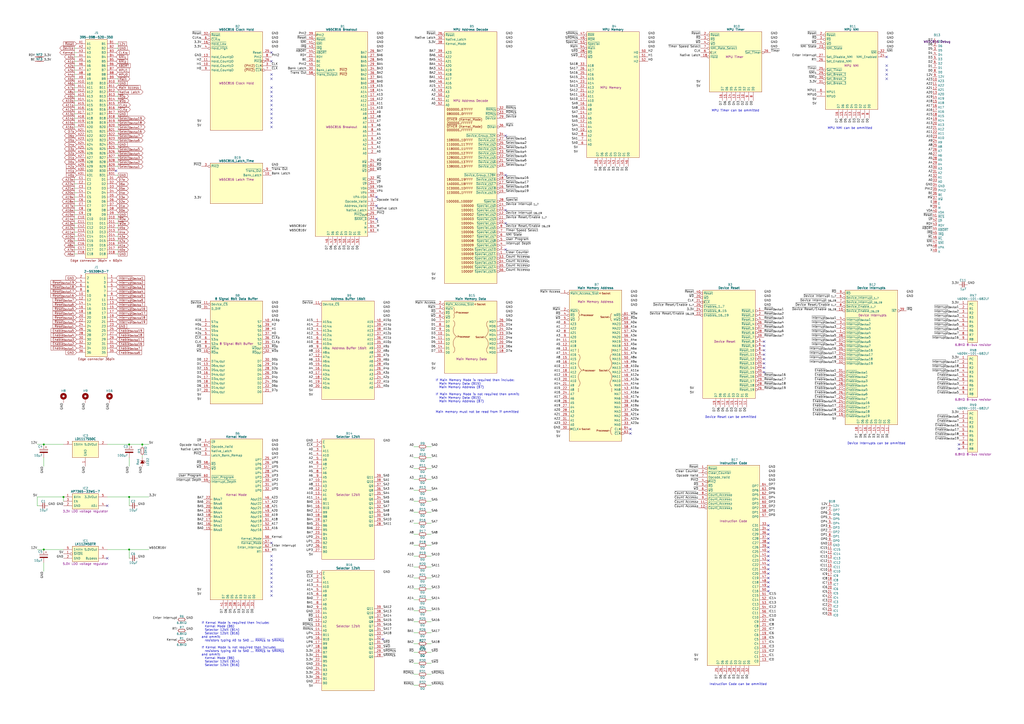
<source format=kicad_sch>
(kicad_sch (version 20231120) (generator "eeschema") (generator_version "8.0")
  (paper "A2")
  (title_block (title "HCP65 Test MPU Board") (date "2023-12-18") (rev "V0"))
  (lib_symbols
    (symbol "Bourns:4609X-101-682LF" (pin_names (offset 0.762))
      (property "Reference" "RN" (at 8.255 5.08 0))
      (property "Value" "4609X-101-682LF" (at 8.255 3.175 0))
      (property "Description" "6.8KΩ 8-bus resistor" (at 8.255 -23.495 0))
      (symbol "4609X-101-682LF_0_0"
        (pin passive line (at 0 0 0) (length 5.08) (name "PC") (number "1"))
        (pin passive line (at 0 -2.54 0) (length 5.08) (name "R1") (number "2"))
        (pin passive line (at 0 -5.08 0) (length 5.08) (name "R2") (number "3"))
        (pin passive line (at 0 -7.62 0) (length 5.08) (name "R3") (number "4"))
        (pin passive line (at 0 -10.16 0) (length 5.08) (name "R4") (number "5"))
        (pin passive line (at 0 -12.7 0) (length 5.08) (name "R5") (number "6"))
        (pin passive line (at 0 -15.24 0) (length 5.08) (name "R6") (number "7"))
        (pin passive line (at 0 -17.78 0) (length 5.08) (name "R7") (number "8"))
        (pin passive line (at 0 -20.32 0) (length 5.08) (name "R8") (number "9"))
      )
    )
    (symbol "Diodes_Inc:AP7365-33WG-7" (pin_names (offset 0.762))
      (property "Reference" "IC" (at 12.7 5.08 0))
      (property "Value" "AP7365-33WG-7" (at 12.7 3.175 0))
      (property "Description" "3.3V LDO voltage regulator" (at 12.7 -8.255 0))
      (symbol "AP7365-33WG-7_0_0"
        (pin passive line (at 0 -5.08 0) (length 5.08) (name "GND") (number "2"))
        (pin input line (at 0 -2.54 0) (length 5.08) (name "EN") (number "3"))
        (pin passive line (at 25.4 -5.08 180) (length 5.08) (name "ADJ") (number "4"))
      )
      (symbol "AP7365-33WG-7_1_0"
        (pin passive line (at 0 0 0) (length 5.08) (name "6VIn") (number "1"))
        (pin passive line (at 25.4 0 180) (length 5.08) (name "3.3VOut") (number "5"))
      )
    )
    (symbol "EDAC:395-098-520-350" (pin_names (offset 0.762))
      (property "Reference" "J" (at 11.43 6.35 0))
      (property "Value" "395-098-520-350" (at 11.43 3.81 0))
      (symbol "395-098-520-350_0_0"
        (pin passive line (at 22.86 0 180) (length 5.08) (name "A1") (number "A1"))
        (pin passive line (at 22.86 -22.86 180) (length 5.08) (name "A10") (number "A10"))
        (pin passive line (at 22.86 -25.4 180) (length 5.08) (name "A11") (number "A11"))
        (pin passive line (at 22.86 -27.94 180) (length 5.08) (name "A12") (number "A12"))
        (pin passive line (at 22.86 -30.48 180) (length 5.08) (name "A13") (number "A13"))
        (pin passive line (at 22.86 -33.02 180) (length 5.08) (name "A14") (number "A14"))
        (pin passive line (at 22.86 -35.56 180) (length 5.08) (name "A15") (number "A15"))
        (pin passive line (at 22.86 -38.1 180) (length 5.08) (name "A16") (number "A16"))
        (pin passive line (at 22.86 -40.64 180) (length 5.08) (name "A17") (number "A17"))
        (pin passive line (at 22.86 -43.18 180) (length 5.08) (name "A18") (number "A18"))
        (pin passive line (at 22.86 -45.72 180) (length 5.08) (name "A19") (number "A19"))
        (pin passive line (at 22.86 -2.54 180) (length 5.08) (name "A2") (number "A2"))
        (pin passive line (at 22.86 -48.26 180) (length 5.08) (name "A20") (number "A20"))
        (pin passive line (at 22.86 -50.8 180) (length 5.08) (name "A21") (number "A21"))
        (pin passive line (at 22.86 -53.34 180) (length 5.08) (name "A22") (number "A22"))
        (pin passive line (at 22.86 -55.88 180) (length 5.08) (name "A23") (number "A23"))
        (pin passive line (at 22.86 -58.42 180) (length 5.08) (name "A24") (number "A24"))
        (pin passive line (at 22.86 -60.96 180) (length 5.08) (name "A25") (number "A25"))
        (pin passive line (at 22.86 -63.5 180) (length 5.08) (name "A26") (number "A26"))
        (pin passive line (at 22.86 -66.04 180) (length 5.08) (name "A27") (number "A27"))
        (pin passive line (at 22.86 -68.58 180) (length 5.08) (name "A28") (number "A28"))
        (pin passive line (at 22.86 -71.12 180) (length 5.08) (name "A29") (number "A29"))
        (pin passive line (at 22.86 -5.08 180) (length 5.08) (name "A3") (number "A3"))
        (pin passive line (at 22.86 -73.66 180) (length 5.08) (name "A30") (number "A30"))
        (pin passive line (at 22.86 -76.2 180) (length 5.08) (name "A31") (number "A31"))
        (pin passive line (at 22.86 -7.62 180) (length 5.08) (name "A4") (number "A4"))
        (pin passive line (at 22.86 -10.16 180) (length 5.08) (name "A5") (number "A5"))
        (pin passive line (at 22.86 -12.7 180) (length 5.08) (name "A6") (number "A6"))
        (pin passive line (at 22.86 -15.24 180) (length 5.08) (name "A7") (number "A7"))
        (pin passive line (at 22.86 -17.78 180) (length 5.08) (name "A8") (number "A8"))
        (pin passive line (at 22.86 -20.32 180) (length 5.08) (name "A9") (number "A9"))
        (pin passive line (at 0 0 0) (length 5.08) (name "B1") (number "B1"))
        (pin passive line (at 0 -22.86 0) (length 5.08) (name "B10") (number "B10"))
        (pin passive line (at 0 -25.4 0) (length 5.08) (name "B11") (number "B11"))
        (pin passive line (at 0 -27.94 0) (length 5.08) (name "B12") (number "B12"))
        (pin passive line (at 0 -30.48 0) (length 5.08) (name "B13") (number "B13"))
        (pin passive line (at 0 -33.02 0) (length 5.08) (name "B14") (number "B14"))
        (pin passive line (at 0 -35.56 0) (length 5.08) (name "B15") (number "B15"))
        (pin passive line (at 0 -38.1 0) (length 5.08) (name "B16") (number "B16"))
        (pin passive line (at 0 -40.64 0) (length 5.08) (name "B17") (number "B17"))
        (pin passive line (at 0 -43.18 0) (length 5.08) (name "B18") (number "B18"))
        (pin passive line (at 0 -45.72 0) (length 5.08) (name "B19") (number "B19"))
        (pin passive line (at 0 -2.54 0) (length 5.08) (name "B2") (number "B2"))
        (pin passive line (at 0 -48.26 0) (length 5.08) (name "B20") (number "B20"))
        (pin passive line (at 0 -50.8 0) (length 5.08) (name "B21") (number "B21"))
        (pin passive line (at 0 -53.34 0) (length 5.08) (name "B22") (number "B22"))
        (pin passive line (at 0 -55.88 0) (length 5.08) (name "B23") (number "B23"))
        (pin passive line (at 0 -58.42 0) (length 5.08) (name "B24") (number "B24"))
        (pin passive line (at 0 -60.96 0) (length 5.08) (name "B25") (number "B25"))
        (pin passive line (at 0 -63.5 0) (length 5.08) (name "B26") (number "B26"))
        (pin passive line (at 0 -66.04 0) (length 5.08) (name "B27") (number "B27"))
        (pin passive line (at 0 -68.58 0) (length 5.08) (name "B28") (number "B28"))
        (pin passive line (at 0 -71.12 0) (length 5.08) (name "B29") (number "B29"))
        (pin passive line (at 0 -5.08 0) (length 5.08) (name "B3") (number "B3"))
        (pin passive line (at 0 -73.66 0) (length 5.08) (name "B30") (number "B30"))
        (pin passive line (at 0 -76.2 0) (length 5.08) (name "B31") (number "B31"))
        (pin passive line (at 0 -7.62 0) (length 5.08) (name "B4") (number "B4"))
        (pin passive line (at 0 -10.16 0) (length 5.08) (name "B5") (number "B5"))
        (pin passive line (at 0 -12.7 0) (length 5.08) (name "B6") (number "B6"))
        (pin passive line (at 0 -15.24 0) (length 5.08) (name "B7") (number "B7"))
        (pin passive line (at 0 -17.78 0) (length 5.08) (name "B8") (number "B8"))
        (pin passive line (at 0 -20.32 0) (length 5.08) (name "B9") (number "B9"))
        (pin passive line (at 22.86 -78.74 180) (length 5.08) (name "C1") (number "C1"))
        (pin passive line (at 22.86 -101.6 180) (length 5.08) (name "C10") (number "C10"))
        (pin passive line (at 22.86 -104.14 180) (length 5.08) (name "C11") (number "C11"))
        (pin passive line (at 22.86 -106.68 180) (length 5.08) (name "C12") (number "C12"))
        (pin passive line (at 22.86 -109.22 180) (length 5.08) (name "C13") (number "C13"))
        (pin passive line (at 22.86 -111.76 180) (length 5.08) (name "C14") (number "C14"))
        (pin passive line (at 22.86 -114.3 180) (length 5.08) (name "C15") (number "C15"))
        (pin passive line (at 22.86 -116.84 180) (length 5.08) (name "C16") (number "C16"))
        (pin passive line (at 22.86 -119.38 180) (length 5.08) (name "C17") (number "C17"))
        (pin passive line (at 22.86 -121.92 180) (length 5.08) (name "C18") (number "C18"))
        (pin passive line (at 22.86 -81.28 180) (length 5.08) (name "C2") (number "C2"))
        (pin passive line (at 22.86 -83.82 180) (length 5.08) (name "C3") (number "C3"))
        (pin passive line (at 22.86 -86.36 180) (length 5.08) (name "C4") (number "C4"))
        (pin passive line (at 22.86 -88.9 180) (length 5.08) (name "C5") (number "C5"))
        (pin passive line (at 22.86 -91.44 180) (length 5.08) (name "C6") (number "C6"))
        (pin passive line (at 22.86 -93.98 180) (length 5.08) (name "C7") (number "C7"))
        (pin passive line (at 22.86 -96.52 180) (length 5.08) (name "C8") (number "C8"))
        (pin passive line (at 22.86 -99.06 180) (length 5.08) (name "C9") (number "C9"))
        (pin passive line (at 0 -78.74 0) (length 5.08) (name "D1") (number "D1"))
        (pin passive line (at 0 -101.6 0) (length 5.08) (name "D10") (number "D10"))
        (pin passive line (at 0 -104.14 0) (length 5.08) (name "D11") (number "D11"))
        (pin passive line (at 0 -106.68 0) (length 5.08) (name "D12") (number "D12"))
        (pin passive line (at 0 -109.22 0) (length 5.08) (name "D13") (number "D13"))
        (pin passive line (at 0 -111.76 0) (length 5.08) (name "D14") (number "D14"))
        (pin passive line (at 0 -114.3 0) (length 5.08) (name "D15") (number "D15"))
        (pin passive line (at 0 -116.84 0) (length 5.08) (name "D16") (number "D16"))
        (pin passive line (at 0 -119.38 0) (length 5.08) (name "D17") (number "D17"))
        (pin passive line (at 0 -121.92 0) (length 5.08) (name "D18") (number "D18"))
        (pin passive line (at 0 -81.28 0) (length 5.08) (name "D2") (number "D2"))
        (pin passive line (at 0 -83.82 0) (length 5.08) (name "D3") (number "D3"))
        (pin passive line (at 0 -86.36 0) (length 5.08) (name "D4") (number "D4"))
        (pin passive line (at 0 -88.9 0) (length 5.08) (name "D5") (number "D5"))
        (pin passive line (at 0 -91.44 0) (length 5.08) (name "D6") (number "D6"))
        (pin passive line (at 0 -93.98 0) (length 5.08) (name "D7") (number "D7"))
        (pin passive line (at 0 -96.52 0) (length 5.08) (name "D8") (number "D8"))
        (pin passive line (at 0 -99.06 0) (length 5.08) (name "D9") (number "D9"))
      )
      (symbol "395-098-520-350_1_1"
        (text "Edge connector 36pin + 60pin" (at 11.43 -125.73 0) (effects (font (size 1.27 1.27))))
      )
    )
    (symbol "HCP65:Address_Buffer_16bit"
      (property "Reference" "B" (at 15.875 5.08 0))
      (property "Value" "Address Buffer 16bit" (at 15.24 3.175 0))
      (property "Description" "Address Buffer 16bit" (at 15.875 -25.4 0))
      (symbol "Address_Buffer_16bit_1_0"
        (pin output line (at 35.56 -27.94 180) (length 5.08) (name "A8") (number "32"))
        (pin output line (at 35.56 -25.4 180) (length 5.08) (name "A9") (number "33"))
        (pin passive line (at 35.56 -7.62 180) (length 5.08) hide (name "GND") (number "34"))
        (pin output line (at 35.56 -22.86 180) (length 5.08) (name "A10") (number "35"))
        (pin output line (at 35.56 -20.32 180) (length 5.08) (name "A11") (number "36"))
        (pin output line (at 35.56 -17.78 180) (length 5.08) (name "A12") (number "37"))
        (pin output line (at 35.56 -15.24 180) (length 5.08) (name "A13") (number "38"))
        (pin output line (at 35.56 -12.7 180) (length 5.08) (name "A14") (number "39"))
      )
      (symbol "Address_Buffer_16bit_1_1"
        (pin input line (at -5.08 -10.16 0) (length 5.08) (name "A15_{IN}") (number "1"))
        (pin input line (at -5.08 -27.94 0) (length 5.08) (name "A8_{IN}") (number "10"))
        (pin input inverted (at -5.08 0 0) (length 5.08) (name "Device_~{CS}") (number "11"))
        (pin input line (at -5.08 -30.48 0) (length 5.08) (name "A7_{IN}") (number "12"))
        (pin input line (at -5.08 -33.02 0) (length 5.08) (name "A6_{IN}") (number "13"))
        (pin passive line (at 35.56 -2.54 180) (length 5.08) hide (name "GND") (number "14"))
        (pin input line (at -5.08 -35.56 0) (length 5.08) (name "A5_{IN}") (number "15"))
        (pin input line (at -5.08 -38.1 0) (length 5.08) (name "A4_{IN}") (number "16"))
        (pin input line (at -5.08 -40.64 0) (length 5.08) (name "A3_{IN}") (number "17"))
        (pin input line (at -5.08 -43.18 0) (length 5.08) (name "A2_{IN}") (number "18"))
        (pin input line (at -5.08 -45.72 0) (length 5.08) (name "A1_{IN}") (number "19"))
        (pin input line (at -5.08 -12.7 0) (length 5.08) (name "A14_{IN}") (number "2"))
        (pin input line (at -5.08 -48.26 0) (length 5.08) (name "A0_{IN}") (number "20"))
        (pin output line (at 35.56 -48.26 180) (length 5.08) (name "A0") (number "21"))
        (pin output line (at 35.56 -45.72 180) (length 5.08) (name "A1") (number "22"))
        (pin passive line (at -5.08 -53.34 0) (length 5.08) hide (name "5V") (number "23"))
        (pin output line (at 35.56 -43.18 180) (length 5.08) (name "A2") (number "24"))
        (pin output line (at 35.56 -40.64 180) (length 5.08) (name "A3") (number "25"))
        (pin output line (at 35.56 -38.1 180) (length 5.08) (name "A4") (number "26"))
        (pin passive line (at 35.56 -5.08 180) (length 5.08) hide (name "GND") (number "27"))
        (pin output line (at 35.56 -35.56 180) (length 5.08) (name "A5") (number "28"))
        (pin output line (at 35.56 -33.02 180) (length 5.08) (name "A6") (number "29"))
        (pin passive line (at -5.08 -50.8 0) (length 5.08) hide (name "5V") (number "3"))
        (pin output line (at 35.56 -30.48 180) (length 5.08) (name "A7") (number "30"))
        (pin no_connect line (at 35.56 -53.34 180) (length 5.08) hide (name "N.C.") (number "31"))
        (pin input line (at -5.08 -15.24 0) (length 5.08) (name "A13_{IN}") (number "4"))
        (pin output line (at 35.56 -10.16 180) (length 5.08) (name "A15") (number "40"))
        (pin input line (at -5.08 -17.78 0) (length 5.08) (name "A12_{IN}") (number "5"))
        (pin input line (at -5.08 -20.32 0) (length 5.08) (name "A11_{IN}") (number "6"))
        (pin passive line (at 35.56 0 180) (length 5.08) hide (name "GND") (number "7"))
        (pin input line (at -5.08 -22.86 0) (length 5.08) (name "A10_{IN}") (number "8"))
        (pin input line (at -5.08 -25.4 0) (length 5.08) (name "A9_{IN}") (number "9"))
      )
    )
    (symbol "HCP65:C_0805" (pin_numbers hide) (pin_names (offset 0.254) hide)
      (property "Reference" "C" (at 2.286 2.54 0))
      (property "Value" "?μF" (at 2.54 -2.54 0))
      (symbol "C_0805_1_1"
        (pin passive line (at 0 0 0) (length 2.032) (name "~") (number "1"))
        (pin passive line (at 5.08 0 180) (length 2.032) (name "~") (number "2"))
      )
    )
    (symbol "HCP65:C_Radial_D4.0mm_P2.00mm" (pin_numbers hide) (pin_names (offset 0.254))
      (property "Reference" "C" (at 0.635 2.54 0))
      (property "Value" "?μF" (at 0.635 -2.54 0))
      (symbol "C_Radial_D4.0mm_P2.00mm_1_1"
        (pin passive line (at 0 3.81 270) (length 2.794) (name "~") (number "1"))
        (pin passive line (at 0 -3.81 90) (length 2.794) (name "~") (number "2"))
      )
    )
    (symbol "HCP65:Data_and_Signal Buffer"
      (property "Reference" "B" (at 15.875 5.08 0))
      (property "Value" "8 Signal 8bit Data Buffer" (at 15.24 3.175 0))
      (property "Description" "8 Signal 8bit Buffer" (at 15.24 -22.86 0))
      (symbol "Data_and_Signal Buffer_1_0"
        (pin tri_state inverted (at 35.56 -27.94 180) (length 5.08) (name "~{RD}_{OUT}") (number "32"))
        (pin tri_state inverted (at 35.56 -25.4 180) (length 5.08) (name "~{WD}_{OUT}") (number "33"))
        (pin passive line (at 35.56 -7.62 180) (length 5.08) hide (name "GND") (number "34"))
        (pin tri_state line (at 35.56 -22.86 180) (length 5.08) (name "S2") (number "35"))
        (pin tri_state line (at 35.56 -20.32 180) (length 5.08) (name "S3") (number "36"))
        (pin tri_state line (at 35.56 -17.78 180) (length 5.08) (name "S4") (number "37"))
        (pin tri_state line (at 35.56 -15.24 180) (length 5.08) (name "S5") (number "38"))
        (pin tri_state line (at 35.56 -12.7 180) (length 5.08) (name "S6") (number "39"))
      )
      (symbol "Data_and_Signal Buffer_1_1"
        (pin input line (at -5.08 -10.16 0) (length 5.08) (name "S7_{IN}") (number "1"))
        (pin input inverted (at -5.08 -27.94 0) (length 5.08) (name "~{RD}_{IN}") (number "10"))
        (pin input inverted (at -5.08 0 0) (length 5.08) (name "Device_~{CS}") (number "11"))
        (pin tri_state line (at -5.08 -33.02 0) (length 5.08) (name "D7_{IN/OUT}") (number "12"))
        (pin tri_state line (at -5.08 -35.56 0) (length 5.08) (name "D6_{IN/OUT}") (number "13"))
        (pin passive line (at 35.56 -2.54 180) (length 5.08) hide (name "GND") (number "14"))
        (pin tri_state line (at -5.08 -38.1 0) (length 5.08) (name "D5_{IN/OUT}") (number "15"))
        (pin tri_state line (at -5.08 -40.64 0) (length 5.08) (name "D4_{IN/OUT}") (number "16"))
        (pin tri_state line (at -5.08 -43.18 0) (length 5.08) (name "D3_{IN/OUT}") (number "17"))
        (pin tri_state line (at -5.08 -45.72 0) (length 5.08) (name "D2_{IN/OUT}") (number "18"))
        (pin tri_state line (at -5.08 -48.26 0) (length 5.08) (name "D1_{IN/OUT}") (number "19"))
        (pin input line (at -5.08 -12.7 0) (length 5.08) (name "S6_{IN}") (number "2"))
        (pin tri_state line (at -5.08 -50.8 0) (length 5.08) (name "D0_{IN/OUT}") (number "20"))
        (pin tri_state line (at 35.56 -50.8 180) (length 5.08) (name "D0") (number "21"))
        (pin tri_state line (at 35.56 -48.26 180) (length 5.08) (name "D1") (number "22"))
        (pin passive line (at -5.08 -55.88 0) (length 5.08) hide (name "5V") (number "23"))
        (pin tri_state line (at 35.56 -45.72 180) (length 5.08) (name "D2") (number "24"))
        (pin tri_state line (at 35.56 -43.18 180) (length 5.08) (name "D3") (number "25"))
        (pin tri_state line (at 35.56 -40.64 180) (length 5.08) (name "D4") (number "26"))
        (pin passive line (at 35.56 -5.08 180) (length 5.08) hide (name "GND") (number "27"))
        (pin tri_state line (at 35.56 -38.1 180) (length 5.08) (name "D5") (number "28"))
        (pin tri_state line (at 35.56 -35.56 180) (length 5.08) (name "D6") (number "29"))
        (pin passive line (at -5.08 -53.34 0) (length 5.08) hide (name "5V") (number "3"))
        (pin tri_state line (at 35.56 -33.02 180) (length 5.08) (name "D7") (number "30"))
        (pin input line (at -5.08 -2.54 0) (length 5.08) (name "D_DIR") (number "31"))
        (pin input line (at -5.08 -15.24 0) (length 5.08) (name "S5_{IN}") (number "4"))
        (pin tri_state line (at 35.56 -10.16 180) (length 5.08) (name "S7") (number "40"))
        (pin input line (at -5.08 -17.78 0) (length 5.08) (name "S4_{IN}") (number "5"))
        (pin input line (at -5.08 -20.32 0) (length 5.08) (name "S3_{IN}") (number "6"))
        (pin passive line (at 35.56 0 180) (length 5.08) hide (name "GND") (number "7"))
        (pin input line (at -5.08 -22.86 0) (length 5.08) (name "S2_{IN}") (number "8"))
        (pin input inverted (at -5.08 -25.4 0) (length 5.08) (name "~{WD}_{IN}") (number "9"))
      )
    )
    (symbol "HCP65:Device_Interrupts"
      (property "Reference" "B" (at 15.875 5.08 0))
      (property "Value" "Device Interrupts" (at 15.24 3.175 0))
      (property "Description" "Device Interrupts" (at 15.875 -12.7 0))
      (symbol "Device_Interrupts_1_0"
        (pin input inverted (at -5.08 -40.64 0) (length 5.08) (name "~{Interrupt}_{Device}19") (number "32"))
        (pin input inverted (at -5.08 -38.1 0) (length 5.08) (name "~{Interrupt}_{Device}18") (number "33"))
        (pin input inverted (at -5.08 -35.56 0) (length 5.08) (name "~{Interrupt}_{Device}17") (number "34"))
        (pin input inverted (at -5.08 -33.02 0) (length 5.08) (name "~{Interrupt}_{Device}16") (number "35"))
        (pin input inverted (at -5.08 -30.48 0) (length 5.08) (name "~{Interrupt}_{Device}7") (number "36"))
        (pin input inverted (at -5.08 -27.94 0) (length 5.08) (name "~{Interrupt}_{Device}6") (number "37"))
        (pin input inverted (at -5.08 -25.4 0) (length 5.08) (name "~{Interrupt}_{Device}5") (number "38"))
        (pin output inverted (at 35.56 -10.16 180) (length 5.08) (name "~{INT}") (number "39"))
      )
      (symbol "Device_Interrupts_1_1"
        (pin input inverted (at -5.08 -22.86 0) (length 5.08) (name "~{Interrupt}_{Device}4") (number "1"))
        (pin input inverted (at -5.08 -10.16 0) (length 5.08) (name "~{Device_Enable}_{_16..19}") (number "10"))
        (pin tri_state line (at 25.4 -81.28 90) (length 5.08) (name "D0") (number "11"))
        (pin tri_state line (at 22.86 -81.28 90) (length 5.08) (name "D1") (number "12"))
        (pin tri_state line (at 20.32 -81.28 90) (length 5.08) (name "D2") (number "13"))
        (pin tri_state line (at 17.78 -81.28 90) (length 5.08) (name "D3") (number "14"))
        (pin tri_state line (at 15.24 -81.28 90) (length 5.08) (name "D4") (number "15"))
        (pin tri_state line (at 12.7 -81.28 90) (length 5.08) (name "D5") (number "16"))
        (pin tri_state line (at 10.16 -81.28 90) (length 5.08) (name "D6") (number "17"))
        (pin tri_state line (at 7.62 -81.28 90) (length 5.08) (name "D7") (number "18"))
        (pin input inverted (at -5.08 -71.12 0) (length 5.08) (name "~{Enable}_{Device}19") (number "19"))
        (pin input inverted (at -5.08 -20.32 0) (length 5.08) (name "~{Interrupt}_{Device}3") (number "2"))
        (pin passive line (at -5.08 -73.66 0) (length 5.08) hide (name "5V") (number "20"))
        (pin passive line (at 35.56 0 180) (length 5.08) hide (name "GND") (number "21"))
        (pin input inverted (at -5.08 -68.58 0) (length 5.08) (name "~{Enable}_{Device}18") (number "22"))
        (pin input inverted (at -5.08 -66.04 0) (length 5.08) (name "~{Enable}_{Device}17") (number "23"))
        (pin input inverted (at -5.08 -63.5 0) (length 5.08) (name "~{Enable}_{Device}16") (number "24"))
        (pin input inverted (at -5.08 -60.96 0) (length 5.08) (name "~{Enable}_{Device}7") (number "25"))
        (pin input inverted (at -5.08 -58.42 0) (length 5.08) (name "~{Enable}_{Device}6") (number "26"))
        (pin input inverted (at -5.08 -55.88 0) (length 5.08) (name "~{Enable}_{Device}5") (number "27"))
        (pin input inverted (at -5.08 -53.34 0) (length 5.08) (name "~{Enable}_{Device}4") (number "28"))
        (pin input inverted (at -5.08 -50.8 0) (length 5.08) (name "~{Enable}_{Device}3") (number "29"))
        (pin input inverted (at -5.08 -17.78 0) (length 5.08) (name "~{Interrupt}_{Device}2") (number "3"))
        (pin input inverted (at -5.08 -48.26 0) (length 5.08) (name "~{Enable}_{Device}2") (number "30"))
        (pin input inverted (at -5.08 -45.72 0) (length 5.08) (name "~{Enable}_{Device}1") (number "31"))
        (pin input inverted (at -5.08 -15.24 0) (length 5.08) (name "~{Interrupt}_{Device}1") (number "4"))
        (pin passive line (at 35.56 -2.54 180) (length 5.08) hide (name "GND") (number "40"))
        (pin no_connect line (at 35.56 -5.08 180) (length 5.08) hide (name "N.C.") (number "5"))
        (pin input inverted (at -5.08 -2.54 0) (length 5.08) (name "~{Device_Interrupt}_{_1..7}") (number "6"))
        (pin input inverted (at -5.08 -5.08 0) (length 5.08) (name "~{Device_Interrupt}_{_16..19}") (number "7"))
        (pin input inverted (at -5.08 -7.62 0) (length 5.08) (name "~{Device_Enable}_{_1..7}") (number "8"))
        (pin input inverted (at -5.08 0 0) (length 5.08) (name "~{RD}") (number "9"))
      )
    )
    (symbol "HCP65:Device_Reset"
      (property "Reference" "B" (at 15.875 5.08 0))
      (property "Value" "Device Reset" (at 15.24 3.175 0))
      (property "Description" "Device Reset" (at 12.7 -27.94 0))
      (symbol "Device_Reset_1_0"
        (pin output inverted (at 35.56 -40.64 180) (length 5.08) (name "~{Reset}_13") (number "32"))
        (pin output inverted (at 35.56 -43.18 180) (length 5.08) (name "~{Reset}_14") (number "33"))
        (pin passive line (at 35.56 -7.62 180) (length 5.08) hide (name "GND") (number "34"))
        (pin output inverted (at 35.56 -45.72 180) (length 5.08) (name "~{Reset}_15") (number "35"))
        (pin output inverted (at 35.56 -17.78 180) (length 5.08) (name "~{Reset}_4") (number "36"))
        (pin output inverted (at 35.56 -20.32 180) (length 5.08) (name "~{Reset}_5") (number "37"))
        (pin output inverted (at 35.56 -22.86 180) (length 5.08) (name "~{Reset}_6") (number "38"))
        (pin output inverted (at 35.56 -25.4 180) (length 5.08) (name "~{Reset}_7") (number "39"))
      )
      (symbol "Device_Reset_1_1"
        (pin output inverted (at 35.56 -10.16 180) (length 5.08) (name "~{Reset}_1") (number "1"))
        (pin no_connect line (at -5.08 -53.34 0) (length 5.08) hide (name "N.C.") (number "10"))
        (pin tri_state line (at 25.4 -66.04 90) (length 5.08) (name "D0") (number "11"))
        (pin tri_state line (at 22.86 -66.04 90) (length 5.08) (name "D1") (number "12"))
        (pin tri_state line (at 20.32 -66.04 90) (length 5.08) (name "D2") (number "13"))
        (pin passive line (at 35.56 -2.54 180) (length 5.08) hide (name "GND") (number "14"))
        (pin tri_state line (at 17.78 -66.04 90) (length 5.08) (name "D3") (number "15"))
        (pin tri_state line (at 15.24 -66.04 90) (length 5.08) (name "D4") (number "16"))
        (pin tri_state line (at 12.7 -66.04 90) (length 5.08) (name "D5") (number "17"))
        (pin tri_state line (at 10.16 -66.04 90) (length 5.08) (name "D6") (number "18"))
        (pin tri_state line (at 7.62 -66.04 90) (length 5.08) (name "D7") (number "19"))
        (pin output inverted (at 35.56 -12.7 180) (length 5.08) (name "~{Reset}_2") (number "2"))
        (pin input inverted (at -5.08 -2.54 0) (length 5.08) (name "~{WD}") (number "20"))
        (pin input inverted_clock (at -5.08 -5.08 0) (length 5.08) (name "~{CLK}") (number "21"))
        (pin input inverted (at -5.08 -12.7 0) (length 5.08) (name "~{Enables}_16..19") (number "22"))
        (pin passive line (at -5.08 -58.42 0) (length 5.08) hide (name "5V") (number "23"))
        (pin input inverted (at -5.08 -10.16 0) (length 5.08) (name "~{Enables}_8..15") (number "24"))
        (pin input inverted (at -5.08 -7.62 0) (length 5.08) (name "~{Enables}_1..7") (number "25"))
        (pin output inverted (at 35.56 -55.88 180) (length 5.08) (name "~{Reset}_19") (number "26"))
        (pin passive line (at 35.56 -5.08 180) (length 5.08) hide (name "GND") (number "27"))
        (pin output inverted (at 35.56 -53.34 180) (length 5.08) (name "~{Reset}_18") (number "28"))
        (pin output inverted (at 35.56 -50.8 180) (length 5.08) (name "~{Reset}_17") (number "29"))
        (pin passive line (at -5.08 -55.88 0) (length 5.08) hide (name "5V") (number "3"))
        (pin output inverted (at 35.56 -48.26 180) (length 5.08) (name "~{Reset}_16") (number "30"))
        (pin output inverted (at 35.56 -38.1 180) (length 5.08) (name "~{Reset}_12") (number "31"))
        (pin output inverted (at 35.56 -15.24 180) (length 5.08) (name "~{Reset}_3") (number "4"))
        (pin input inverted (at -5.08 0 0) (length 5.08) (name "~{Reset}") (number "40"))
        (pin output inverted (at 35.56 -27.94 180) (length 5.08) (name "~{Reset}_8") (number "5"))
        (pin output inverted (at 35.56 -30.48 180) (length 5.08) (name "~{Reset}_9") (number "6"))
        (pin passive line (at 35.56 0 180) (length 5.08) hide (name "GND") (number "7"))
        (pin output inverted (at 35.56 -33.02 180) (length 5.08) (name "~{Reset}_10") (number "8"))
        (pin output inverted (at 35.56 -35.56 180) (length 5.08) (name "~{Reset}_11") (number "9"))
      )
    )
    (symbol "HCP65:Instruction_Code"
      (property "Reference" "B" (at 15.875 5.08 0))
      (property "Value" "Instruction Code" (at 15.24 3.175 0))
      (property "Description" "Instruction Code" (at 15.24 -30.48 0))
      (symbol "Instruction_Code_1_0"
        (pin tri_state line (at 24.13 -119.38 90) (length 5.08) (name "D0") (number "32"))
        (pin output line (at 35.56 -33.02 180) (length 5.08) (name "C31") (number "33"))
        (pin output line (at 35.56 -35.56 180) (length 5.08) (name "C30") (number "34"))
        (pin output line (at 35.56 -38.1 180) (length 5.08) (name "C29") (number "36"))
        (pin output line (at 35.56 -40.64 180) (length 5.08) (name "C28") (number "37"))
        (pin output line (at 35.56 -43.18 180) (length 5.08) (name "C27") (number "38"))
        (pin output line (at 35.56 -45.72 180) (length 5.08) (name "C26") (number "39"))
        (pin output line (at 35.56 -58.42 180) (length 5.08) (name "C21") (number "45"))
        (pin output line (at 35.56 -81.28 180) (length 5.08) (name "C12") (number "54"))
        (pin output line (at 35.56 -83.82 180) (length 5.08) (name "C11") (number "56"))
        (pin output line (at 35.56 -27.94 180) (length 5.08) (name "OP0") (number "57"))
        (pin output line (at 35.56 -25.4 180) (length 5.08) (name "OP1") (number "58"))
        (pin output line (at 35.56 -22.86 180) (length 5.08) (name "OP2") (number "59"))
        (pin output line (at 35.56 -20.32 180) (length 5.08) (name "OP3") (number "60"))
        (pin output line (at 35.56 -17.78 180) (length 5.08) (name "OP4") (number "61"))
      )
      (symbol "Instruction_Code_1_1"
        (pin input inverted (at -5.08 0 0) (length 5.08) (name "~{Reset}") (number "1"))
        (pin passive line (at 35.56 0 180) (length 5.08) hide (name "GND") (number "10"))
        (pin input inverted (at -5.08 -20.32 0) (length 5.08) (name "~{Count_Access}_{2}") (number "11"))
        (pin input inverted (at -5.08 -22.86 0) (length 5.08) (name "~{Count_Access}_{3}") (number "12"))
        (pin output line (at 35.56 -111.76 180) (length 5.08) (name "C0") (number "13"))
        (pin output line (at 35.56 -109.22 180) (length 5.08) (name "C1") (number "14"))
        (pin output line (at 35.56 -106.68 180) (length 5.08) (name "C2") (number "15"))
        (pin output line (at 35.56 -104.14 180) (length 5.08) (name "C3") (number "16"))
        (pin output line (at 35.56 -101.6 180) (length 5.08) (name "C4") (number "17"))
        (pin output line (at 35.56 -99.06 180) (length 5.08) (name "C5") (number "18"))
        (pin output line (at 35.56 -96.52 180) (length 5.08) (name "C6") (number "19"))
        (pin input inverted (at -5.08 -2.54 0) (length 5.08) (name "~{Clear_Counter}") (number "2"))
        (pin output line (at 35.56 -93.98 180) (length 5.08) (name "C7") (number "20"))
        (pin output line (at 35.56 -91.44 180) (length 5.08) (name "C8") (number "21"))
        (pin output line (at 35.56 -88.9 180) (length 5.08) (name "C9") (number "22"))
        (pin passive line (at 35.56 -2.54 180) (length 5.08) hide (name "GND") (number "23"))
        (pin output line (at 35.56 -86.36 180) (length 5.08) (name "C10") (number "24"))
        (pin tri_state line (at 6.35 -119.38 90) (length 5.08) (name "D7") (number "25"))
        (pin tri_state line (at 8.89 -119.38 90) (length 5.08) (name "D6") (number "26"))
        (pin tri_state line (at 11.43 -119.38 90) (length 5.08) (name "D5") (number "27"))
        (pin tri_state line (at 13.97 -119.38 90) (length 5.08) (name "D4") (number "28"))
        (pin tri_state line (at 16.51 -119.38 90) (length 5.08) (name "D3") (number "29"))
        (pin passive line (at -5.08 -109.22 0) (length 5.08) hide (name "5V") (number "3"))
        (pin tri_state line (at 19.05 -119.38 90) (length 5.08) (name "D2") (number "30"))
        (pin tri_state line (at 21.59 -119.38 90) (length 5.08) (name "D1") (number "31"))
        (pin passive line (at -5.08 -111.76 0) (length 5.08) hide (name "5V") (number "35"))
        (pin input inverted_clock (at -5.08 -7.62 0) (length 5.08) (name "~{PHI2}") (number "4"))
        (pin output line (at 35.56 -48.26 180) (length 5.08) (name "C25") (number "40"))
        (pin output line (at 35.56 -50.8 180) (length 5.08) (name "C24") (number "41"))
        (pin passive line (at 35.56 -5.08 180) (length 5.08) hide (name "GND") (number "42"))
        (pin output line (at 35.56 -53.34 180) (length 5.08) (name "C23") (number "43"))
        (pin output line (at 35.56 -55.88 180) (length 5.08) (name "C22") (number "44"))
        (pin output line (at 35.56 -60.96 180) (length 5.08) (name "C20") (number "46"))
        (pin output line (at 35.56 -63.5 180) (length 5.08) (name "C19") (number "47"))
        (pin output line (at 35.56 -66.04 180) (length 5.08) (name "C18") (number "48"))
        (pin output line (at 35.56 -68.58 180) (length 5.08) (name "C17") (number "49"))
        (pin input inverted (at -5.08 -10.16 0) (length 5.08) (name "~{RD}") (number "5"))
        (pin output line (at 35.56 -71.12 180) (length 5.08) (name "C16") (number "50"))
        (pin output line (at 35.56 -73.66 180) (length 5.08) (name "C15") (number "51"))
        (pin output line (at 35.56 -76.2 180) (length 5.08) (name "C14") (number "52"))
        (pin output line (at 35.56 -78.74 180) (length 5.08) (name "C13") (number "53"))
        (pin passive line (at 35.56 -7.62 180) (length 5.08) hide (name "GND") (number "55"))
        (pin input inverted (at -5.08 -12.7 0) (length 5.08) (name "~{WD}") (number "6"))
        (pin output line (at 35.56 -15.24 180) (length 5.08) (name "OP5") (number "62"))
        (pin output line (at 35.56 -12.7 180) (length 5.08) (name "OP6") (number "63"))
        (pin output line (at 35.56 -10.16 180) (length 5.08) (name "OP7") (number "64"))
        (pin input line (at -5.08 -5.08 0) (length 5.08) (name "Opcode_Valid") (number "7"))
        (pin input inverted (at -5.08 -15.24 0) (length 5.08) (name "~{Count_Access}_{0}") (number "8"))
        (pin input inverted (at -5.08 -17.78 0) (length 5.08) (name "~{Count_Access}_{1}") (number "9"))
      )
    )
    (symbol "HCP65:Kernal_Mode"
      (property "Reference" "B" (at 15.875 5.08 0))
      (property "Value" "Kernal Mode" (at 15.24 3.175 0))
      (property "Description" "Kernal Mode" (at 15.24 -30.48 0))
      (symbol "Kernal_Mode_1_0"
        (pin output line (at 35.56 -27.94 180) (length 5.08) (name "UP0") (number "32"))
        (pin tri_state line (at 25.4 -96.52 90) (length 5.08) (name "D0") (number "33"))
        (pin tri_state line (at 22.86 -96.52 90) (length 5.08) (name "D1") (number "34"))
        (pin tri_state line (at 20.32 -96.52 90) (length 5.08) (name "D2") (number "36"))
        (pin tri_state line (at 17.78 -96.52 90) (length 5.08) (name "D3") (number "37"))
        (pin tri_state line (at 15.24 -96.52 90) (length 5.08) (name "D4") (number "38"))
        (pin tri_state line (at 12.7 -96.52 90) (length 5.08) (name "D5") (number "39"))
        (pin no_connect line (at -5.08 -81.28 0) (length 5.08) hide (name "N.C.") (number "45"))
        (pin input inverted (at -5.08 -15.24 0) (length 5.08) (name "~{WD}") (number "54"))
        (pin output line (at 35.56 -55.88 180) (length 5.08) (name "Kernal_Mode") (number "56"))
        (pin output inverted (at 35.56 -58.42 180) (length 5.08) (name "~{Kernal_Mode}") (number "57"))
        (pin input inverted (at -5.08 -12.7 0) (length 5.08) (name "~{RD}") (number "58"))
        (pin input inverted (at -5.08 -22.86 0) (length 5.08) (name "~{Interrupt_Depth}") (number "59"))
        (pin input line (at -5.08 -20.32 0) (length 5.08) (name "~{User_Program}") (number "60"))
        (pin output line (at 35.56 -66.04 180) (length 5.08) hide (name "Kernal_Mode_{_PART}") (number "61"))
      )
      (symbol "Kernal_Mode_1_1"
        (pin input inverted (at -5.08 0 0) (length 5.08) (name "~{VP}") (number "1"))
        (pin passive line (at 35.56 0 180) (length 5.08) hide (name "GND") (number "10"))
        (pin output line (at 35.56 -78.74 180) (length 5.08) hide (name "C4") (number "11"))
        (pin output line (at 35.56 -76.2 180) (length 5.08) hide (name "C5") (number "12"))
        (pin output line (at 35.56 -73.66 180) (length 5.08) hide (name "C6") (number "13"))
        (pin output line (at 35.56 -71.12 180) (length 5.08) hide (name "C7") (number "14"))
        (pin input line (at -3.81 -50.8 0) (length 5.08) (name "BA_{IN}0") (number "15"))
        (pin input line (at -3.81 -48.26 0) (length 5.08) (name "BA_{IN}1") (number "16"))
        (pin input line (at -3.81 -45.72 0) (length 5.08) (name "BA_{IN}2") (number "17"))
        (pin input line (at -3.81 -43.18 0) (length 5.08) (name "BA_{IN}3") (number "18"))
        (pin input line (at -3.81 -40.64 0) (length 5.08) (name "BA_{IN}4") (number "19"))
        (pin input line (at -5.08 -5.08 0) (length 5.08) (name "Native_Latch") (number "2"))
        (pin input line (at -3.81 -38.1 0) (length 5.08) (name "BA_{IN}5") (number "20"))
        (pin input line (at -3.81 -35.56 0) (length 5.08) (name "BA_{IN}6") (number "21"))
        (pin input line (at -3.81 -33.02 0) (length 5.08) (name "BA_{IN}7") (number "22"))
        (pin passive line (at 35.56 -2.54 180) (length 5.08) hide (name "GND") (number "23"))
        (pin no_connect line (at -5.08 -73.66 0) (length 5.08) hide (name "N.C.") (number "24"))
        (pin output line (at 35.56 -10.16 180) (length 5.08) (name "UP7") (number "25"))
        (pin output line (at 35.56 -12.7 180) (length 5.08) (name "UP6") (number "26"))
        (pin output line (at 35.56 -15.24 180) (length 5.08) (name "UP5") (number "27"))
        (pin output line (at 35.56 -17.78 180) (length 5.08) (name "UP4") (number "28"))
        (pin output line (at 35.56 -20.32 180) (length 5.08) (name "UP3") (number "29"))
        (pin passive line (at -5.08 -86.36 0) (length 5.08) hide (name "5V") (number "3"))
        (pin output line (at 35.56 -22.86 180) (length 5.08) (name "UP2") (number "30"))
        (pin output line (at 35.56 -25.4 180) (length 5.08) (name "UP1") (number "31"))
        (pin passive line (at -5.08 -88.9 0) (length 5.08) hide (name "5V") (number "35"))
        (pin output line (at 35.56 -68.58 180) (length 5.08) hide (name "Interrupt_CLK") (number "4"))
        (pin tri_state line (at 10.16 -96.52 90) (length 5.08) (name "D6") (number "40"))
        (pin tri_state line (at 7.62 -96.52 90) (length 5.08) (name "D7") (number "41"))
        (pin passive line (at 35.56 -5.08 180) (length 5.08) hide (name "GND") (number "42"))
        (pin no_connect line (at -5.08 -76.2 0) (length 5.08) hide (name "N.C.") (number "43"))
        (pin no_connect line (at -5.08 -78.74 0) (length 5.08) hide (name "N.C.") (number "44"))
        (pin output line (at 35.56 -33.02 180) (length 5.08) (name "A_{OUT}23") (number "46"))
        (pin output line (at 35.56 -35.56 180) (length 5.08) (name "A_{OUT}22") (number "47"))
        (pin output line (at 35.56 -38.1 180) (length 5.08) (name "A_{OUT}21") (number "48"))
        (pin output line (at 35.56 -40.64 180) (length 5.08) (name "A_{OUT}20") (number "49"))
        (pin input line (at -5.08 -7.62 0) (length 5.08) (name "Latch_Bank_Remap") (number "5"))
        (pin output line (at 35.56 -43.18 180) (length 5.08) (name "A_{OUT}19") (number "50"))
        (pin output line (at 35.56 -45.72 180) (length 5.08) (name "A_{OUT}18") (number "51"))
        (pin output line (at 35.56 -48.26 180) (length 5.08) (name "A_{OUT}17") (number "52"))
        (pin output line (at 35.56 -50.8 180) (length 5.08) (name "A_{OUT}16") (number "53"))
        (pin passive line (at 35.56 -7.62 180) (length 5.08) hide (name "GND") (number "55"))
        (pin output line (at 35.56 -88.9 180) (length 5.08) hide (name "C0") (number "6"))
        (pin output line (at 35.56 -60.96 180) (length 5.08) (name "Enter_Interrupt") (number "62"))
        (pin output line (at 35.56 -63.5 180) (length 5.08) (name "RTI") (number "63"))
        (pin input line (at -5.08 -2.54 0) (length 5.08) (name "Opcode_Valid") (number "64"))
        (pin output line (at 35.56 -86.36 180) (length 5.08) hide (name "C1") (number "7"))
        (pin output line (at 35.56 -83.82 180) (length 5.08) hide (name "C2") (number "8"))
        (pin output line (at 35.56 -81.28 180) (length 5.08) hide (name "C3") (number "9"))
      )
    )
    (symbol "HCP65:LED" (pin_numbers hide) (pin_names (offset 0.254) hide)
      (property "Reference" "LED" (at 0 3.175 0))
      (property "Value" "Colour" (at 0 -2.54 0))
      (symbol "LED_1_1"
        (pin passive line (at -2.54 0 0) (length 1.778) (name "K") (number "1"))
        (pin passive line (at 2.54 0 180) (length 1.778) (name "A") (number "2"))
      )
    )
    (symbol "HCP65:MPU_Address_Decode"
      (property "Reference" "B" (at 15.875 5.08 0))
      (property "Value" "MPU Address Decode" (at 15.24 3.175 0))
      (property "Description" "MPU Address Decode" (at 15.24 -38.1 0))
      (symbol "MPU_Address_Decode_1_0"
        (pin output inverted (at 35.56 -109.22 180) (length 5.08) (name "~{Special__{CS}4}") (number "10"))
        (pin output inverted (at 35.56 -106.68 180) (length 5.08) (name "~{Special__{CS}3}") (number "11"))
        (pin output inverted (at 35.56 -104.14 180) (length 5.08) (name "~{Special__{CS}2}") (number "12"))
        (pin output inverted (at 35.56 -86.36 180) (length 5.08) (name "~{Device__{CS}17}") (number "17"))
        (pin output inverted (at 35.56 -76.2 180) (length 5.08) (name "~{Device__{CS}7}") (number "19"))
        (pin output inverted (at 35.56 -73.66 180) (length 5.08) (name "~{Device__{CS}6}") (number "21"))
        (pin output inverted (at 35.56 -71.12 180) (length 5.08) (name "~{Device__{CS}5}") (number "22"))
        (pin output inverted (at 35.56 -68.58 180) (length 5.08) (name "~{Device__{CS}4}") (number "23"))
        (pin output inverted (at 35.56 -66.04 180) (length 5.08) (name "~{Device__{CS}3}") (number "24"))
        (pin output inverted (at 35.56 -63.5 180) (length 5.08) (name "~{Device__{CS}2}") (number "25"))
        (pin output inverted (at 35.56 -137.16 180) (length 5.08) (name "~{Special__{CS}15}") (number "56"))
        (pin output inverted (at 35.56 -116.84 180) (length 5.08) (name "~{Special__{CS}7}") (number "6"))
        (pin output inverted (at 35.56 -114.3 180) (length 5.08) (name "~{Special__{CS}6}") (number "7"))
        (pin output inverted (at 35.56 -111.76 180) (length 5.08) (name "~{Special__{CS}5}") (number "8"))
      )
      (symbol "MPU_Address_Decode_1_1"
        (text "000000..07FFFF" (at 8.89 -43.18 0) (effects (font (size 1.27 1.27))))
        (text "080000..0FFFFF" (at 8.89 -45.72 0) (effects (font (size 1.27 1.27))))
        (text "100000" (at 13.335 -99.06 0) (effects (font (size 1.27 1.27))))
        (text "100000..10000F" (at 8.89 -96.52 0) (effects (font (size 1.27 1.27))))
        (text "100001" (at 13.335 -101.6 0) (effects (font (size 1.27 1.27))))
        (text "100002" (at 13.335 -104.14 0) (effects (font (size 1.27 1.27))))
        (text "100003" (at 13.335 -106.68 0) (effects (font (size 1.27 1.27))))
        (text "100004" (at 13.335 -109.22 0) (effects (font (size 1.27 1.27))))
        (text "100005" (at 13.335 -111.76 0) (effects (font (size 1.27 1.27))))
        (text "100006" (at 13.335 -114.3 0) (effects (font (size 1.27 1.27))))
        (text "100007" (at 13.335 -116.84 0) (effects (font (size 1.27 1.27))))
        (text "100008" (at 13.335 -119.38 0) (effects (font (size 1.27 1.27))))
        (text "100009" (at 13.335 -121.92 0) (effects (font (size 1.27 1.27))))
        (text "10000A" (at 13.335 -124.46 0) (effects (font (size 1.27 1.27))))
        (text "10000B" (at 13.335 -127 0) (effects (font (size 1.27 1.27))))
        (text "10000C" (at 13.335 -129.54 0) (effects (font (size 1.27 1.27))))
        (text "10000D" (at 13.335 -132.08 0) (effects (font (size 1.27 1.27))))
        (text "10000E" (at 13.335 -134.62 0) (effects (font (size 1.27 1.27))))
        (text "10000F" (at 13.335 -137.16 0) (effects (font (size 1.27 1.27))))
        (text "108000..10FFFF" (at 8.89 -60.96 0) (effects (font (size 1.27 1.27))))
        (text "110000..117FFF" (at 8.89 -63.5 0) (effects (font (size 1.27 1.27))))
        (text "118000..11FFFF" (at 8.89 -66.04 0) (effects (font (size 1.27 1.27))))
        (text "120000..127FFF" (at 8.89 -68.58 0) (effects (font (size 1.27 1.27))))
        (text "128000..12FFFF" (at 8.89 -71.12 0) (effects (font (size 1.27 1.27))))
        (text "130000..137FFF" (at 8.89 -73.66 0) (effects (font (size 1.27 1.27))))
        (text "138000..13FFFF" (at 8.89 -76.2 0) (effects (font (size 1.27 1.27))))
        (text "180000..19FFFF" (at 8.89 -83.82 0) (effects (font (size 1.27 1.27))))
        (text "1A0000..1BFFFF" (at 8.89 -86.36 0) (effects (font (size 1.27 1.27))))
        (text "1C0000..1DFFFF" (at 8.89 -88.9 0) (effects (font (size 1.27 1.27))))
        (text "1E0000..1FFFFF" (at 8.89 -91.44 0) (effects (font (size 1.27 1.27))))
        (text "~{OTHER} (~{Kernal_Mode})\n200000..FFFFFF\n~{OTHER} (Kernal_Mode)\n000000..FFFFFF" (at 1.27 -52.07 0) (effects (font (size 1.27 1.27)) (justify left)))
        (pin output inverted (at 35.56 -127 180) (length 5.08) (name "~{Special__{CS}11}") (number "1"))
        (pin output inverted (at 35.56 -101.6 180) (length 5.08) (name "~{Special__{CS}1}") (number "13"))
        (pin output inverted (at 35.56 -99.06 180) (length 5.08) (name "~{Special__{CS}0}") (number "14"))
        (pin output inverted (at 35.56 -91.44 180) (length 5.08) (name "~{Device__{CS}19}") (number "15"))
        (pin output inverted (at 35.56 -88.9 180) (length 5.08) (name "~{Device__{CS}18}") (number "16"))
        (pin output inverted (at 35.56 -83.82 180) (length 5.08) (name "~{Device__{CS}16}") (number "18"))
        (pin output inverted (at 35.56 -124.46 180) (length 5.08) (name "~{Special__{CS}10}") (number "2"))
        (pin passive line (at 35.56 -7.62 180) (length 5.08) hide (name "GND") (number "20"))
        (pin input inverted (at -5.08 0 0) (length 5.08) (name "~{Reset}") (number "26"))
        (pin output inverted (at 35.56 -60.96 180) (length 5.08) (name "~{Device__{CS}1}") (number "27"))
        (pin output inverted (at 35.56 -96.52 180) (length 5.08) (name "~{Special}") (number "28"))
        (pin output line (at 35.56 -48.26 180) (length 5.08) (name "~{Device}") (number "29"))
        (pin passive line (at -5.08 -142.24 0) (length 5.08) hide (name "5V") (number "3"))
        (pin input line (at -5.08 -2.54 0) (length 5.08) (name "Native_Latch") (number "30"))
        (pin passive line (at -5.08 -139.7 0) (length 5.08) hide (name "5V") (number "31"))
        (pin output inverted (at 35.56 -43.18 180) (length 5.08) (name "~{RAM_{CS}}") (number "32"))
        (pin output inverted (at 35.56 -45.72 180) (length 5.08) (name "~{ROM_{CS}}") (number "33"))
        (pin output inverted (at 35.56 -58.42 180) (length 5.08) (name "~{Device_Group_32K}") (number "34"))
        (pin output inverted (at 35.56 -81.28 180) (length 5.08) (name "~{Device_Group_128K}") (number "35"))
        (pin output inverted (at 35.56 -53.34 180) (length 5.08) (name "~{Other}") (number "36"))
        (pin passive line (at 35.56 0 180) (length 5.08) hide (name "GND") (number "37"))
        (pin input line (at -5.08 -5.08 0) (length 5.08) (name "Kernal_Mode") (number "38"))
        (pin input line (at -5.08 -10.16 0) (length 5.08) (name "A23") (number "39"))
        (pin output inverted (at 35.56 -121.92 180) (length 5.08) (name "~{Special__{CS}9}") (number "4"))
        (pin input line (at -5.08 -12.7 0) (length 5.08) (name "A22") (number "40"))
        (pin input line (at -5.08 -15.24 0) (length 5.08) (name "A21") (number "41"))
        (pin input line (at -5.08 -17.78 0) (length 5.08) (name "A20") (number "42"))
        (pin input line (at -5.08 -20.32 0) (length 5.08) (name "A19") (number "43"))
        (pin input line (at -5.08 -22.86 0) (length 5.08) (name "A18") (number "44"))
        (pin input line (at -5.08 -25.4 0) (length 5.08) (name "A17") (number "45"))
        (pin input line (at -5.08 -27.94 0) (length 5.08) (name "A16") (number "46"))
        (pin input line (at -5.08 -30.48 0) (length 5.08) (name "A15") (number "47"))
        (pin input line (at 35.56 -2.54 180) (length 5.08) hide (name "GND") (number "48"))
        (pin input line (at -5.08 -33.02 0) (length 5.08) (name "A3") (number "49"))
        (pin output inverted (at 35.56 -119.38 180) (length 5.08) (name "~{Special__{CS}8}") (number "5"))
        (pin input line (at -5.08 -35.56 0) (length 5.08) (name "A2") (number "50"))
        (pin input line (at -5.08 -38.1 0) (length 5.08) (name "A1") (number "51"))
        (pin input line (at -5.08 -40.64 0) (length 5.08) (name "A0") (number "52"))
        (pin output inverted (at 35.56 -129.54 180) (length 5.08) (name "~{Special__{CS}12}") (number "53"))
        (pin output inverted (at 35.56 -132.08 180) (length 5.08) (name "~{Special__{CS}13}") (number "54"))
        (pin output inverted (at 35.56 -134.62 180) (length 5.08) (name "~{Special__{CS}14}") (number "55"))
        (pin passive line (at 35.56 -5.08 180) (length 5.08) hide (name "GND") (number "9"))
      )
    )
    (symbol "HCP65:MPU_Memory"
      (property "Reference" "B" (at 15.875 5.08 0))
      (property "Value" "MPU Memory" (at 15.24 3.175 0))
      (property "Description" "MPU Memory" (at 13.97 -30.48 0))
      (symbol "MPU_Memory_1_0"
        (pin input line (at -5.08 -20.32 0) (length 5.08) (name "A17") (number "26"))
        (pin no_connect line (at 35.56 -43.18 180) (length 5.08) hide (name "N.C.") (number "32"))
        (pin input line (at -5.08 -17.78 0) (length 5.08) (name "A18") (number "33"))
        (pin no_connect line (at 35.56 -45.72 180) (length 5.08) hide (name "N.C.") (number "36"))
        (pin passive line (at 35.56 -7.62 180) (length 5.08) hide (name "GND") (number "37"))
        (pin no_connect line (at 35.56 -48.26 180) (length 5.08) hide (name "N.C.") (number "38"))
        (pin tri_state line (at 6.35 -76.2 90) (length 5.08) (name "D7") (number "39"))
        (pin tri_state line (at 21.59 -76.2 90) (length 5.08) (name "D1") (number "45"))
        (pin input inverted (at -5.08 -7.62 0) (length 5.08) (name "~{Main}") (number "54"))
        (pin no_connect line (at 35.56 -50.8 180) (length 5.08) hide (name "N.C.") (number "55"))
        (pin no_connect line (at 35.56 -53.34 180) (length 5.08) hide (name "N.C.") (number "56"))
      )
      (symbol "MPU_Memory_1_1"
        (pin no_connect line (at 35.56 -20.32 180) (length 5.08) hide (name "N.C.") (number "1"))
        (pin input line (at -5.08 -55.88 0) (length 5.08) (name "A3") (number "10"))
        (pin input line (at -5.08 -53.34 0) (length 5.08) (name "A4") (number "11"))
        (pin input line (at -5.08 -50.8 0) (length 5.08) (name "A5") (number "12"))
        (pin input line (at -5.08 -48.26 0) (length 5.08) (name "A6") (number "13"))
        (pin input line (at -5.08 -45.72 0) (length 5.08) (name "A7") (number "14"))
        (pin input line (at -5.08 -43.18 0) (length 5.08) (name "A8") (number "15"))
        (pin input line (at -5.08 -40.64 0) (length 5.08) (name "A9") (number "16"))
        (pin input line (at -5.08 -38.1 0) (length 5.08) (name "A10") (number "17"))
        (pin no_connect line (at 35.56 -30.48 180) (length 5.08) hide (name "N.C.") (number "18"))
        (pin input line (at -5.08 -35.56 0) (length 5.08) (name "A11") (number "19"))
        (pin no_connect line (at 35.56 -22.86 180) (length 5.08) hide (name "N.C.") (number "2"))
        (pin passive line (at 35.56 -2.54 180) (length 5.08) hide (name "GND") (number "20"))
        (pin input line (at -5.08 -33.02 0) (length 5.08) (name "A12") (number "21"))
        (pin input line (at -5.08 -30.48 0) (length 5.08) (name "A13") (number "22"))
        (pin input line (at -5.08 -27.94 0) (length 5.08) (name "A14") (number "23"))
        (pin input line (at -5.08 -25.4 0) (length 5.08) (name "A15") (number "24"))
        (pin input line (at -5.08 -22.86 0) (length 5.08) (name "A16") (number "25"))
        (pin input inverted (at -5.08 -12.7 0) (length 5.08) (name "~{WD}") (number "27"))
        (pin input inverted (at -5.08 -10.16 0) (length 5.08) (name "~{RD}") (number "28"))
        (pin no_connect line (at 35.56 -38.1 180) (length 5.08) hide (name "N.C.") (number "29"))
        (pin passive line (at -5.08 -66.04 0) (length 5.08) hide (name "5V") (number "3"))
        (pin no_connect line (at 35.56 -40.64 180) (length 5.08) hide (name "N.C.") (number "30"))
        (pin passive line (at -5.08 -68.58 0) (length 5.08) hide (name "5V") (number "31"))
        (pin no_connect line (at 35.56 -33.02 180) (length 5.08) hide (name "N.C.") (number "34"))
        (pin no_connect line (at 35.56 -35.56 180) (length 5.08) hide (name "N.C.") (number "35"))
        (pin no_connect line (at 35.56 -25.4 180) (length 5.08) hide (name "N.C.") (number "4"))
        (pin tri_state line (at 8.89 -76.2 90) (length 5.08) (name "D6") (number "40"))
        (pin tri_state line (at 11.43 -76.2 90) (length 5.08) (name "D5") (number "41"))
        (pin tri_state line (at 13.97 -76.2 90) (length 5.08) (name "D4") (number "42"))
        (pin tri_state line (at 16.51 -76.2 90) (length 5.08) (name "D3") (number "43"))
        (pin tri_state line (at 19.05 -76.2 90) (length 5.08) (name "D2") (number "44"))
        (pin tri_state line (at 24.13 -76.2 90) (length 5.08) (name "D0") (number "46"))
        (pin input inverted (at -5.08 0 0) (length 5.08) (name "~{RAM}") (number "47"))
        (pin passive line (at 35.56 -5.08 180) (length 5.08) hide (name "GND") (number "48"))
        (pin input inverted (at -5.08 -2.54 0) (length 5.08) (name "~{ROM}") (number "49"))
        (pin no_connect line (at 35.56 -27.94 180) (length 5.08) hide (name "N.C.") (number "5"))
        (pin tri_state line (at 35.56 -10.16 180) (length 5.08) (name "H0") (number "50"))
        (pin tri_state line (at 35.56 -12.7 180) (length 5.08) (name "H1") (number "51"))
        (pin tri_state line (at 35.56 -15.24 180) (length 5.08) (name "H2") (number "52"))
        (pin input inverted (at -5.08 -5.08 0) (length 5.08) (name "~{Special}") (number "53"))
        (pin input line (at -5.08 -63.5 0) (length 5.08) (name "A0") (number "6"))
        (pin input line (at -5.08 -60.96 0) (length 5.08) (name "A1") (number "7"))
        (pin input line (at -5.08 -58.42 0) (length 5.08) (name "A2") (number "8"))
        (pin passive line (at 35.56 0 180) (length 5.08) hide (name "GND") (number "9"))
      )
    )
    (symbol "HCP65:MPU_NMI"
      (property "Reference" "B" (at 15.875 5.08 0))
      (property "Value" "MPU NMI" (at 15.24 3.175 0))
      (property "Description" "MPU NMI" (at 15.24 -17.78 0))
      (symbol "MPU_NMI_1_0"
        (pin input line (at -5.08 -33.02 0) (length 5.08) (name "MPU1") (number "6"))
      )
      (symbol "MPU_NMI_1_1"
        (pin passive line (at -5.08 -38.1 0) (length 5.08) hide (name "5V") (number "1"))
        (pin tri_state line (at 20.32 -48.26 90) (length 5.08) (name "D2") (number "10"))
        (pin tri_state line (at 17.78 -48.26 90) (length 5.08) (name "D3") (number "11"))
        (pin passive line (at 35.56 -2.54 180) (length 5.08) hide (name "GND") (number "12"))
        (pin tri_state line (at 15.24 -48.26 90) (length 5.08) (name "D4") (number "13"))
        (pin tri_state line (at 12.7 -48.26 90) (length 5.08) (name "D5") (number "14"))
        (pin tri_state line (at 10.16 -48.26 90) (length 5.08) (name "D6") (number "15"))
        (pin tri_state line (at 7.62 -48.26 90) (length 5.08) (name "D7") (number "16"))
        (pin passive line (at -5.08 -40.64 0) (length 5.08) hide (name "5V") (number "17"))
        (pin output line (at 35.56 -17.78 180) (length 5.08) hide (name "Timer") (number "18"))
        (pin output line (at 35.56 -25.4 180) (length 5.08) hide (name "Break_3") (number "19"))
        (pin input inverted (at -5.08 0 0) (length 5.08) (name "~{Reset}") (number "2"))
        (pin output line (at 35.56 -22.86 180) (length 5.08) hide (name "Break_2") (number "20"))
        (pin passive line (at 35.56 -5.08 180) (length 5.08) hide (name "GND") (number "21"))
        (pin output line (at 35.56 -20.32 180) (length 5.08) hide (name "Break_1") (number "22"))
        (pin input inverted (at -5.08 -7.62 0) (length 5.08) (name "~{NMI_State}") (number "23"))
        (pin output line (at 35.56 -12.7 180) (length 5.08) (name "NMI_Enabled") (number "24"))
        (pin input inverted (at -5.08 -20.32 0) (length 5.08) (name "~{Set_Timer}") (number "25"))
        (pin input line (at -5.08 -15.24 0) (length 5.08) (name "Set_Enable_NMI") (number "26"))
        (pin input line (at -5.08 -12.7 0) (length 5.08) (name "Set_Disable_NMI") (number "27"))
        (pin passive line (at 35.56 -7.62 180) (length 5.08) hide (name "GND") (number "28"))
        (pin input inverted (at -5.08 -22.86 0) (length 5.08) (name "~{Set_Break_1}") (number "29"))
        (pin input inverted (at -5.08 -2.54 0) (length 5.08) (name "~{RD}") (number "3"))
        (pin input inverted (at -5.08 -25.4 0) (length 5.08) (name "~{Set_Break_2}") (number "30"))
        (pin input inverted (at -5.08 -27.94 0) (length 5.08) (name "~{Set_Break_3}") (number "31"))
        (pin output inverted (at 35.56 -10.16 180) (length 5.08) (name "~{NMI}") (number "32"))
        (pin input inverted (at -5.08 -5.08 0) (length 5.08) (name "~{WD}") (number "4"))
        (pin passive line (at 35.56 0 180) (length 5.08) hide (name "GND") (number "5"))
        (pin input line (at -5.08 -35.56 0) (length 5.08) (name "MPU0") (number "7"))
        (pin tri_state line (at 25.4 -48.26 90) (length 5.08) (name "D0") (number "8"))
        (pin tri_state line (at 22.86 -48.26 90) (length 5.08) (name "D1") (number "9"))
      )
    )
    (symbol "HCP65:MPU_Timer"
      (property "Reference" "B" (at 15.875 5.08 0))
      (property "Value" "MPU Timer" (at 15.24 3.175 0))
      (property "Description" "MPU Timer" (at 14.605 -12.7 0))
      (symbol "MPU_Timer_1_0"
        (pin no_connect line (at 35.56 -27.94 180) (length 5.08) hide (name "N.C.") (number "32"))
      )
      (symbol "MPU_Timer_1_1"
        (pin passive line (at -5.08 -27.94 0) (length 5.08) hide (name "5V") (number "1"))
        (pin tri_state line (at 20.32 -38.1 90) (length 5.08) (name "D2") (number "10"))
        (pin tri_state line (at 17.78 -38.1 90) (length 5.08) (name "D3") (number "11"))
        (pin passive line (at 35.56 -2.54 180) (length 5.08) hide (name "GND") (number "12"))
        (pin tri_state line (at 15.24 -38.1 90) (length 5.08) (name "D4") (number "13"))
        (pin tri_state line (at 12.7 -38.1 90) (length 5.08) (name "D5") (number "14"))
        (pin tri_state line (at 10.16 -38.1 90) (length 5.08) (name "D6") (number "15"))
        (pin tri_state line (at 7.62 -38.1 90) (length 5.08) (name "D7") (number "16"))
        (pin passive line (at -5.08 -30.48 0) (length 5.08) hide (name "5V") (number "17"))
        (pin input inverted (at -5.08 -12.7 0) (length 5.08) (name "~{Hold}") (number "18"))
        (pin no_connect line (at -5.08 -15.24 0) (length 5.08) hide (name "N.C.") (number "19"))
        (pin input inverted (at -5.08 0 0) (length 5.08) (name "~{Reset}") (number "2"))
        (pin no_connect line (at -5.08 -17.78 0) (length 5.08) hide (name "N.C.") (number "20"))
        (pin passive line (at 35.56 -5.08 180) (length 5.08) hide (name "GND") (number "21"))
        (pin no_connect line (at -5.08 -20.32 0) (length 5.08) hide (name "N.C.") (number "22"))
        (pin no_connect line (at -5.08 -22.86 0) (length 5.08) hide (name "N.C.") (number "23"))
        (pin no_connect line (at 35.56 -12.7 180) (length 5.08) hide (name "N.C.") (number "24"))
        (pin no_connect line (at 35.56 -15.24 180) (length 5.08) hide (name "N.C.") (number "25"))
        (pin output inverted (at 35.56 -10.16 180) (length 5.08) (name "~{Set_Timer}") (number "26"))
        (pin no_connect line (at 35.56 -17.78 180) (length 5.08) hide (name "N.C.") (number "27"))
        (pin passive line (at 35.56 -7.62 180) (length 5.08) hide (name "GND") (number "28"))
        (pin no_connect line (at 35.56 -20.32 180) (length 5.08) hide (name "N.C.") (number "29"))
        (pin input inverted (at -5.08 -2.54 0) (length 5.08) (name "~{RD}") (number "3"))
        (pin no_connect line (at 35.56 -22.86 180) (length 5.08) hide (name "N.C.") (number "30"))
        (pin no_connect line (at 35.56 -25.4 180) (length 5.08) hide (name "N.C.") (number "31"))
        (pin input inverted (at -5.08 -5.08 0) (length 5.08) (name "~{WD}") (number "4"))
        (pin passive line (at 35.56 0 180) (length 5.08) hide (name "GND") (number "5"))
        (pin input clock (at -5.08 -10.16 0) (length 5.08) (name "CLK") (number "6"))
        (pin input inverted (at -5.08 -7.62 0) (length 5.08) (name "~{NMI_Rate_Select}") (number "7"))
        (pin tri_state line (at 25.4 -38.1 90) (length 5.08) (name "D0") (number "8"))
        (pin tri_state line (at 22.86 -38.1 90) (length 5.08) (name "D1") (number "9"))
      )
    )
    (symbol "HCP65:Main_Memory_Address"
      (property "Reference" "B" (at 15.875 5.08 0))
      (property "Value" "Main Memory Address" (at 15.24 3.175 0))
      (property "Description" "Main Memory Address" (at 15.24 -4.826 0))
      (symbol "Main_Memory_Address_1_0"
        (pin input line (at -5.08 -76.2 0) (length 5.08) (name "A0") (number "32"))
        (pin output line (at 35.56 -76.2 180) (length 5.08) (name "MA0") (number "33"))
        (pin output line (at 35.56 -73.66 180) (length 5.08) (name "MA1") (number "34"))
        (pin output line (at 35.56 -71.12 180) (length 5.08) (name "MA2") (number "36"))
        (pin output line (at 35.56 -68.58 180) (length 5.08) (name "MA3") (number "37"))
        (pin output line (at 35.56 -66.04 180) (length 5.08) (name "MA4") (number "38"))
        (pin output line (at 35.56 -63.5 180) (length 5.08) (name "MA5") (number "39"))
        (pin output line (at 35.56 -50.8 180) (length 5.08) (name "MA10") (number "45"))
        (pin output line (at 35.56 -27.94 180) (length 5.08) (name "MA19") (number "54"))
        (pin output line (at 35.56 -25.4 180) (length 5.08) (name "MA20") (number "56"))
        (pin output line (at 35.56 -22.86 180) (length 5.08) (name "MA21") (number "57"))
        (pin output line (at 35.56 -20.32 180) (length 5.08) (name "MA22") (number "58"))
        (pin output line (at 35.56 -17.78 180) (length 5.08) (name "MA23") (number "59"))
        (pin output inverted (at 35.56 -15.24 180) (length 5.08) (name "M~{WD}") (number "60"))
        (pin output inverted (at 35.56 -12.7 180) (length 5.08) (name "M~{RD}") (number "61"))
      )
      (symbol "Main_Memory_Address_1_1"
        (text "Processor" (at 6.616 -12.64 0) (effects (font (size 1 1)) (justify left)))
        (text "Processor" (at 7.62 -44.704 0) (effects (font (size 1 1)) (justify left)))
        (text "Processor" (at 23.239 -79.628 0) (effects (font (size 1 1)) (justify right)))
        (text "Socket" (at 7.112 -78.74 0) (effects (font (size 1 1)) (justify left)))
        (text "Socket" (at 18.796 0 0) (effects (font (size 1 1)) (justify left)))
        (text "Socket" (at 22.352 -44.704 0) (effects (font (size 1 1)) (justify right)))
        (text "Socket" (at 23.114 -13.716 0) (effects (font (size 1 1)) (justify right)))
        (pin input inverted (at -5.08 0 0) (length 5.08) (name "~{Main_Access_Slot}") (number "1"))
        (pin passive line (at 35.56 0 180) (length 5.08) hide (name "GND") (number "10"))
        (pin input line (at -5.08 -27.94 0) (length 5.08) (name "A19") (number "11"))
        (pin input line (at -5.08 -30.48 0) (length 5.08) (name "A18") (number "12"))
        (pin input line (at -5.08 -33.02 0) (length 5.08) (name "A17") (number "13"))
        (pin input line (at -5.08 -35.56 0) (length 5.08) (name "A16") (number "14"))
        (pin input line (at -5.08 -38.1 0) (length 5.08) (name "A15") (number "15"))
        (pin input line (at -5.08 -40.64 0) (length 5.08) (name "A14") (number "16"))
        (pin input line (at -5.08 -43.18 0) (length 5.08) (name "A13") (number "17"))
        (pin input line (at -5.08 -45.72 0) (length 5.08) (name "A12") (number "18"))
        (pin input line (at -5.08 -48.26 0) (length 5.08) (name "A11") (number "19"))
        (pin input inverted (at -5.08 -10.16 0) (length 5.08) (name "~{Main}") (number "2"))
        (pin input line (at -5.08 -50.8 0) (length 5.08) (name "A10") (number "20"))
        (pin input line (at -5.08 -53.34 0) (length 5.08) (name "A9") (number "21"))
        (pin input line (at -5.08 -55.88 0) (length 5.08) (name "A8") (number "22"))
        (pin passive line (at 35.56 -2.54 180) (length 5.08) hide (name "GND") (number "23"))
        (pin input line (at -5.08 -58.42 0) (length 5.08) (name "A7") (number "24"))
        (pin input line (at -5.08 -60.96 0) (length 5.08) (name "A6") (number "25"))
        (pin input line (at -5.08 -63.5 0) (length 5.08) (name "A5") (number "26"))
        (pin input line (at -5.08 -66.04 0) (length 5.08) (name "A4") (number "27"))
        (pin input line (at -5.08 -68.58 0) (length 5.08) (name "A3") (number "28"))
        (pin input line (at -5.08 -71.12 0) (length 5.08) (name "A2") (number "29"))
        (pin passive line (at -5.08 -81.28 0) (length 5.08) hide (name "5V") (number "3"))
        (pin input clock (at -5.08 -78.74 0) (length 5.08) (name "MCLK") (number "30"))
        (pin input line (at -5.08 -73.66 0) (length 5.08) (name "A1") (number "31"))
        (pin passive line (at -5.08 -83.82 0) (length 5.08) hide (name "5V") (number "35"))
        (pin input inverted (at -5.08 -12.7 0) (length 5.08) (name "~{RD}") (number "4"))
        (pin output line (at 35.56 -60.96 180) (length 5.08) (name "MA6") (number "40"))
        (pin output line (at 35.56 -58.42 180) (length 5.08) (name "MA7") (number "41"))
        (pin passive line (at 35.56 -5.08 180) (length 5.08) hide (name "GND") (number "42"))
        (pin output line (at 35.56 -55.88 180) (length 5.08) (name "MA8") (number "43"))
        (pin output line (at 35.56 -53.34 180) (length 5.08) (name "MA9") (number "44"))
        (pin output line (at 35.56 -48.26 180) (length 5.08) (name "MA11") (number "46"))
        (pin output line (at 35.56 -45.72 180) (length 5.08) (name "MA12") (number "47"))
        (pin output line (at 35.56 -43.18 180) (length 5.08) (name "MA13") (number "48"))
        (pin output line (at 35.56 -40.64 180) (length 5.08) (name "MA14") (number "49"))
        (pin input inverted (at -5.08 -15.24 0) (length 5.08) (name "~{WD}") (number "5"))
        (pin output line (at 35.56 -38.1 180) (length 5.08) (name "MA15") (number "50"))
        (pin output line (at 35.56 -35.56 180) (length 5.08) (name "MA16") (number "51"))
        (pin output line (at 35.56 -33.02 180) (length 5.08) (name "MA17") (number "52"))
        (pin output line (at 35.56 -30.48 180) (length 5.08) (name "MA18") (number "53"))
        (pin passive line (at 35.56 -7.62 180) (length 5.08) hide (name "GND") (number "55"))
        (pin input line (at -5.08 -17.78 0) (length 5.08) (name "A23") (number "6"))
        (pin no_connect line (at 35.56 -83.82 180) (length 5.08) hide (name "N.C.") (number "62"))
        (pin output inverted_clock (at 35.56 -81.28 180) (length 5.08) (name "~{CLK}") (number "63"))
        (pin output clock (at 35.56 -78.74 180) (length 5.08) (name "CLK") (number "64"))
        (pin input line (at -5.08 -20.32 0) (length 5.08) (name "A22") (number "7"))
        (pin input line (at -5.08 -22.86 0) (length 5.08) (name "A21") (number "8"))
        (pin input line (at -5.08 -25.4 0) (length 5.08) (name "A20") (number "9"))
      )
    )
    (symbol "HCP65:Main_Memory_Data"
      (property "Reference" "B" (at 15.875 5.08 0))
      (property "Value" "Main Memory Data" (at 15.24 3.175 0))
      (property "Description" "Main Memory Data" (at 15.748 -31.75 0))
      (symbol "Main_Memory_Data_1_0"
        (pin no_connect line (at 35.56 -38.1 180) (length 5.08) hide (name "N.C.") (number "32"))
      )
      (symbol "Main_Memory_Data_1_1"
        (text "Processor" (at 6.604 -4.826 0) (effects (font (size 1 1)) (justify left)))
        (text "Processor" (at 7.366 -18.796 0) (effects (font (size 1 1)) (justify left)))
        (text "Socket" (at 18.796 0 0) (effects (font (size 1 1)) (justify left)))
        (text "Socket" (at 23.114 -19.05 0) (effects (font (size 1 1)) (justify right)))
        (pin passive line (at -5.08 -35.56 0) (length 5.08) hide (name "5V") (number "1"))
        (pin tri_state line (at -5.08 -17.78 0) (length 5.08) (name "D4") (number "10"))
        (pin tri_state line (at -5.08 -20.32 0) (length 5.08) (name "D3") (number "11"))
        (pin passive line (at 35.56 -2.54 180) (length 5.08) hide (name "GND") (number "12"))
        (pin tri_state line (at -5.08 -22.86 0) (length 5.08) (name "D2") (number "13"))
        (pin tri_state line (at -5.08 -25.4 0) (length 5.08) (name "D1") (number "14"))
        (pin tri_state line (at -5.08 -27.94 0) (length 5.08) (name "D0") (number "15"))
        (pin no_connect line (at -5.08 -30.48 0) (length 5.08) hide (name "N.C.") (number "16"))
        (pin passive line (at -5.08 -38.1 0) (length 5.08) hide (name "5V") (number "17"))
        (pin tri_state line (at 35.56 -27.94 180) (length 5.08) (name "MD0") (number "18"))
        (pin tri_state line (at 35.56 -25.4 180) (length 5.08) (name "MD1") (number "19"))
        (pin input inverted (at -5.08 0 0) (length 5.08) (name "~{Main_Access_Slot}") (number "2"))
        (pin tri_state line (at 35.56 -22.86 180) (length 5.08) (name "MD2") (number "20"))
        (pin passive line (at 35.56 -5.08 180) (length 5.08) hide (name "GND") (number "21"))
        (pin tri_state line (at 35.56 -20.32 180) (length 5.08) (name "MD3") (number "22"))
        (pin tri_state line (at 35.56 -17.78 180) (length 5.08) (name "MD4") (number "23"))
        (pin tri_state line (at 35.56 -15.24 180) (length 5.08) (name "MD5") (number "24"))
        (pin tri_state line (at 35.56 -12.7 180) (length 5.08) (name "MD6") (number "25"))
        (pin tri_state line (at 35.56 -10.16 180) (length 5.08) (name "MD7") (number "26"))
        (pin no_connect line (at -5.08 -33.02 0) (length 5.08) hide (name "N.C.") (number "27"))
        (pin passive line (at 35.56 -7.62 180) (length 5.08) hide (name "GND") (number "28"))
        (pin no_connect line (at 35.56 -30.48 180) (length 5.08) hide (name "N.C.") (number "29"))
        (pin input inverted (at -5.08 -2.54 0) (length 5.08) (name "~{Main}") (number "3"))
        (pin no_connect line (at 35.56 -33.02 180) (length 5.08) hide (name "N.C.") (number "30"))
        (pin no_connect line (at 35.56 -35.56 180) (length 5.08) hide (name "N.C.") (number "31"))
        (pin input inverted (at -5.08 -5.08 0) (length 5.08) (name "~{RD}") (number "4"))
        (pin passive line (at 35.56 0 180) (length 5.08) hide (name "GND") (number "5"))
        (pin input inverted (at -5.08 -7.62 0) (length 5.08) (name "~{WD}") (number "6"))
        (pin tri_state line (at -5.08 -10.16 0) (length 5.08) (name "D7") (number "7"))
        (pin tri_state line (at -5.08 -12.7 0) (length 5.08) (name "D6") (number "8"))
        (pin tri_state line (at -5.08 -15.24 0) (length 5.08) (name "D5") (number "9"))
      )
    )
    (symbol "HCP65:MountingHole_Pad" (pin_numbers hide) (pin_names (offset 1.016) hide)
      (property "Reference" "H" (at 0 4.445 0))
      (symbol "MountingHole_Pad_1_1"
        (pin passive line (at 0 -2.54 90) (length 2.54) (name "GND") (number "1"))
      )
    )
    (symbol "HCP65:NetTie" (pin_numbers hide) (pin_names hide)
      (property "Reference" "NT" (at 2.54 1.27 0))
      (symbol "NetTie_1_1"
        (pin passive line (at 0 0 0) (length 2.54) (name "1") (number "1"))
        (pin passive line (at 5.08 0 180) (length 2.54) (name "2") (number "2"))
      )
    )
    (symbol "HCP65:R_0805" (pin_numbers hide) (pin_names hide)
      (property "Reference" "R" (at 2.54 1.778 0))
      (property "Value" "?Ω" (at 2.54 -1.905 0))
      (symbol "R_0805_1_1"
        (pin passive line (at 0 0 0) (length 0.72) (name "~") (number "1"))
        (pin passive line (at 5.08 0 180) (length 0.72) (name "~") (number "2"))
      )
    )
    (symbol "HCP65:Selector_12bit"
      (property "Reference" "B" (at 15.875 5.08 0))
      (property "Value" "Selector 12bit" (at 15.24 3.175 0))
      (property "Description" "Selector 12bit" (at 15.24 -30.48 0))
      (symbol "Selector_12bit_1_0"
        (pin tri_state line (at 35.56 -38.1 180) (length 5.08) (name "Q4") (number "32"))
        (pin tri_state line (at 35.56 -35.56 180) (length 5.08) (name "Q5") (number "33"))
        (pin tri_state line (at 35.56 -33.02 180) (length 5.08) (name "Q6") (number "34"))
        (pin tri_state line (at 35.56 -30.48 180) (length 5.08) (name "Q7") (number "35"))
        (pin tri_state line (at 35.56 -27.94 180) (length 5.08) (name "Q8") (number "36"))
        (pin tri_state line (at 35.56 -25.4 180) (length 5.08) (name "Q9") (number "37"))
        (pin tri_state line (at 35.56 -22.86 180) (length 5.08) (name "Q10") (number "38"))
        (pin tri_state line (at 35.56 -20.32 180) (length 5.08) (name "Q11") (number "39"))
      )
      (symbol "Selector_12bit_1_1"
        (pin input inverted (at -5.08 0 0) (length 5.08) (name "~{E}") (number "1"))
        (pin input line (at -5.08 -22.86 0) (length 5.08) (name "A4") (number "10"))
        (pin input line (at -5.08 -25.4 0) (length 5.08) (name "A3") (number "11"))
        (pin input line (at -5.08 -27.94 0) (length 5.08) (name "A2") (number "12"))
        (pin input line (at -5.08 -30.48 0) (length 5.08) (name "A1") (number "13"))
        (pin input line (at -5.08 -33.02 0) (length 5.08) (name "A0") (number "14"))
        (pin input line (at -5.08 -35.56 0) (length 5.08) (name "B11") (number "15"))
        (pin input line (at -5.08 -38.1 0) (length 5.08) (name "B10") (number "16"))
        (pin input line (at -5.08 -40.64 0) (length 5.08) (name "B9") (number "17"))
        (pin input line (at -5.08 -43.18 0) (length 5.08) (name "B8") (number "18"))
        (pin input line (at -5.08 -45.72 0) (length 5.08) (name "B7") (number "19"))
        (pin input line (at -5.08 -2.54 0) (length 5.08) (name "S") (number "2"))
        (pin passive line (at -5.08 -66.04 0) (length 5.08) hide (name "5V") (number "20"))
        (pin input line (at -5.08 -48.26 0) (length 5.08) (name "B6") (number "21"))
        (pin input line (at -5.08 -50.8 0) (length 5.08) (name "B5") (number "22"))
        (pin input line (at -5.08 -53.34 0) (length 5.08) (name "B4") (number "23"))
        (pin input line (at -5.08 -55.88 0) (length 5.08) (name "B3") (number "24"))
        (pin input line (at -5.08 -58.42 0) (length 5.08) (name "B2") (number "25"))
        (pin input line (at -5.08 -60.96 0) (length 5.08) (name "B1") (number "26"))
        (pin input line (at -5.08 -63.5 0) (length 5.08) (name "B0") (number "27"))
        (pin tri_state line (at 35.56 -48.26 180) (length 5.08) (name "Q0") (number "28"))
        (pin tri_state line (at 35.56 -45.72 180) (length 5.08) (name "Q1") (number "29"))
        (pin input line (at -5.08 -5.08 0) (length 5.08) (name "A11") (number "3"))
        (pin tri_state line (at 35.56 -43.18 180) (length 5.08) (name "Q2") (number "30"))
        (pin tri_state line (at 35.56 -40.64 180) (length 5.08) (name "Q3") (number "31"))
        (pin input line (at -5.08 -7.62 0) (length 5.08) (name "A10") (number "4"))
        (pin passive line (at 35.56 0 180) (length 5.08) hide (name "GND") (number "40"))
        (pin input line (at -5.08 -10.16 0) (length 5.08) (name "A9") (number "5"))
        (pin input line (at -5.08 -12.7 0) (length 5.08) (name "A8") (number "6"))
        (pin input line (at -5.08 -15.24 0) (length 5.08) (name "A7") (number "7"))
        (pin input line (at -5.08 -17.78 0) (length 5.08) (name "A6") (number "8"))
        (pin input line (at -5.08 -20.32 0) (length 5.08) (name "A5") (number "9"))
      )
    )
    (symbol "HCP65:W65C816_Breakout"
      (property "Reference" "B" (at 15.875 5.08 0))
      (property "Value" "W65C816 Breakout" (at 15.24 3.175 0))
      (property "Description" "W65C816 Breakout" (at 15.24 -53.34 0))
      (symbol "W65C816_Breakout_1_1"
        (text "~{PHI2}" (at 13.97 -22.86 0) (effects (font (size 1.27 1.27)) (justify left)))
        (text "~{PHI2}" (at 13.97 -20.32 0) (effects (font (size 1.27 1.27)) (justify left)))
        (pin output line (at 35.56 -96.52 180) (length 5.08) (name "Opcode_Valid") (number "1"))
        (pin passive line (at 35.56 0 180) (length 5.08) hide (name "GND") (number "10"))
        (pin output line (at 35.56 -50.8 180) (length 5.08) (name "A7") (number "11"))
        (pin output line (at 35.56 -48.26 180) (length 5.08) (name "A8") (number "12"))
        (pin output line (at 35.56 -45.72 180) (length 5.08) (name "A9") (number "13"))
        (pin output line (at 35.56 -43.18 180) (length 5.08) (name "A10") (number "14"))
        (pin output line (at 35.56 -40.64 180) (length 5.08) (name "A11") (number "15"))
        (pin output line (at 35.56 -38.1 180) (length 5.08) (name "A12") (number "16"))
        (pin output line (at 35.56 -35.56 180) (length 5.08) (name "A13") (number "17"))
        (pin output line (at 35.56 -33.02 180) (length 5.08) (name "A14") (number "18"))
        (pin output line (at 35.56 -30.48 180) (length 5.08) (name "A15") (number "19"))
        (pin output line (at 35.56 -68.58 180) (length 5.08) (name "A0") (number "2"))
        (pin input line (at -5.08 -15.24 0) (length 5.08) (name "BE") (number "20"))
        (pin tri_state line (at -5.08 -12.7 0) (length 5.08) (name "RDY") (number "21"))
        (pin output line (at 35.56 -99.06 180) (length 5.08) (name "Address_Valid") (number "22"))
        (pin passive line (at 35.56 -2.54 180) (length 5.08) hide (name "GND") (number "23"))
        (pin output line (at 35.56 -73.66 180) (length 5.08) (name "R~{W}") (number "24"))
        (pin output inverted_clock (at 35.56 -104.14 180) (length 5.08) (name "~{PHI2}_{OUT}") (number "25"))
        (pin output line (at 35.56 -10.16 180) (length 5.08) (name "BA7") (number "26"))
        (pin output line (at 35.56 -12.7 180) (length 5.08) (name "BA6") (number "27"))
        (pin output line (at 35.56 -15.24 180) (length 5.08) (name "BA5") (number "28"))
        (pin output line (at 35.56 -17.78 180) (length 5.08) (name "BA4") (number "29"))
        (pin passive line (at -5.08 -111.76 0) (length 5.08) hide (name "5V") (number "3"))
        (pin input line (at -5.08 -20.32 0) (length 5.08) (name "Bank_Latch") (number "30"))
        (pin output inverted (at 35.56 -86.36 180) (length 5.08) (name "~{VP}") (number "31"))
        (pin output inverted (at 35.56 -83.82 180) (length 5.08) (name "~{ML}") (number "32"))
        (pin output inverted (at 35.56 -106.68 180) (length 5.08) (name "~{BANK_0}") (number "33"))
        (pin output line (at 35.56 -20.32 180) (length 5.08) (name "BA3") (number "34"))
        (pin passive line (at -5.08 -114.3 0) (length 5.08) hide (name "5V") (number "35"))
        (pin output line (at 35.56 -22.86 180) (length 5.08) (name "BA2") (number "36"))
        (pin output line (at 35.56 -25.4 180) (length 5.08) (name "BA1") (number "37"))
        (pin output line (at 35.56 -27.94 180) (length 5.08) (name "BA0") (number "38"))
        (pin input clock (at -5.08 0 0) (length 5.08) (name "PHI2") (number "39"))
        (pin output line (at 35.56 -66.04 180) (length 5.08) (name "A1") (number "4"))
        (pin input inverted (at -5.08 -2.54 0) (length 5.08) (name "~{Reset}") (number "40"))
        (pin input inverted (at -5.08 -5.08 0) (length 5.08) (name "~{NMI}") (number "41"))
        (pin passive line (at 35.56 -5.08 180) (length 5.08) hide (name "GND") (number "42"))
        (pin input inverted (at -5.08 -7.62 0) (length 5.08) (name "~{IRQ}") (number "43"))
        (pin input inverted (at -5.08 -10.16 0) (length 5.08) (name "~{ABORT}") (number "44"))
        (pin input line (at -5.08 -17.78 0) (length 5.08) (name "DE") (number "45"))
        (pin tri_state line (at 7.62 -121.92 90) (length 5.08) (name "D7") (number "46"))
        (pin tri_state line (at 10.16 -121.92 90) (length 5.08) (name "D6") (number "47"))
        (pin tri_state line (at 12.7 -121.92 90) (length 5.08) (name "D5") (number "48"))
        (pin tri_state line (at 15.24 -121.92 90) (length 5.08) (name "D4") (number "49"))
        (pin output line (at 35.56 -63.5 180) (length 5.08) (name "A2") (number "5"))
        (pin tri_state line (at 17.78 -121.92 90) (length 5.08) (name "D3") (number "50"))
        (pin tri_state line (at 20.32 -121.92 90) (length 5.08) (name "D2") (number "51"))
        (pin tri_state line (at 22.86 -121.92 90) (length 5.08) (name "D1") (number "52"))
        (pin tri_state line (at 25.4 -121.92 90) (length 5.08) (name "D0") (number "53"))
        (pin output line (at 35.56 -109.22 180) (length 5.08) (name "E") (number "54"))
        (pin passive line (at 35.56 -7.62 180) (length 5.08) hide (name "GND") (number "55"))
        (pin output line (at 35.56 -91.44 180) (length 5.08) (name "VPA") (number "56"))
        (pin output line (at 35.56 -101.6 180) (length 5.08) (name "Native_Latch") (number "57"))
        (pin input inverted (at -5.08 -22.86 0) (length 5.08) (name "~{Trans_Output}") (number "58"))
        (pin output inverted (at 35.56 -88.9 180) (length 5.08) (name "VDA") (number "59"))
        (pin output line (at 35.56 -60.96 180) (length 5.08) (name "A3") (number "6"))
        (pin output inverted (at 35.56 -78.74 180) (length 5.08) (name "~{WD}") (number "60"))
        (pin output inverted (at 35.56 -76.2 180) (length 5.08) (name "~{RD}") (number "61"))
        (pin output line (at 35.56 -93.98 180) (length 5.08) (name "VPA·VDA") (number "62"))
        (pin output line (at 35.56 -114.3 180) (length 5.08) (name "X") (number "63"))
        (pin output line (at 35.56 -111.76 180) (length 5.08) (name "M") (number "64"))
        (pin output line (at 35.56 -58.42 180) (length 5.08) (name "A4") (number "7"))
        (pin output line (at 35.56 -55.88 180) (length 5.08) (name "A5") (number "8"))
        (pin output line (at 35.56 -53.34 180) (length 5.08) (name "A6") (number "9"))
      )
    )
    (symbol "HCP65:W65C816_Clock_Hold"
      (property "Reference" "B" (at 15.875 5.08 0))
      (property "Value" "W65C816 Clock Hold" (at 15.24 3.175 0))
      (property "Description" "W65C816 Clock Hold" (at 15.24 -27.94 0))
      (symbol "W65C816_Clock_Hold_1_0"
        (text "(~{PHI2})" (at 22.86 -20.32 0) (effects (font (size 1.27 1.27))))
      )
      (symbol "W65C816_Clock_Hold_1_1"
        (text "(PHI2)" (at 22.86 -17.78 0) (effects (font (size 1.27 1.27))))
        (pin passive line (at -5.08 -50.8 0) (length 5.08) hide (name "5V") (number "1"))
        (pin input line (at -5.08 -17.78 0) (length 5.08) (name "Hold_Count_{1}D") (number "10"))
        (pin input line (at -5.08 -15.24 0) (length 5.08) (name "Hold_Count_{2}D") (number "11"))
        (pin passive line (at 35.56 -2.54 180) (length 5.08) hide (name "GND") (number "12"))
        (pin input line (at -5.08 -12.7 0) (length 5.08) (name "Hold_Count_{3}D") (number "13"))
        (pin no_connect line (at -5.08 -48.26 0) (length 5.08) hide (name "N.C.") (number "14"))
        (pin output line (at 35.56 -25.4 180) (length 5.08) hide (name "CLK_Low_Pulse") (number "15"))
        (pin input inverted (at -5.08 -5.08 0) (length 5.08) (name "~{Hold_Low}") (number "16"))
        (pin passive line (at -5.08 -53.34 0) (length 5.08) hide (name "5V") (number "17"))
        (pin output inverted (at 35.56 -33.02 180) (length 5.08) hide (name "~{HC=CC}") (number "18"))
        (pin output line (at 35.56 -30.48 180) (length 5.08) hide (name "HC=CC") (number "19"))
        (pin output line (at 35.56 -22.86 180) (length 5.08) hide (name "CLK_High_Pulse") (number "2"))
        (pin output line (at 35.56 -35.56 180) (length 5.08) hide (name "Clk_Count_{3}") (number "20"))
        (pin passive line (at 35.56 -5.08 180) (length 5.08) hide (name "GND") (number "21"))
        (pin output line (at 35.56 -38.1 180) (length 5.08) hide (name "Clk_Count_{2}") (number "22"))
        (pin output line (at 35.56 -40.64 180) (length 5.08) hide (name "Clk_Count_{1}") (number "23"))
        (pin output line (at 35.56 -43.18 180) (length 5.08) hide (name "Clk_Count_{0}") (number "24"))
        (pin output line (at 35.56 -10.16 180) (length 5.08) (name "Reset") (number "25"))
        (pin output inverted_clock (at 35.56 -15.24 180) (length 5.08) (name "~{PHI2}") (number "26"))
        (pin output line (at 35.56 -45.72 180) (length 5.08) hide (name "HC_Latch_{3}") (number "27"))
        (pin passive line (at 35.56 -7.62 180) (length 5.08) hide (name "GND") (number "28"))
        (pin output line (at 35.56 -48.26 180) (length 5.08) hide (name "HC_Latch_{2}") (number "29"))
        (pin output clock (at 35.56 -17.78 180) (length 5.08) (name "CLK") (number "3"))
        (pin output line (at 35.56 -50.8 180) (length 5.08) hide (name "HC_Latch_{1}") (number "30"))
        (pin output line (at 35.56 -53.34 180) (length 5.08) hide (name "HC_Latch_{0}") (number "31"))
        (pin input inverted (at -5.08 0 0) (length 5.08) (name "~{Reset}") (number "32"))
        (pin input inverted (at -5.08 -7.62 0) (length 5.08) (name "~{Hold_High}") (number "4"))
        (pin passive line (at 35.56 0 180) (length 5.08) hide (name "GND") (number "5"))
        (pin input inverted (at -5.08 -2.54 0) (length 5.08) (name "~{CLK}_{IN}") (number "6"))
        (pin output inverted_clock (at 35.56 -20.32 180) (length 5.08) (name "~{CLK}") (number "7"))
        (pin output line (at 35.56 -12.7 180) (length 5.08) (name "PHI2") (number "8"))
        (pin input line (at -5.08 -20.32 0) (length 5.08) (name "Hold_Count_{0}D") (number "9"))
      )
    )
    (symbol "HCP65:W65C816_Debug_Display"
      (property "Reference" "B" (at 0 3.81 0))
      (property "Value" "W65C816 Debug" (at 0 0 0))
      (property "Silkscreen" "W65C816 Debug" (at 0 0 0))
      (symbol "W65C816_Debug_Display_1_1"
        (pin tri_state line (at -2.54 0 0) (length 2.54) (name "D7") (number "1"))
        (pin input line (at -2.54 -22.86 0) (length 2.54) (name "A23") (number "10"))
        (pin input line (at -2.54 -25.4 0) (length 2.54) (name "A22") (number "11"))
        (pin input line (at -2.54 -27.94 0) (length 2.54) (name "A21") (number "12"))
        (pin input line (at -2.54 -30.48 0) (length 2.54) (name "A20") (number "13"))
        (pin input line (at -2.54 -33.02 0) (length 2.54) (name "A19") (number "14"))
        (pin input line (at -2.54 -35.56 0) (length 2.54) (name "A18") (number "15"))
        (pin input line (at -2.54 -38.1 0) (length 2.54) (name "A17") (number "16"))
        (pin input line (at -2.54 -40.64 0) (length 2.54) (name "A16") (number "17"))
        (pin input line (at -2.54 -43.18 0) (length 2.54) (name "A15") (number "18"))
        (pin input line (at -2.54 -45.72 0) (length 2.54) (name "A14") (number "19"))
        (pin tri_state line (at -2.54 -2.54 0) (length 2.54) (name "D6") (number "2"))
        (pin input line (at -2.54 -48.26 0) (length 2.54) (name "A13") (number "20"))
        (pin input line (at -2.54 -50.8 0) (length 2.54) (name "A12") (number "21"))
        (pin input line (at -2.54 -53.34 0) (length 2.54) (name "A11") (number "22"))
        (pin input line (at -2.54 -55.88 0) (length 2.54) (name "A10") (number "23"))
        (pin input line (at -2.54 -58.42 0) (length 2.54) (name "A9") (number "24"))
        (pin input line (at -2.54 -60.96 0) (length 2.54) (name "A8") (number "25"))
        (pin input line (at -2.54 -63.5 0) (length 2.54) (name "A7") (number "26"))
        (pin input line (at -2.54 -66.04 0) (length 2.54) (name "A6") (number "27"))
        (pin input line (at -2.54 -68.58 0) (length 2.54) (name "A5") (number "28"))
        (pin input line (at -2.54 -71.12 0) (length 2.54) (name "A4") (number "29"))
        (pin tri_state line (at -2.54 -5.08 0) (length 2.54) (name "D5") (number "3"))
        (pin input line (at -2.54 -73.66 0) (length 2.54) (name "A3") (number "30"))
        (pin input line (at -2.54 -76.2 0) (length 2.54) (name "A2") (number "31"))
        (pin input line (at -2.54 -78.74 0) (length 2.54) (name "A1") (number "32"))
        (pin input line (at -2.54 -81.28 0) (length 2.54) (name "A0") (number "33"))
        (pin passive line (at -2.54 -83.82 0) (length 2.54) (name "GND") (number "34"))
        (pin input line (at -2.54 -86.36 0) (length 2.54) (name "PHI2") (number "35"))
        (pin input line (at -2.54 -88.9 0) (length 2.54) (name "BE") (number "36"))
        (pin input line (at -2.54 -91.44 0) (length 2.54) (name "R~{W}") (number "37"))
        (pin input line (at -2.54 -93.98 0) (length 2.54) (name "E") (number "38"))
        (pin input line (at -2.54 -96.52 0) (length 2.54) (name "M") (number "39"))
        (pin tri_state line (at -2.54 -7.62 0) (length 2.54) (name "D4") (number "4"))
        (pin input line (at -2.54 -99.06 0) (length 2.54) (name "VDA") (number "40"))
        (pin input line (at -2.54 -101.6 0) (length 2.54) (name "~{RES}") (number "41"))
        (pin input line (at -2.54 -104.14 0) (length 2.54) (name "~{VP}") (number "42"))
        (pin input line (at -2.54 -106.68 0) (length 2.54) (name "RDY") (number "43"))
        (pin input line (at -2.54 -109.22 0) (length 2.54) (name "~{ABORT}") (number "44"))
        (pin input line (at -2.54 -111.76 0) (length 2.54) (name "~{IRQ}") (number "45"))
        (pin input line (at -2.54 -114.3 0) (length 2.54) (name "~{ML}") (number "46"))
        (pin input line (at -2.54 -116.84 0) (length 2.54) (name "~{NMI}") (number "47"))
        (pin input line (at -2.54 -119.38 0) (length 2.54) (name "VPA") (number "48"))
        (pin input line (at -2.54 -121.92 0) (length 2.54) (name "X") (number "49"))
        (pin tri_state line (at -2.54 -10.16 0) (length 2.54) (name "D3") (number "5"))
        (pin tri_state line (at -2.54 -12.7 0) (length 2.54) (name "D2") (number "6"))
        (pin tri_state line (at -2.54 -15.24 0) (length 2.54) (name "D1") (number "7"))
        (pin tri_state line (at -2.54 -17.78 0) (length 2.54) (name "D0") (number "8"))
        (pin passive line (at -2.54 -20.32 0) (length 2.54) (name "12V") (number "9"))
      )
    )
    (symbol "HCP65:W65C816_Debug_Instruction"
      (property "Reference" "B" (at 0 2.54 0))
      (symbol "W65C816_Debug_Instruction_1_0"
        (pin passive line (at -2.54 -22.86 0) (length 2.54) (name "GND") (number "10"))
        (pin input line (at -2.54 -25.4 0) (length 2.54) (name "IC15") (number "11"))
        (pin input line (at -2.54 -27.94 0) (length 2.54) (name "IC14") (number "12"))
        (pin input line (at -2.54 -30.48 0) (length 2.54) (name "IC13") (number "13"))
        (pin input line (at -2.54 -33.02 0) (length 2.54) (name "IC12") (number "14"))
        (pin input line (at -2.54 -35.56 0) (length 2.54) (name "IC11") (number "15"))
        (pin input line (at -2.54 -38.1 0) (length 2.54) (name "IC10") (number "16"))
        (pin input line (at -2.54 -40.64 0) (length 2.54) (name "IC9") (number "17"))
        (pin input line (at -2.54 -43.18 0) (length 2.54) (name "IC8") (number "18"))
        (pin input line (at -2.54 -45.72 0) (length 2.54) (name "IC7") (number "19"))
        (pin input line (at -2.54 -48.26 0) (length 2.54) (name "IC6") (number "20"))
        (pin input line (at -2.54 -50.8 0) (length 2.54) (name "IC5") (number "21"))
        (pin input line (at -2.54 -53.34 0) (length 2.54) (name "IC4") (number "22"))
        (pin input line (at -2.54 -55.88 0) (length 2.54) (name "IC3") (number "23"))
        (pin input line (at -2.54 -58.42 0) (length 2.54) (name "IC2") (number "24"))
        (pin input line (at -2.54 -60.96 0) (length 2.54) (name "IC1") (number "25"))
        (pin input line (at -2.54 -63.5 0) (length 2.54) (name "IC0") (number "26"))
        (pin input line (at -2.54 -7.62 0) (length 2.54) (name "OP5") (number "4"))
        (pin input line (at -2.54 -10.16 0) (length 2.54) (name "OP4") (number "5"))
        (pin input line (at -2.54 -12.7 0) (length 2.54) (name "OP3") (number "6"))
        (pin input line (at -2.54 -15.24 0) (length 2.54) (name "OP2") (number "7"))
        (pin input line (at -2.54 -17.78 0) (length 2.54) (name "OP1") (number "8"))
        (pin input line (at -2.54 -20.32 0) (length 2.54) (name "OP0") (number "9"))
      )
      (symbol "W65C816_Debug_Instruction_1_1"
        (pin passive line (at -2.54 0 0) (length 2.54) (name "12V") (number "1"))
        (pin input line (at -2.54 -2.54 0) (length 2.54) (name "OP7") (number "2"))
        (pin input line (at -2.54 -5.08 0) (length 2.54) (name "OP6") (number "3"))
      )
    )
    (symbol "HCP65:W65C816_Latch_Time"
      (property "Reference" "B" (at 15.875 5.08 0))
      (property "Value" "W65C816_Latch_Time" (at 15.24 3.175 0))
      (property "Description" "W65C816 Latch Time" (at 15.24 -7.62 0))
      (symbol "W65C816_Latch_Time_1_1"
        (pin no_connect line (at -5.08 -2.54 0) (length 5.08) hide (name "N.C.") (number "1"))
        (pin output line (at 35.56 -5.08 180) (length 5.08) (name "Bank_Latch") (number "10"))
        (pin no_connect line (at 35.56 -15.24 180) (length 5.08) hide (name "N.C.") (number "11"))
        (pin passive line (at 35.56 0 180) (length 5.08) hide (name "GND") (number "12"))
        (pin no_connect line (at -5.08 -5.08 0) (length 5.08) hide (name "N.C.") (number "2"))
        (pin input inverted (at -5.08 0 0) (length 5.08) (name "~{PHI2}") (number "3"))
        (pin no_connect line (at -5.08 -10.16 0) (length 5.08) hide (name "N.C.") (number "4"))
        (pin no_connect line (at -5.08 -12.7 0) (length 5.08) hide (name "N.C.") (number "5"))
        (pin passive line (at -5.08 -19.05 0) (length 5.08) hide (name "3.3V") (number "6"))
        (pin no_connect line (at 35.56 -10.16 180) (length 5.08) hide (name "N.C.") (number "7"))
        (pin no_connect line (at 35.56 -12.7 180) (length 5.08) hide (name "N.C.") (number "8"))
        (pin output inverted (at 35.56 -2.54 180) (length 5.08) (name "~{Trans_Out}") (number "9"))
      )
    )
    (symbol "ST_Microelectronics:LD1117S50C" (pin_names (offset 0.762))
      (property "Reference" "IC" (at 7.62 5.08 0))
      (property "Value" "LD1117S50C" (at 7.62 3.175 0))
      (symbol "LD1117S50C_0_0"
        (pin passive line (at 7.62 -12.7 90) (length 5.08) (name "GND") (number "1"))
      )
      (symbol "LD1117S50C_1_0"
        (pin passive line (at 20.32 0 180) (length 5.08) (name "5.0VOut") (number "2"))
        (pin passive line (at -5.08 0 0) (length 5.08) (name "15VIn") (number "3"))
        (pin no_connect line (at 10.16 -12.7 90) (length 5.08) hide (name "N.C") (number "4"))
      )
    )
    (symbol "ST_Microelectronics:LK112M50TR" (pin_names (offset 0.762))
      (property "Reference" "IC" (at 12.7 5.08 0))
      (property "Value" "LK112M50TR" (at 12.7 3.175 0))
      (property "Description" "5.0V LDO voltage regulator" (at 12.7 -8.255 0))
      (symbol "LK112M50TR_0_0"
        (pin passive line (at 0 -5.08 0) (length 5.08) (name "GND") (number "2"))
      )
      (symbol "LK112M50TR_1_0"
        (pin input inverted (at 0 -2.54 0) (length 5.08) (name "~{SHDN}") (number "1"))
        (pin passive line (at 25.4 -5.08 180) (length 5.08) (name "Bypass") (number "3"))
        (pin passive line (at 25.4 0 180) (length 5.08) (name "5.0VOut") (number "4"))
        (pin passive line (at 0 0 0) (length 5.08) (name "14VIn") (number "5"))
      )
    )
    (symbol "TE_Connectivity:2-5530843-7" (pin_names (offset 0.762))
      (property "Reference" "J" (at 11.43 6.35 0))
      (property "Value" "2-5530843-7" (at 11.43 3.81 0))
      (symbol "2-5530843-7_0_0"
        (pin passive line (at 0 0 0) (length 5.08) (name "1") (number "1"))
        (pin passive line (at 22.86 -10.16 180) (length 5.08) (name "10") (number "10"))
        (pin passive line (at 0 -12.7 0) (length 5.08) (name "11") (number "11"))
        (pin passive line (at 22.86 -12.7 180) (length 5.08) (name "12") (number "12"))
        (pin passive line (at 0 -15.24 0) (length 5.08) (name "13") (number "13"))
        (pin passive line (at 22.86 -15.24 180) (length 5.08) (name "14") (number "14"))
        (pin passive line (at 0 -17.78 0) (length 5.08) (name "15") (number "15"))
        (pin passive line (at 22.86 -17.78 180) (length 5.08) (name "16") (number "16"))
        (pin passive line (at 0 -20.32 0) (length 5.08) (name "17") (number "17"))
        (pin passive line (at 22.86 -20.32 180) (length 5.08) (name "18") (number "18"))
        (pin passive line (at 0 -22.86 0) (length 5.08) (name "19") (number "19"))
        (pin passive line (at 22.86 0 180) (length 5.08) (name "2") (number "2"))
        (pin passive line (at 22.86 -22.86 180) (length 5.08) (name "20") (number "20"))
        (pin passive line (at 0 -25.4 0) (length 5.08) (name "21") (number "21"))
        (pin passive line (at 22.86 -25.4 180) (length 5.08) (name "22") (number "22"))
        (pin passive line (at 0 -27.94 0) (length 5.08) (name "23") (number "23"))
        (pin passive line (at 22.86 -27.94 180) (length 5.08) (name "24") (number "24"))
        (pin passive line (at 0 -30.48 0) (length 5.08) (name "25") (number "25"))
        (pin passive line (at 22.86 -30.48 180) (length 5.08) (name "26") (number "26"))
        (pin passive line (at 0 -33.02 0) (length 5.08) (name "27") (number "27"))
        (pin passive line (at 22.86 -33.02 180) (length 5.08) (name "28") (number "28"))
        (pin passive line (at 0 -35.56 0) (length 5.08) (name "29") (number "29"))
        (pin passive line (at 0 -2.54 0) (length 5.08) (name "3") (number "3"))
        (pin passive line (at 22.86 -35.56 180) (length 5.08) (name "30") (number "30"))
        (pin passive line (at 0 -38.1 0) (length 5.08) (name "31") (number "31"))
        (pin passive line (at 22.86 -38.1 180) (length 5.08) (name "32") (number "32"))
        (pin passive line (at 0 -40.64 0) (length 5.08) (name "33") (number "33"))
        (pin passive line (at 22.86 -40.64 180) (length 5.08) (name "34") (number "34"))
        (pin passive line (at 0 -43.18 0) (length 5.08) (name "35") (number "35"))
        (pin passive line (at 22.86 -43.18 180) (length 5.08) (name "36") (number "36"))
        (pin passive line (at 22.86 -2.54 180) (length 5.08) (name "4") (number "4"))
        (pin passive line (at 0 -5.08 0) (length 5.08) (name "5") (number "5"))
        (pin passive line (at 22.86 -5.08 180) (length 5.08) (name "6") (number "6"))
        (pin passive line (at 0 -7.62 0) (length 5.08) (name "7") (number "7"))
        (pin passive line (at 22.86 -7.62 180) (length 5.08) (name "8") (number "8"))
        (pin passive line (at 0 -10.16 0) (length 5.08) (name "9") (number "9"))
      )
      (symbol "2-5530843-7_1_1"
        (text "Edge connector 36pin" (at 11.43 -46.99 0) (effects (font (size 1.27 1.27))))
      )
    )
  )
  (junction (at 25.4 257.81))
  (junction (at 74.93 318.77))
  (junction (at 74.93 288.29))
  (junction (at 36.83 288.29))
  (junction (at 74.93 257.81))
  (junction (at 82.55 257.81))
  (junction (at 25.4 318.77))
  (no_connect (at 218.44 119.38))
  (no_connect (at 445.77 335.28))
  (no_connect (at 293.37 129.54))
  (no_connect (at 157.48 335.28))
  (no_connect (at 445.77 330.2))
  (no_connect (at 157.48 345.44))
  (no_connect (at 443.23 213.36))
  (no_connect (at 443.23 200.66))
  (no_connect (at 157.48 325.12))
  (no_connect (at 445.77 322.58))
  (no_connect (at 443.23 203.2))
  (no_connect (at 157.48 340.36))
  (no_connect (at 157.48 45.72))
  (no_connect (at 157.48 30.48))
  (no_connect (at 67.31 99.06))
  (no_connect (at 62.23 323.85))
  (no_connect (at 157.48 63.5))
  (no_connect (at 445.77 309.88))
  (no_connect (at 365.76 251.46))
  (no_connect (at 157.48 332.74))
  (no_connect (at 157.48 322.58))
  (no_connect (at 157.48 66.04))
  (no_connect (at 157.48 50.8))
  (no_connect (at 445.77 332.74))
  (no_connect (at 445.77 314.96))
  (no_connect (at 445.77 327.66))
  (no_connect (at 157.48 330.2))
  (no_connect (at 514.35 40.64))
  (no_connect (at 445.77 325.12))
  (no_connect (at 157.48 53.34))
  (no_connect (at 157.48 43.18))
  (no_connect (at 157.48 73.66))
  (no_connect (at 157.48 68.58))
  (no_connect (at 157.48 58.42))
  (no_connect (at 445.77 320.04))
  (no_connect (at 514.35 33.02))
  (no_connect (at 445.77 307.34))
  (no_connect (at 157.48 342.9))
  (no_connect (at 445.77 312.42))
  (no_connect (at 157.48 337.82))
  (no_connect (at 443.23 210.82))
  (no_connect (at 445.77 337.82))
  (no_connect (at 293.37 78.74))
  (no_connect (at 293.37 101.6))
  (no_connect (at 157.48 71.12))
  (no_connect (at 157.48 60.96))
  (no_connect (at 443.23 205.74))
  (no_connect (at 222.25 370.84))
  (no_connect (at 218.44 114.3))
  (no_connect (at 157.48 35.56))
  (no_connect (at 445.77 342.9))
  (no_connect (at 62.23 293.37))
  (no_connect (at 157.48 314.96))
  (no_connect (at 293.37 144.78))
  (no_connect (at 514.35 38.1))
  (no_connect (at 514.35 43.18))
  (no_connect (at 365.76 248.92))
  (no_connect (at 443.23 208.28))
  (no_connect (at 218.44 127))
  (no_connect (at 443.23 215.9))
  (no_connect (at 445.77 340.36))
  (no_connect (at 556.26 260.35))
  (no_connect (at 293.37 121.92))
  (no_connect (at 157.48 55.88))
  (no_connect (at 443.23 198.12))
  (no_connect (at 445.77 304.8))
  (no_connect (at 157.48 327.66))
  (no_connect (at 514.35 45.72))
  (no_connect (at 556.26 257.81))
  (no_connect (at 445.77 317.5))
  (wire (pts (xy 68.58 96.52) (xy 67.31 96.52)))
  (wire (pts (xy 68.58 144.78) (xy 67.31 144.78)))
  (wire (pts (xy 43.18 68.58) (xy 44.45 68.58)))
  (wire (pts (xy 43.18 104.14) (xy 44.45 104.14)))
  (wire (pts (xy 242.57 391.16) (xy 240.03 391.16)))
  (wire (pts (xy 242.57 384.81) (xy 240.03 384.81)))
  (wire (pts (xy 62.23 288.29) (xy 74.93 288.29)))
  (wire (pts (xy 68.58 101.6) (xy 67.31 101.6)))
  (wire (pts (xy 43.18 116.84) (xy 44.45 116.84)))
  (wire (pts (xy 25.4 331.47) (xy 25.4 326.39)))
  (wire (pts (xy 25.4 318.77) (xy 36.83 318.77)))
  (wire (pts (xy 242.57 322.58) (xy 240.03 322.58)))
  (wire (pts (xy 43.18 40.64) (xy 44.45 40.64)))
  (wire (pts (xy 21.59 288.29) (xy 21.59 293.37)))
  (wire (pts (xy 21.59 318.77) (xy 25.4 318.77)))
  (wire (pts (xy 43.18 58.42) (xy 44.45 58.42)))
  (wire (pts (xy 68.58 124.46) (xy 67.31 124.46)))
  (wire (pts (xy 247.65 284.48) (xy 250.19 284.48)))
  (wire (pts (xy 242.57 378.46) (xy 240.03 378.46)))
  (wire (pts (xy 43.18 114.3) (xy 44.45 114.3)))
  (wire (pts (xy 242.57 309.88) (xy 240.03 309.88)))
  (wire (pts (xy 247.65 384.81) (xy 250.19 384.81)))
  (wire (pts (xy 247.65 373.38) (xy 250.19 373.38)))
  (wire (pts (xy 68.58 48.26) (xy 67.31 48.26)))
  (wire (pts (xy 25.4 257.81) (xy 36.83 257.81)))
  (wire (pts (xy 43.18 50.8) (xy 44.45 50.8)))
  (wire (pts (xy 43.18 109.22) (xy 44.45 109.22)))
  (wire (pts (xy 74.93 323.85) (xy 74.93 318.77)))
  (wire (pts (xy 43.18 73.66) (xy 44.45 73.66)))
  (wire (pts (xy 21.59 257.81) (xy 25.4 257.81)))
  (wire (pts (xy 43.18 63.5) (xy 44.45 63.5)))
  (wire (pts (xy 247.65 341.63) (xy 250.19 341.63)))
  (wire (pts (xy 68.58 137.16) (xy 67.31 137.16)))
  (wire (pts (xy 68.58 127) (xy 67.31 127)))
  (wire (pts (xy 25.4 270.51) (xy 25.4 265.43)))
  (wire (pts (xy 68.58 55.88) (xy 67.31 55.88)))
  (wire (pts (xy 242.57 284.48) (xy 240.03 284.48)))
  (wire (pts (xy 242.57 367.03) (xy 240.03 367.03)))
  (wire (pts (xy 247.65 335.28) (xy 250.19 335.28)))
  (wire (pts (xy 43.18 33.02) (xy 44.45 33.02)))
  (wire (pts (xy 242.57 259.08) (xy 240.03 259.08)))
  (wire (pts (xy 43.18 119.38) (xy 44.45 119.38)))
  (wire (pts (xy 242.57 265.43) (xy 240.03 265.43)))
  (wire (pts (xy 247.65 265.43) (xy 250.19 265.43)))
  (wire (pts (xy 247.65 328.93) (xy 250.19 328.93)))
  (wire (pts (xy 43.18 129.54) (xy 44.45 129.54)))
  (wire (pts (xy 68.58 53.34) (xy 67.31 53.34)))
  (wire (pts (xy 43.18 66.04) (xy 44.45 66.04)))
  (wire (pts (xy 247.65 290.83) (xy 250.19 290.83)))
  (wire (pts (xy 43.18 147.32) (xy 44.45 147.32)))
  (wire (pts (xy 68.58 86.36) (xy 67.31 86.36)))
  (wire (pts (xy 68.58 139.7) (xy 67.31 139.7)))
  (wire (pts (xy 68.58 93.98) (xy 67.31 93.98)))
  (wire (pts (xy 43.18 35.56) (xy 44.45 35.56)))
  (wire (pts (xy 68.58 91.44) (xy 67.31 91.44)))
  (wire (pts (xy 242.57 297.18) (xy 240.03 297.18)))
  (wire (pts (xy 247.65 322.58) (xy 250.19 322.58)))
  (wire (pts (xy 74.93 288.29) (xy 86.36 288.29)))
  (wire (pts (xy 247.65 397.51) (xy 250.19 397.51)))
  (wire (pts (xy 74.93 293.37) (xy 74.93 288.29)))
  (wire (pts (xy 242.57 328.93) (xy 240.03 328.93)))
  (wire (pts (xy 68.58 142.24) (xy 67.31 142.24)))
  (wire (pts (xy 68.58 129.54) (xy 67.31 129.54)))
  (wire (pts (xy 43.18 55.88) (xy 44.45 55.88)))
  (wire (pts (xy 62.23 257.81) (xy 74.93 257.81)))
  (wire (pts (xy 43.18 111.76) (xy 44.45 111.76)))
  (wire (pts (xy 68.58 132.08) (xy 67.31 132.08)))
  (wire (pts (xy 43.18 144.78) (xy 44.45 144.78)))
  (wire (pts (xy 43.18 27.94) (xy 44.45 27.94)))
  (wire (pts (xy 68.58 83.82) (xy 67.31 83.82)))
  (wire (pts (xy 82.55 257.81) (xy 86.36 257.81)))
  (wire (pts (xy 43.18 132.08) (xy 44.45 132.08)))
  (wire (pts (xy 247.65 347.98) (xy 250.19 347.98)))
  (wire (pts (xy 43.18 124.46) (xy 44.45 124.46)))
  (wire (pts (xy 242.57 354.33) (xy 240.03 354.33)))
  (wire (pts (xy 43.18 106.68) (xy 44.45 106.68)))
  (wire (pts (xy 43.18 45.72) (xy 44.45 45.72)))
  (wire (pts (xy 82.55 264.16) (xy 82.55 265.43)))
  (wire (pts (xy 247.65 309.88) (xy 250.19 309.88)))
  (wire (pts (xy 68.58 88.9) (xy 67.31 88.9)))
  (wire (pts (xy 247.65 297.18) (xy 250.19 297.18)))
  (wire (pts (xy 247.65 391.16) (xy 250.19 391.16)))
  (wire (pts (xy 68.58 76.2) (xy 67.31 76.2)))
  (wire (pts (xy 43.18 127) (xy 44.45 127)))
  (wire (pts (xy 242.57 347.98) (xy 240.03 347.98)))
  (wire (pts (xy 68.58 45.72) (xy 67.31 45.72)))
  (wire (pts (xy 43.18 60.96) (xy 44.45 60.96)))
  (wire (pts (xy 247.65 278.13) (xy 250.19 278.13)))
  (wire (pts (xy 242.57 316.23) (xy 240.03 316.23)))
  (wire (pts (xy 247.65 378.46) (xy 250.19 378.46)))
  (wire (pts (xy 68.58 68.58) (xy 67.31 68.58)))
  (wire (pts (xy 43.18 142.24) (xy 44.45 142.24)))
  (wire (pts (xy 68.58 134.62) (xy 67.31 134.62)))
  (wire (pts (xy 43.18 137.16) (xy 44.45 137.16)))
  (wire (pts (xy 68.58 27.94) (xy 67.31 27.94)))
  (wire (pts (xy 68.58 81.28) (xy 67.31 81.28)))
  (wire (pts (xy 74.93 318.77) (xy 62.23 318.77)))
  (wire (pts (xy 43.18 53.34) (xy 44.45 53.34)))
  (wire (pts (xy 68.58 63.5) (xy 67.31 63.5)))
  (wire (pts (xy 86.36 318.77) (xy 74.93 318.77)))
  (wire (pts (xy 242.57 360.68) (xy 240.03 360.68)))
  (wire (pts (xy 68.58 71.12) (xy 67.31 71.12)))
  (wire (pts (xy 247.65 367.03) (xy 250.19 367.03)))
  (wire (pts (xy 68.58 25.4) (xy 67.31 25.4)))
  (wire (pts (xy 242.57 335.28) (xy 240.03 335.28)))
  (wire (pts (xy 242.57 341.63) (xy 240.03 341.63)))
  (wire (pts (xy 68.58 78.74) (xy 67.31 78.74)))
  (wire (pts (xy 247.65 316.23) (xy 250.19 316.23)))
  (wire (pts (xy 43.18 71.12) (xy 44.45 71.12)))
  (wire (pts (xy 74.93 265.43) (xy 74.93 270.51)))
  (wire (pts (xy 82.55 257.81) (xy 82.55 259.08)))
  (wire (pts (xy 247.65 303.53) (xy 250.19 303.53)))
  (wire (pts (xy 242.57 373.38) (xy 240.03 373.38)))
  (wire (pts (xy 242.57 271.78) (xy 240.03 271.78)))
  (wire (pts (xy 242.57 303.53) (xy 240.03 303.53)))
  (wire (pts (xy 43.18 121.92) (xy 44.45 121.92)))
  (wire (pts (xy 242.57 278.13) (xy 240.03 278.13)))
  (wire (pts (xy 247.65 360.68) (xy 250.19 360.68)))
  (wire (pts (xy 43.18 139.7) (xy 44.45 139.7)))
  (wire (pts (xy 43.18 43.18) (xy 44.45 43.18)))
  (wire (pts (xy 242.57 290.83) (xy 240.03 290.83)))
  (wire (pts (xy 21.59 293.37) (xy 22.86 293.37)))
  (wire (pts (xy 74.93 257.81) (xy 82.55 257.81)))
  (wire (pts (xy 43.18 38.1) (xy 44.45 38.1)))
  (wire (pts (xy 247.65 259.08) (xy 250.19 259.08)))
  (wire (pts (xy 68.58 147.32) (xy 67.31 147.32)))
  (wire (pts (xy 21.59 288.29) (xy 36.83 288.29)))
  (wire (pts (xy 242.57 397.51) (xy 240.03 397.51)))
  (wire (pts (xy 68.58 58.42) (xy 67.31 58.42)))
  (wire (pts (xy 43.18 30.48) (xy 44.45 30.48)))
  (wire (pts (xy 247.65 354.33) (xy 250.19 354.33)))
  (wire (pts (xy 247.65 271.78) (xy 250.19 271.78)))
  (wire (pts (xy 43.18 48.26) (xy 44.45 48.26)))
  (wire (pts (xy 68.58 60.96) (xy 67.31 60.96)))
  (wire (pts (xy 36.83 288.29) (xy 36.83 290.83)))
  (wire (pts (xy 68.58 66.04) (xy 67.31 66.04)))
  (wire (pts (xy 68.58 73.66) (xy 67.31 73.66)))
  (wire (pts (xy 43.18 134.62) (xy 44.45 134.62)))
  (text "If Main Memory Mode is required then include:\n  Main Memory Data (B15)\n  Main Memory Address (B7)\n\nIf Main Memory Mode is not required then ommit:\n  Main Memory Data (B15)\n  Main Memory Address (B7)\n\n\nMain memory must not be read from if ommitted" (at 252.73 229.87 0) (effects (font (size 1.27 1.27)) (justify left)))
  (text "MPU Timer can be ommitted" (at 412.75 63.5 0) (effects (font (size 1.27 1.27)) (justify left top)))
  (text "MPU NMI can be ommitted" (at 480.06 73.66 0) (effects (font (size 1.27 1.27)) (justify left top)))
  (text "Device Reset can be ommitted" (at 408.94 241.3 0) (effects (font (size 1.27 1.27)) (justify left top)))
  (text "Device Interrupts can be ommitted" (at 491.49 256.54 0) (effects (font (size 1.27 1.27)) (justify left top)))
  (text "If Kernal Mode is required then include:\n  Kernal Mode (B6)\n  Selector 12bit (B14)\n  Selector 12bit (B16)\nand ommit:\n  resistors typing A0 to SA0 ... ~{RAM_{CS}} to S~{RAM_{CS}}\n\nIf Kernal Mode is not required then include:\n  resistors typing A0 to SA0 ... ~{RAM_{CS}} to S~{RAM_{CS}}\nand ommit:\n  Kernal Mode (B6)\n  Selector 12bit (B14)\n  Selector 12bit (B16)" (at 116.84 360.68 0) (effects (font (size 1.27 1.27)) (justify left top)))
  (text "Instruction Code can be ommitted" (at 411.48 396.24 0) (effects (font (size 1.27 1.27)) (justify left top)))
  (label "~{Trans Out}" (at 157.48 99.06 0))
  (label "GND" (at 107.95 372.11 0))
  (label "GND" (at 27.94 293.37 0))
  (label "A1" (at 240.03 265.43 180))
  (label "~{RD}" (at 181.61 358.14 180))
  (label "~{Reset}_{Device}7" (at 443.23 195.58 0))
  (label "SA9" (at 250.19 316.23 0))
  (label "GND" (at 222.25 179.07 0))
  (label "W65C816V" (at 177.8 134.62 180))
  (label "D1" (at 144.78 353.06 270))
  (label "OP5" (at 445.77 287.02 0))
  (label "A5" (at 325.12 200.66 180))
  (label "A2_{D}" (at 222.25 219.71 0))
  (label "Native Latch" (at 218.44 121.92 0))
  (label "~{NMI}" (at 541.02 140.97 180))
  (label "A2" (at 181.61 266.7 180))
  (label "A19" (at 157.48 299.72 0))
  (label "GND" (at 375.92 20.32 0))
  (label "S~{RAM_{CS}}" (at 250.19 397.51 0))
  (label "~{Enable}_{Device}6" (at 556.26 242.57 180))
  (label "Bank Latch" (at 177.8 40.64 180))
  (label "GND" (at 293.37 20.32 0))
  (label "IC10" (at 445.77 358.14 0))
  (label "~{WD}" (at 402.59 172.72 180))
  (label "IC11" (at 445.77 355.6 0))
  (label "A0" (at 252.73 60.96 180))
  (label "~{Device Reset{slash}Enable}_{ 1..7}" (at 402.59 177.8 180))
  (label "D2" (at 510.54 251.46 270))
  (label "D2" (at 359.41 96.52 270))
  (label "~{Count Access}_{3}" (at 405.13 294.64 180))
  (label "5V" (at 252.73 214.63 180))
  (label "A4" (at 181.61 214.63 180))
  (label "~{Interrupt}_{Device}7" (at 556.26 194.31 180))
  (label "D1" (at 430.53 236.22 270))
  (label "GND" (at 63.5 233.68 270))
  (label "5V" (at 36.83 321.31 180))
  (label "IC6" (at 480.06 341.63 180))
  (label "~{Enable}_{Device}3" (at 485.14 220.98 180))
  (label "BA1" (at 218.44 45.72 0))
  (label "A17_{M}" (at 365.76 231.14 0))
  (label "A1_{D}" (at 222.25 222.25 0))
  (label "BE" (at 177.8 35.56 180))
  (label "GND" (at 157.48 179.07 0))
  (label "IC4" (at 480.06 346.71 180))
  (label "A12" (at 181.61 337.82 180))
  (label "GND" (at 157.48 261.62 0))
  (label "D4" (at 494.03 68.58 270))
  (label "A16" (at 325.12 228.6 180))
  (label "VPA" (at 541.02 143.51 180))
  (label "UP6" (at 157.48 269.24 0))
  (label "A12" (at 181.61 194.31 180))
  (label "Enter Interrupt" (at 157.48 317.5 0))
  (label "SA9" (at 335.28 60.96 180))
  (label "~{Clear Counter}" (at 405.13 274.32 180))
  (label "GND" (at 293.37 22.86 0))
  (label "D3" (at 429.26 58.42 270))
  (label "RTI" (at 157.48 320.04 0))
  (label "UP0" (at 181.61 312.42 180))
  (label "3.3V" (at 556.26 208.28 180))
  (label "A4_{D}" (at 222.25 214.63 0))
  (label "BA1" (at 118.11 304.8 180))
  (label "BA7" (at 252.73 30.48 180))
  (label "~{WD}" (at 473.71 25.4 180))
  (label "3.3V" (at 181.61 381 180))
  (label "BA3" (at 118.11 299.72 180))
  (label "A6" (at 181.61 209.55 180))
  (label "D3" (at 200.66 142.24 270))
  (label "BA1" (at 240.03 367.03 180))
  (label "~{Device Interrupt}_{ 16..19}" (at 293.37 124.46 0))
  (label "SA6" (at 222.25 292.1 0))
  (label "SA9" (at 222.25 299.72 0))
  (label "~{Select}_{Device}17" (at 293.37 106.68 0))
  (label "GND" (at 181.61 355.6 180))
  (label "A12_{D}" (at 222.25 194.31 0))
  (label "~{Interrupt Depth}" (at 116.84 279.4 180))
  (label "A10" (at 218.44 63.5 0))
  (label "A3" (at 240.03 278.13 180))
  (label "OP0" (at 445.77 299.72 0))
  (label "RDY" (at 20.32 33.02 180))
  (label "5V" (at 406.4 50.8 180))
  (label "A13" (at 181.61 191.77 180))
  (label "Native Latch" (at 406.4 33.02 180))
  (label "~{RD}" (at 485.14 170.18 180))
  (label "A17" (at 325.12 231.14 180))
  (label "A17" (at 157.48 304.8 0))
  (label "D6" (at 193.04 142.24 270))
  (label "BA0" (at 252.73 48.26 180))
  (label "A10" (at 181.61 199.39 180))
  (label "A10" (at 240.03 322.58 180))
  (label "A14" (at 240.03 347.98 180))
  (label "D7" (at 190.5 142.24 270))
  (label "SA4" (at 250.19 284.48 0))
  (label "D0" (at 116.84 209.55 180))
  (label "A14_{D}" (at 222.25 189.23 0))
  (label "~{Enable}_{Device}4" (at 556.26 226.06 180))
  (label "~{CLK}" (at 157.48 40.64 0))
  (label "IC10" (at 480.06 331.47 180))
  (label "GND" (at 293.37 176.53 0))
  (label "~{RD}" (at 252.73 181.61 180))
  (label "GND" (at 293.37 25.4 0))
  (label "5V" (at 116.84 345.44 180))
  (label "~{WD}" (at 116.84 204.47 180))
  (label "S~{ROM_{CS}}" (at 335.28 22.86 180))
  (label "5V" (at 252.73 212.09 180))
  (label "D7" (at 541.02 24.13 180))
  (label "~{Reset}_{Device}1" (at 443.23 180.34 0))
  (label "GND" (at 218.44 25.4 0))
  (label "H1" (at 375.92 33.02 0))
  (label "GND" (at 157.48 264.16 0))
  (label "~{PHI2}" (at 218.44 124.46 0))
  (label "D0" (at 147.32 353.06 270))
  (label "SA3" (at 335.28 76.2 180))
  (label "D7" (at 415.29 236.22 270))
  (label "A0" (at 218.44 88.9 0))
  (label "A15" (at 240.03 354.33 180))
  (label "IC12" (at 445.77 353.06 0))
  (label "W65C816V" (at 86.36 318.77 0))
  (label "5V" (at 252.73 162.56 180))
  (label "D4" (at 116.84 219.71 180))
  (label "A4" (at 325.12 198.12 180))
  (label "A21" (at 541.02 52.07 180))
  (label "~{WD}" (at 406.4 25.4 180))
  (label "~{Enable}_{Device}5" (at 485.14 226.06 180))
  (label "GND" (at 25.4 270.51 270))
  (label "D3" (at 139.7 353.06 270))
  (label "A20" (at 325.12 238.76 180))
  (label "~{Device Interrupt}_{ 16..19}" (at 485.14 175.26 180))
  (label "A16_{M}" (at 365.76 228.6 0))
  (label "UP6" (at 181.61 373.38 180))
  (label "UP7" (at 157.48 266.7 0))
  (label "~{Device}" (at 181.61 176.53 180))
  (label "A23_{M}" (at 365.76 246.38 0))
  (label "BE" (at 20.32 35.56 180))
  (label "~{Special}" (at 335.28 25.4 180))
  (label "~{VP}" (at 116.84 256.54 180))
  (label "GND" (at 74.93 270.51 270))
  (label "D2_{M}" (at 293.37 191.77 0))
  (label "GND" (at 157.48 181.61 0))
  (label "BA4" (at 118.11 297.18 180))
  (label "A8" (at 181.61 204.47 180))
  (label "GND" (at 293.37 179.07 0))
  (label "SA1" (at 335.28 81.28 180))
  (label "IC4" (at 445.77 373.38 0))
  (label "IC2" (at 445.77 378.46 0))
  (label "5V" (at 116.84 232.41 180))
  (label "~{WD}" (at 325.12 185.42 180))
  (label "A12" (at 541.02 74.93 180))
  (label "~{RAM_{CS}}" (at 240.03 397.51 180))
  (label "~{Reset}" (at 252.73 20.32 180))
  (label "IC0" (at 445.77 383.54 0))
  (label "A13" (at 541.02 72.39 180))
  (label "D2" (at 541.02 36.83 180))
  (label "D2" (at 427.99 236.22 270))
  (label "A10" (at 325.12 213.36 180))
  (label "D4" (at 198.12 142.24 270))
  (label "GND" (at 157.48 96.52 0))
  (label "~{Interrupt}_{Device}16" (at 485.14 203.2 180))
  (label "D1" (at 541.02 39.37 180))
  (label "~{Reset}" (at 541.02 125.73 180))
  (label "5V" (at 335.28 86.36 180))
  (label "A17" (at 541.02 62.23 180))
  (label "GND" (at 218.44 20.32 0))
  (label "UP3" (at 157.48 276.86 0))
  (label "~{Trans Out}" (at 177.8 43.18 180))
  (label "A16_{D}" (at 157.48 186.69 0))
  (label "A10_{D}" (at 222.25 199.39 0))
  (label "~{WD}" (at 116.84 271.78 180))
  (label "5V" (at 21.59 288.29 180))
  (label "A11" (at 181.61 196.85 180))
  (label "SA6" (at 250.19 297.18 0))
  (label "~{Enable}_{Device}16" (at 556.26 247.65 180))
  (label "A2" (at 240.03 271.78 180))
  (label "GND" (at 157.48 259.08 0))
  (label "GND" (at 447.04 20.32 0))
  (label "~{Reset}_{Device}4" (at 443.23 187.96 0))
  (label "A22_{M}" (at 365.76 243.84 0))
  (label "A1" (at 252.73 58.42 180))
  (label "SA12" (at 250.19 335.28 0))
  (label "A9" (at 325.12 210.82 180))
  (label "D6" (at 132.08 353.06 270))
  (label "A9" (at 240.03 316.23 180))
  (label "S~{ROM_{CS}}" (at 250.19 391.16 0))
  (label "GND" (at 447.04 27.94 0))
  (label "D0_{M}" (at 293.37 186.69 0))
  (label "GND" (at 293.37 181.61 0))
  (label "A9" (at 181.61 201.93 180))
  (label "H1_{D}" (at 116.84 191.77 180))
  (label "Bank Latch" (at 157.48 101.6 0))
  (label "~{Count Access}_{0}" (at 293.37 149.86 0))
  (label "OP1" (at 480.06 311.15 180))
  (label "D6" (at 500.38 251.46 270))
  (label "D6" (at 541.02 26.67 180))
  (label "GND" (at 443.23 172.72 0))
  (label "CLK" (at 402.59 175.26 180))
  (label "A2" (at 181.61 219.71 180))
  (label "PHI2" (at 177.8 20.32 180))
  (label "A8" (at 240.03 309.88 180))
  (label "SA16" (at 222.25 363.22 0))
  (label "A2" (at 325.12 193.04 180))
  (label "UP1" (at 181.61 314.96 180))
  (label "BA0" (at 118.11 307.34 180))
  (label "~{Timer Speed Select}" (at 293.37 134.62 0))
  (label "PHI2" (at 157.48 33.02 0))
  (label "OP3" (at 445.77 292.1 0))
  (label "~{Main}" (at 335.28 27.94 180))
  (label "A7" (at 181.61 207.01 180))
  (label "SA13" (at 335.28 50.8 180))
  (label "~{Reset}_{Device}17" (at 443.23 220.98 0))
  (label "RTI" (at 473.71 35.56 180))
  (label "GND" (at 36.83 233.68 270))
  (label "3.3V" (at 556.26 165.1 180))
  (label "D7" (at 252.73 204.47 180))
  (label "A6_{D}" (at 222.25 209.55 0))
  (label "A15" (at 541.02 67.31 180))
  (label "RTI" (at 102.87 365.76 180))
  (label "IC9" (at 480.06 334.01 180))
  (label "~{ABORT}" (at 177.8 30.48 180))
  (label "IC7" (at 445.77 365.76 0))
  (label "D5_{D}" (at 157.48 222.25 0))
  (label "D2_{D}" (at 157.48 214.63 0))
  (label "A3" (at 541.02 97.79 180))
  (label "GND" (at 443.23 177.8 0))
  (label "BA6" (at 181.61 307.34 180))
  (label "D6_{M}" (at 293.37 201.93 0))
  (label "RDY" (at 541.02 130.81 180))
  (label "A0" (at 541.02 105.41 180))
  (label "D6" (at 421.64 58.42 270))
  (label "SA15" (at 250.19 354.33 0))
  (label "D3" (at 541.02 34.29 180))
  (label "IC0" (at 480.06 356.87 180))
  (label "D4_{M}" (at 293.37 196.85 0))
  (label "SA18" (at 250.19 373.38 0))
  (label "3.3V" (at 556.26 240.03 180))
  (label "S~{RD}" (at 222.25 373.38 0))
  (label "A14" (at 181.61 342.9 180))
  (label "A14" (at 541.02 69.85 180))
  (label "A11_{M}" (at 365.76 215.9 0))
  (label "~{NMI}" (at 177.8 25.4 180))
  (label "~{RD}" (at 218.44 96.52 0))
  (label "5V" (at 325.12 254 180))
  (label "D6" (at 419.1 391.16 270))
  (label "GND" (at 375.92 27.94 0))
  (label "A3" (at 181.61 269.24 180))
  (label "~{Enable}_{Device}2" (at 556.26 220.98 180))
  (label "H2" (at 157.48 189.23 0))
  (label "GND" (at 443.23 175.26 0))
  (label "CLK_{IN}" (at 116.84 22.86 180))
  (label "A7_{M}" (at 365.76 205.74 0))
  (label "A7" (at 541.02 87.63 180))
  (label "~{Interrupt}_{Device}18" (at 485.14 208.28 180))
  (label "OP3" (at 480.06 306.07 180))
  (label "GND" (at 293.37 27.94 0))
  (label "BA1" (at 181.61 294.64 180))
  (label "PHI2" (at 541.02 110.49 180))
  (label "~{RD}" (at 473.71 22.86 180))
  (label "~{RD}_{D}" (at 157.48 201.93 0))
  (label "A8" (at 325.12 208.28 180))
  (label "~{Enable}_{Device}4" (at 485.14 223.52 180))
  (label "D1_{D}" (at 157.48 212.09 0))
  (label "A8_{D}" (at 222.25 204.47 0))
  (label "BA5" (at 181.61 304.8 180))
  (label "UP4" (at 157.48 274.32 0))
  (label "D0" (at 252.73 186.69 180))
  (label "D6" (at 417.83 236.22 270))
  (label "~{Timer}" (at 447.04 30.48 0))
  (label "5V" (at 402.59 226.06 180))
  (label "GND" (at 541.02 107.95 180))
  (label "SA13" (at 222.25 355.6 0))
  (label "GND" (at 49.53 270.51 270))
  (label "GND" (at 514.35 20.32 0))
  (label "D6_{D}" (at 157.48 224.79 0))
  (label "A8" (at 181.61 281.94 180))
  (label "BA7" (at 118.11 289.56 180))
  (label "BA2" (at 181.61 353.06 180))
  (label "SA12" (at 222.25 353.06 0))
  (label "SA10" (at 222.25 302.26 0))
  (label "D3" (at 496.57 68.58 270))
  (label "~{Enable}_{Device}7" (at 485.14 231.14 180))
  (label "~{Interrupt}_{Device}1" (at 556.26 179.07 180))
  (label "OP2" (at 480.06 308.61 180))
  (label "D0" (at 436.88 58.42 270))
  (label "~{Count Access}_{0}" (at 405.13 287.02 180))
  (label "D3_{M}" (at 293.37 194.31 0))
  (label "GND" (at 157.48 25.4 0))
  (label "A12_{M}" (at 365.76 218.44 0))
  (label "IC15" (at 445.77 345.44 0))
  (label "~{CLK}" (at 181.61 335.28 180))
  (label "A12" (at 325.12 218.44 180))
  (label "A1" (at 541.02 102.87 180))
  (label "3.3V" (at 86.36 288.29 0))
  (label "A0" (at 325.12 187.96 180))
  (label "SA15" (at 222.25 360.68 0))
  (label "IC8" (at 480.06 336.55 180))
  (label "SA17" (at 335.28 40.64 180))
  (label "5V" (at 116.84 342.9 180))
  (label "GND" (at 157.48 20.32 0))
  (label "A3_{M}" (at 365.76 195.58 0))
  (label "~{Interrupt}_{Device}19" (at 485.14 210.82 180))
  (label "SA16" (at 250.19 360.68 0))
  (label "D4" (at 424.18 391.16 270))
  (label "A1" (at 325.12 190.5 180))
  (label "BA5" (at 218.44 35.56 0))
  (label "IC14" (at 480.06 321.31 180))
  (label "GND" (at 181.61 396.24 180))
  (label "GND" (at 157.48 184.15 0))
  (label "Native Latch" (at 116.84 261.62 180))
  (label "A20" (at 157.48 297.18 0))
  (label "~{RD}_{M}" (at 365.76 185.42 0))
  (label "~{WD}" (at 240.03 384.81 180))
  (label "SA0" (at 335.28 83.82 180))
  (label "D6" (at 252.73 201.93 180))
  (label "A15_{D}" (at 222.25 186.69 0))
  (label "D1" (at 205.74 142.24 270))
  (label "A0_{D}" (at 222.25 224.79 0))
  (label "SA16" (at 335.28 43.18 180))
  (label "A13" (at 240.03 341.63 180))
  (label "D5" (at 420.37 236.22 270))
  (label "A21_{M}" (at 365.76 241.3 0))
  (label "~{Reset}" (at 402.59 170.18 180))
  (label "A9_{D}" (at 222.25 201.93 0))
  (label "A2" (at 252.73 55.88 180))
  (label "GND" (at 157.48 256.54 0))
  (label "GND" (at 218.44 27.94 0))
  (label "~{Interrupt}_{Device}2" (at 556.26 181.61 180))
  (label "~{NMI State}" (at 293.37 137.16 0))
  (label "~{Timer}" (at 473.71 40.64 180))
  (label "~{RD}" (at 116.84 201.93 180))
  (label "A20" (at 541.02 54.61 180))
  (label "A6" (at 325.12 203.2 180))
  (label "GND" (at 561.34 165.1 0))
  (label "~{Device Interrupt}_{ 1..7}" (at 293.37 119.38 0))
  (label "BA2" (at 252.73 43.18 180))
  (label "A15" (at 252.73 50.8 180))
  (label "GND" (at 82.55 270.51 270))
  (label "A2" (at 218.44 83.82 0))
  (label "A16" (at 157.48 307.34 0))
  (label "D5" (at 424.18 58.42 270))
  (label "SA2" (at 250.19 271.78 0))
  (label "GND" (at 365.76 175.26 0))
  (label "~{Count Access}_{1}" (at 405.13 289.56 180))
  (label "SA3" (at 222.25 284.48 0))
  (label "~{Enable}_{Device}6" (at 485.14 228.6 180))
  (label "A4_{M}" (at 365.76 198.12 0))
  (label "D3" (at 426.72 391.16 270))
  (label "GND" (at 375.92 22.86 0))
  (label "H0" (at 157.48 194.31 0))
  (label "D4" (at 354.33 96.52 270))
  (label "A8" (at 541.02 85.09 180))
  (label "A21" (at 325.12 241.3 180))
  (label "IC5" (at 480.06 344.17 180))
  (label "~{Enable}_{Device}1" (at 485.14 215.9 180))
  (label "SA18" (at 335.28 38.1 180))
  (label "~{Reset}" (at 405.13 271.78 180))
  (label "D2" (at 431.8 58.42 270))
  (label "IC13" (at 480.06 323.85 180))
  (label "A13_{D}" (at 222.25 191.77 0))
  (label "OP5" (at 480.06 300.99 180))
  (label "A3" (at 181.61 217.17 180))
  (label "GND" (at 222.25 176.53 0))
  (label "A7" (at 325.12 205.74 180))
  (label "A7" (at 181.61 279.4 180))
  (label "3.3V" (at 116.84 25.4 180))
  (label "D7_{M}" (at 293.37 204.47 0))
  (label "~{Reset}_{Device}2" (at 443.23 182.88 0))
  (label "X" (at 541.02 146.05 180))
  (label "5V" (at 473.71 58.42 180))
  (label "~{Device}" (at 116.84 176.53 180))
  (label "D7" (at 416.56 391.16 270))
  (label "A0" (at 240.03 259.08 180))
  (label "D0" (at 364.49 96.52 270))
  (label "GND" (at 116.84 33.02 180))
  (label "A19" (at 541.02 57.15 180))
  (label "5V" (at 405.13 381 180))
  (label "A16" (at 116.84 186.69 180))
  (label "SA10" (at 250.19 322.58 0))
  (label "D3" (at 508 251.46 270))
  (label "GND" (at 222.25 256.54 0))
  (label "GND" (at 445.77 274.32 0))
  (label "SA8" (at 222.25 297.18 0))
  (label "~{Enable}_{Device}1" (at 556.26 218.44 180))
  (label "~{PHI2}" (at 116.84 96.52 180))
  (label "M" (at 541.02 120.65 180))
  (label "GND" (at 157.48 176.53 0))
  (label "A9_{M}" (at 365.76 210.82 0))
  (label "~{Select}_{Device}5" (at 293.37 91.44 0))
  (label "MPU0" (at 473.71 55.88 180))
  (label "~{Select}_{Device}19" (at 293.37 111.76 0))
  (label "A3_{D}" (at 222.25 217.17 0))
  (label "A9" (at 218.44 66.04 0))
  (label "SA5" (at 250.19 290.83 0))
  (label "A4" (at 240.03 284.48 180))
  (label "~{WD}" (at 218.44 99.06 0))
  (label "BA7" (at 218.44 30.48 0))
  (label "~{RD}" (at 325.12 182.88 180))
  (label "~{Interrupt}_{Device}19" (at 556.26 215.9 180))
  (label "5V" (at 405.13 383.54 180))
  (label "D4" (at 137.16 353.06 270))
  (label "~{Count Access}_{2}" (at 405.13 292.1 180))
  (label "3.3V" (at 556.26 176.53 180))
  (label "SA1" (at 250.19 265.43 0))
  (label "~{Interrupt}_{Device}7" (at 485.14 200.66 180))
  (label "5V" (at 335.28 88.9 180))
  (label "5V" (at 116.84 71.12 180))
  (label "A16" (at 541.02 64.77 180))
  (label "D6" (at 349.25 96.52 270))
  (label "~{RAM_{CS}}" (at 293.37 63.5 0))
  (label "~{Enable}_{Device}17" (at 485.14 236.22 180))
  (label "A9" (at 541.02 82.55 180))
  (label "D5" (at 541.02 29.21 180))
  (label "A19" (at 325.12 236.22 180))
  (label "SA14" (at 222.25 358.14 0))
  (label "GND" (at 514.35 22.86 0))
  (label "GND" (at 443.23 170.18 0))
  (label "A15" (at 325.12 226.06 180))
  (label "OP2" (at 445.77 294.64 0))
  (label "IC1" (at 445.77 381 0))
  (label "~{Device Interrupt}_{ 1..7}" (at 485.14 172.72 180))
  (label "~{Device Reset{slash}Enable}_{ 16..19}" (at 485.14 180.34 180))
  (label "E" (at 218.44 129.54 0))
  (label "A15" (at 218.44 50.8 0))
  (label "~{ROM_{CS}}" (at 240.03 391.16 180))
  (label "UP3" (at 181.61 320.04 180))
  (label "SA15" (at 335.28 45.72 180))
  (label "~{PHI2}" (at 405.13 279.4 180))
  (label "D2" (at 429.26 391.16 270))
  (label "A13_{M}" (at 365.76 220.98 0))
  (label "A7_{D}" (at 222.25 207.01 0))
  (label "~{Reset}" (at 473.71 20.32 180))
  (label "A4" (at 181.61 271.78 180))
  (label "3.3V" (at 181.61 391.16 180))
  (label "A1_{M}" (at 365.76 190.5 0))
  (label "A18" (at 157.48 302.26 0))
  (label "~{RD}" (at 116.84 179.07 180))
  (label "UP5" (at 157.48 271.78 0))
  (label "GND" (at 480.06 316.23 180))
  (label "~{WD}_{D}" (at 157.48 204.47 0))
  (label "~{Main}" (at 293.37 73.66 0))
  (label "A12" (at 240.03 335.28 180))
  (label "~{Device Reset{slash}Enable}_{ 16..19}" (at 293.37 132.08 0))
  (label "D7" (at 486.41 68.58 270))
  (label "A14" (at 218.44 53.34 0))
  (label "~{Interrupt}_{Device}17" (at 485.14 205.74 180))
  (label "~{Interrupt}_{Device}6" (at 485.14 198.12 180))
  (label "UP2" (at 181.61 317.5 180))
  (label "R~{W}" (at 541.02 115.57 180))
  (label "D3" (at 356.87 96.52 270))
  (label "GND" (at 525.78 170.18 0))
  (label "A15" (at 181.61 186.69 180))
  (label "~{VP}" (at 218.44 106.68 0))
  (label "A0" (at 181.61 224.79 180))
  (label "~{Reset}" (at 177.8 22.86 180))
  (label "IC7" (at 480.06 339.09 180))
  (label "~{Interrupt}_{Device}4" (at 556.26 186.69 180))
  (label "S~{WD}" (at 222.25 375.92 0))
  (label "SA11" (at 335.28 55.88 180))
  (label "D2" (at 252.73 191.77 180))
  (label "~{NMI State}" (at 473.71 27.94 180))
  (label "D1" (at 513.08 251.46 270))
  (label "A6" (at 218.44 73.66 0))
  (label "GND" (at 157.48 22.86 0))
  (label "~{CLK}_{D}" (at 157.48 196.85 0))
  (label "A8_{M}" (at 365.76 208.28 0))
  (label "IC6" (at 445.77 368.3 0))
  (label "IC11" (at 480.06 328.93 180))
  (label "D7" (at 129.54 353.06 270))
  (label "~{Count Access}_{1}" (at 293.37 152.4 0))
  (label "A18" (at 541.02 59.69 180))
  (label "A11" (at 541.02 77.47 180))
  (label "D5" (at 491.49 68.58 270))
  (label "A13" (at 218.44 55.88 0))
  (label "A21" (at 157.48 294.64 0))
  (label "~{Count Access}_{3}" (at 293.37 157.48 0))
  (label "5V" (at 181.61 227.33 180))
  (label "D3_{D}" (at 157.48 217.17 0))
  (label "GND" (at 25.4 331.47 270))
  (label "5V" (at 116.84 229.87 180))
  (label "A3" (at 325.12 195.58 180))
  (label "A4" (at 541.02 95.25 180))
  (label "~{Device}" (at 293.37 68.58 0))
  (label "D3" (at 425.45 236.22 270))
  (label "A11_{D}" (at 222.25 196.85 0))
  (label "GND" (at 525.78 172.72 0))
  (label "SA11" (at 222.25 304.8 0))
  (label "~{Reset}" (at 406.4 20.32 180))
  (label "5V" (at 181.61 398.78 180))
  (label "Native Latch" (at 252.73 22.86 180))
  (label "SA0" (at 222.25 276.86 0))
  (label "A5" (at 240.03 290.83 180))
  (label "IC1" (at 480.06 354.33 180))
  (label "BA6" (at 118.11 292.1 180))
  (label "H2_{D}" (at 116.84 194.31 180))
  (label "GND" (at 447.04 25.4 0))
  (label "D1_{M}" (at 293.37 189.23 0))
  (label "~{Interrupt}_{Device}4" (at 485.14 193.04 180))
  (label "CLK" (at 157.48 38.1 0))
  (label "~{Enable}_{Device}7" (at 556.26 245.11 180))
  (label "~{Select}_{Device}16" (at 293.37 104.14 0))
  (label "3.3V" (at 181.61 393.7 180))
  (label "3.3V" (at 25.4 33.02 0))
  (label "IC2" (at 480.06 351.79 180))
  (label "A2_{M}" (at 365.76 193.04 0))
  (label "D7_{D}" (at 157.48 227.33 0))
  (label "SA4" (at 335.28 73.66 180))
  (label "D1" (at 434.34 58.42 270))
  (label "SA2" (at 335.28 78.74 180))
  (label "~{Main Access}" (at 252.73 176.53 180))
  (label "~{Device Reset{slash}Enable}_{ 16..19}" (at 402.59 182.88 180))
  (label "CLK_{D}" (at 157.48 199.39 0))
  (label "~{Interrupt}_{Device}5" (at 485.14 195.58 180))
  (label "~{ML}" (at 218.44 104.14 0))
  (label "A7" (at 218.44 71.12 0))
  (label "BA3" (at 181.61 299.72 180))
  (label "A5" (at 181.61 274.32 180))
  (label "A5" (at 541.02 92.71 180))
  (label "W65C816V" (at 177.8 132.08 180))
  (label "SA10" (at 335.28 58.42 180))
  (label "A13" (at 325.12 220.98 180))
  (label "~{Enable}_{Device}19" (at 485.14 241.3 180))
  (label "3.3V" (at 473.71 48.26 180))
  (label "~{Select}_{Device}7" (at 293.37 96.52 0))
  (label "GND" (at 218.44 22.86 0))
  (label "5V" (at 402.59 228.6 180))
  (label "~{IRQ}" (at 177.8 27.94 180))
  (label "OP4" (at 445.77 289.56 0))
  (label "~{WD}_{M}" (at 365.76 182.88 0))
  (label "BA0" (at 240.03 360.68 180))
  (label "~{NMI}_{2}" (at 473.71 45.72 180))
  (label "SA4" (at 222.25 287.02 0))
  (label "D3" (at 116.84 217.17 180))
  (label "A1" (at 181.61 222.25 180))
  (label "OP0" (at 480.06 313.69 180))
  (label "H0_{D}" (at 116.84 189.23 180))
  (label "GND" (at 445.77 271.78 0))
  (label "A18" (at 325.12 233.68 180))
  (label "~{Enable}_{Device}16" (at 485.14 233.68 180))
  (label "E" (at 541.02 118.11 180))
  (label "A23" (at 157.48 289.56 0))
  (label "D4" (at 422.91 236.22 270))
  (label "~{Reset}_{Device}5" (at 443.23 190.5 0))
  (label "D0" (at 504.19 68.58 270))
  (label "A11" (at 325.12 215.9 180))
  (label "GND" (at 365.76 170.18 0))
  (label "A10_{M}" (at 365.76 213.36 0))
  (label "IC15" (at 480.06 318.77 180))
  (label "~{Count Access}_{2}" (at 293.37 154.94 0))
  (label "IC3" (at 480.06 349.25 180))
  (label "~{Reset}_{Device}3" (at 443.23 185.42 0))
  (label "D5" (at 421.64 391.16 270))
  (label "S~{ROM_{CS}}" (at 222.25 378.46 0))
  (label "IC3" (at 445.77 375.92 0))
  (label "IC14" (at 445.77 347.98 0))
  (label "D5" (at 351.79 96.52 270))
  (label "IC5" (at 445.77 370.84 0))
  (label "A6" (at 240.03 297.18 180))
  (label "A20_{M}" (at 365.76 238.76 0))
  (label "BA2" (at 118.11 302.26 180))
  (label "Enter Interrupt" (at 102.87 359.41 180))
  (label "5V" (at 86.36 257.81 0))
  (label "A12" (at 218.44 58.42 0))
  (label "A11" (at 181.61 289.56 180))
  (label "D4" (at 505.46 251.46 270))
  (label "5V" (at 473.71 60.96 180))
  (label "D0" (at 541.02 41.91 180))
  (label "GND" (at 293.37 184.15 0))
  (label "S~{WD}" (at 250.19 384.81 0))
  (label "UP0" (at 157.48 284.48 0))
  (label "IC12" (at 480.06 326.39 180))
  (label "~{User Program}" (at 293.37 139.7 0))
  (label "D1" (at 361.95 96.52 270))
  (label "GND" (at 365.76 177.8 0))
  (label "GND" (at 36.83 323.85 180))
  (label "OP6" (at 480.06 298.45 180))
  (label "UP7" (at 181.61 375.92 180))
  (label "D7" (at 419.1 58.42 270))
  (label "SA18" (at 222.25 368.3 0))
  (label "BA0" (at 181.61 292.1 180))
  (label "D7" (at 116.84 227.33 180))
  (label "GND" (at 222.25 332.74 0))
  (label "~{Interrupt}_{Device}2" (at 485.14 187.96 180))
  (label "A14" (at 325.12 223.52 180))
  (label "UP5" (at 181.61 370.84 180))
  (label "CLK" (at 406.4 30.48 180))
  (label "D2" (at 499.11 68.58 270))
  (label "12V" (at 21.59 257.81 180))
  (label "BA3" (at 252.73 40.64 180))
  (label "S~{WD}" (at 335.28 33.02 180))
  (label "A19_{M}" (at 365.76 236.22 0))
  (label "~{RD}" (at 405.13 281.94 180))
  (label "D5" (at 252.73 199.39 180))
  (label "BA4" (at 181.61 302.26 180))
  (label "SA2" (at 222.25 281.94 0))
  (label "~{Enable}_{Device}3" (at 556.26 223.52 180))
  (label "~{Reset}_{Device}18" (at 443.23 223.52 0))
  (label "~{Main}" (at 252.73 179.07 180))
  (label "D2" (at 116.84 214.63 180))
  (label "D4" (at 426.72 58.42 270))
  (label "CLK" (at 116.84 199.39 180))
  (label "SA17" (at 250.19 367.03 0))
  (label "GND" (at 181.61 386.08 180))
  (label "A11" (at 240.03 328.93 180))
  (label "SA7" (at 250.19 303.53 0))
  (label "SA7" (at 335.28 66.04 180))
  (label "S~{RAM_{CS}}" (at 335.28 20.32 180))
  (label "A5" (at 181.61 212.09 180))
  (label "~{Interrupt}_{Device}3" (at 485.14 190.5 180))
  (label "3.3V" (at 252.73 25.4 180))
  (label "A8" (at 218.44 68.58 0))
  (label "SA3" (at 250.19 278.13 0))
  (label "GND" (at 514.35 27.94 0))
  (label "A3" (at 252.73 53.34 180))
  (label "~{CLK}" (at 116.84 196.85 180))
  (label "GND" (at 514.35 25.4 0))
  (label "A1" (at 181.61 264.16 180))
  (label "~{WD}" (at 252.73 184.15 180))
  (label "~{Interrupt}_{Device}18" (at 556.26 213.36 180))
  (label "A14" (at 181.61 189.23 180))
  (label "BA7" (at 181.61 309.88 180))
  (label "GND" (at 325.12 248.92 180))
  (label "A9" (at 181.61 284.48 180))
  (label "~{Interrupt}_{Device}3" (at 556.26 184.15 180))
  (label "GND" (at 107.95 365.76 0))
  (label "H1" (at 116.84 38.1 180))
  (label "~{ROM_{CS}}" (at 181.61 363.22 180))
  (label "BA1" (at 252.73 45.72 180))
  (label "D4_{D}" (at 157.48 219.71 0))
  (label "D5" (at 116.84 222.25 180))
  (label "A22" (at 157.48 292.1 0))
  (label "H1" (at 157.48 191.77 0))
  (label "SA8" (at 335.28 63.5 180))
  (label "A10" (at 541.02 80.01 180))
  (label "OP7" (at 445.77 281.94 0))
  (label "~{Enable}_{Device}5" (at 556.26 228.6 180))
  (label "SA17" (at 222.25 365.76 0))
  (label "~{ROM_{CS}}" (at 293.37 66.04 0))
  (label "A18_{M}" (at 365.76 233.68 0))
  (label "5V" (at 181.61 322.58 180))
  (label "A3" (at 218.44 81.28 0))
  (label "Opcode Valid" (at 218.44 116.84 0))
  (label "OP1" (at 445.77 297.18 0))
  (label "GND" (at 445.77 276.86 0))
  (label "~{Enable}_{Device}17" (at 556.26 250.19 180))
  (label "~{ML}" (at 541.02 138.43 180))
  (label "BA1" (at 181.61 350.52 180))
  (label "GND" (at 445.77 279.4 0))
  (label "GND" (at 365.76 172.72 0))
  (label "R~{W}" (at 218.44 93.98 0))
  (label "A2" (at 541.02 100.33 180))
  (label "D1" (at 431.8 391.16 270))
  (label "D7" (at 497.84 251.46 270))
  (label "D7" (at 346.71 96.52 270))
  (label "H0" (at 116.84 40.64 180))
  (label "VDA" (at 218.44 109.22 0))
  (label "GND" (at 80.01 323.85 0))
  (label "D5" (at 195.58 142.24 270))
  (label "3.3V" (at 402.59 180.34 180))
  (label "RDY" (at 177.8 33.02 180))
  (label "A13" (at 181.61 340.36 180))
  (label "BA6" (at 218.44 33.02 0))
  (label "BA5" (at 252.73 35.56 180))
  (label "BA4" (at 218.44 38.1 0))
  (label "~{Interrupt}_{Device}5" (at 556.26 189.23 180))
  (label "UP2" (at 157.48 279.4 0))
  (label "BA5" (at 118.11 294.64 180))
  (label "A6" (at 541.02 90.17 180))
  (label "~{Device Reset{slash}Enable}_{ 1..7}" (at 293.37 127 0))
  (label "~{Reset}_{Device}16" (at 443.23 218.44 0))
  (label "12V" (at 21.59 318.77 180))
  (label "PHI2" (at 177.8 38.1 180))
  (label "GND" (at 222.25 184.15 0))
  (label "GND" (at 181.61 388.62 180))
  (label "A23" (at 325.12 246.38 180))
  (label "GND" (at 49.53 233.68 270))
  (label "12V" (at 480.06 293.37 180))
  (label "~{RD}" (at 406.4 22.86 180))
  (label "~{CLK}" (at 181.61 259.08 180))
  (label "~{IRQ}" (at 541.02 135.89 180))
  (label "SA13" (at 250.19 341.63 0))
  (label "~{Device Reset{slash}Enable}_{ 1..7}" (at 485.14 177.8 180))
  (label "BE" (at 541.02 113.03 180))
  (label "SA6" (at 335.28 68.58 180))
  (label "~{WD}" (at 405.13 284.48 180))
  (label "A23" (at 541.02 46.99 180))
  (label "~{Interrupt}_{Device}16" (at 556.26 196.85 180))
  (label "BA2" (at 218.44 43.18 0))
  (label "Kernal" (at 157.48 312.42 0))
  (label "A14_{M}" (at 365.76 223.52 0))
  (label "H2" (at 116.84 35.56 180))
  (label "VPA" (at 218.44 111.76 0))
  (label "~{Interrupt}_{Device}6" (at 556.26 191.77 180))
  (label "D2" (at 203.2 142.24 270))
  (label "~{Enable}_{Device}18" (at 556.26 252.73 180))
  (label "A15_{M}" (at 365.76 226.06 0))
  (label "S~{RAM_{CS}}" (at 222.25 381 0))
  (label "D0" (at 208.28 142.24 270))
  (label "5V" (at 406.4 48.26 180))
  (label "A5_{M}" (at 365.76 200.66 0))
  (label "A5_{D}" (at 222.25 212.09 0))
  (label "BA4" (at 252.73 38.1 180))
  (label "VDA" (at 541.02 123.19 180))
  (label "BA0" (at 218.44 48.26 0))
  (label "A6_{M}" (at 365.76 203.2 0))
  (label "SA12" (at 335.28 53.34 180))
  (label "D0" (at 515.62 251.46 270))
  (label "S~{RD}" (at 335.28 30.48 180))
  (label "D4" (at 252.73 196.85 180))
  (label "X" (at 218.44 134.62 0))
  (label "SA1" (at 222.25 279.4 0))
  (label "SA0" (at 250.19 259.08 0))
  (label "5V" (at 116.84 73.66 180))
  (label "~{User Program}" (at 116.84 276.86 180))
  (label "IC13" (at 445.77 350.52 0))
  (label "~{ABORT}" (at 541.02 133.35 180))
  (label "~{Interrupt}_{Device}1" (at 485.14 185.42 180))
  (label "5V" (at 485.14 243.84 180))
  (label "GND" (at 181.61 332.74 180))
  (label "~{VP}" (at 541.02 128.27 180))
  (label "3.3V" (at 116.84 115.57 180))
  (label "GND" (at 36.83 293.37 180))
  (label "~{Reset}_{Device}19" (at 443.23 226.06 0))
  (label "H2" (at 375.92 30.48 0))
  (label "GND" (at 375.92 25.4 0))
  (label "~{Reset}_{Device}6" (at 443.23 193.04 0))
  (label "~{Select}_{Device}4" (at 293.37 88.9 0))
  (label "BA3" (at 218.44 40.64 0))
  (label "A7" (at 240.03 303.53 180))
  (label "IC9" (at 445.77 360.68 0))
  (label "~{IRQ}" (at 525.78 180.34 0))
  (label "OP7" (at 480.06 295.91 180))
  (label "~{Select}_{Device}6" (at 293.37 93.98 0))
  (label "UP4" (at 181.61 368.3 180))
  (label "SA5" (at 335.28 71.12 180))
  (label "UP1" (at 157.48 281.94 0))
  (label "S~{RD}" (at 250.19 378.46 0))
  (label "~{Select}_{Device}18" (at 293.37 109.22 0))
  (label "A15" (at 181.61 345.44 180))
  (label "~{WD}" (at 181.61 360.68 180))
  (label "D1" (at 501.65 68.58 270))
  (label "~{Select}_{Device}3" (at 293.37 86.36 0))
  (label "SA8" (at 250.19 309.88 0))
  (label "A10" (at 181.61 287.02 180))
  (label "H0" (at 375.92 35.56 0))
  (label "A4" (at 218.44 78.74 0))
  (label "A0" (at 181.61 261.62 180))
  (label "BA6" (at 252.73 33.02 180))
  (label "~{RD}" (at 116.84 269.24 180))
  (label "3.3V" (at 116.84 27.94 180))
  (label "Opcode Valid" (at 116.84 259.08 180))
  (label "~{Interrupt Depth}" (at 293.37 142.24 0))
  (label "GND" (at 107.95 359.41 0))
  (label "SA14" (at 335.28 48.26 180))
  (label "SA5" (at 222.25 289.56 0))
  (label "D3" (at 252.73 194.31 180))
  (label "5V" (at 325.12 251.46 180))
  (label "A1" (at 218.44 86.36 0))
  (label "~{NMI}" (at 514.35 30.48 0))
  (label "OP6" (at 445.77 284.48 0))
  (label "12V" (at 541.02 44.45 180))
  (label "BA2" (at 240.03 373.38 180))
  (label "~{Main}" (at 325.12 180.34 180))
  (label "GND" (at 447.04 22.86 0))
  (label "5V" (at 252.73 160.02 180))
  (label "BA2" (at 181.61 297.18 180))
  (label "IC8" (at 445.77 363.22 0))
  (label "~{Select}_{Device}2" (at 293.37 83.82 0))
  (label "~{Timer Speed Select}" (at 406.4 27.94 180))
  (label "D0" (at 434.34 391.16 270))
  (label "OP4" (at 480.06 303.53 180))
  (label "D2" (at 142.24 353.06 270))
  (label "~{Enable}_{Device}19" (at 556.26 255.27 180))
  (label "~{Special}" (at 293.37 116.84 0))
  (label "5V" (at 181.61 229.87 180))
  (label "A6" (at 181.61 276.86 180))
  (label "D0" (at 433.07 236.22 270))
  (label "D6" (at 116.84 224.79 180))
  (label "D5_{M}" (at 293.37 199.39 0))
  (label "SA14" (at 250.19 347.98 0))
  (label "~{Main Access}" (at 325.12 170.18 180))
  (label "BA0" (at 181.61 347.98 180))
  (label "GND" (at 222.25 181.61 0))
  (label "Opcode Valid" (at 405.13 276.86 180))
  (label "GND" (at 181.61 256.54 180))
  (label "Enter Interrupt" (at 473.71 33.02 180))
  (label "A22" (at 541.02 49.53 180))
  (label "D1" (at 252.73 189.23 180))
  (label "~{Enable}_{Device}2" (at 485.14 218.44 180))
  (label "~{Enable}_{Device}18" (at 485.14 238.76 180))
  (label "SA7" (at 222.25 294.64 0))
  (label "~{Interrupt}_{Device}17" (at 556.26 210.82 180))
  (label "~{Select}_{Device}1" (at 293.37 81.28 0))
  (label "M" (at 218.44 132.08 0))
  (label "A5" (at 218.44 76.2 0))
  (label "D0_{D}" (at 157.48 209.55 0))
  (label "~{RD}" (at 240.03 378.46 180))
  (label "MPU1" (at 473.71 53.34 180))
  (label "3.3V" (at 181.61 383.54 180))
  (label "GND" (at 80.01 293.37 0))
  (label "SA11" (at 250.19 328.93 0))
  (label "GND" (at 157.48 27.94 0))
  (label "A0_{M}" (at 365.76 187.96 0))
  (label "~{RAM_{CS}}" (at 181.61 365.76 180))
  (label "D6" (at 488.95 68.58 270))
  (label "Kernal" (at 102.87 372.11 180))
  (label "A22" (at 325.12 243.84 180))
  (label "D5" (at 134.62 353.06 270))
  (label "3.3V" (at 181.61 378.46 180))
  (label "A11" (at 218.44 60.96 0))
  (label "D4" (at 541.02 31.75 180))
  (label "D5" (at 502.92 251.46 270))
  (label "~{Clear Counter}" (at 293.37 147.32 0))
  (label "~{Reset}" (at 116.84 20.32 180))
  (label "D1" (at 116.84 212.09 180))
  (label "3.3V" (at 25.4 35.56 0))
  (label "~{PHI2}" (at 116.84 264.16 180))
  (label "~{NMI}_{1}" (at 473.71 43.18 180))
  (global_label "H1_{D}" (shape input) (at 44.45 99.06 180) (property "Intersheetrefs" "${INTERSHEET_REFS}" (effects (hide yes))))
  (global_label "~{Reset}_{Device}6" (shape input) (at 44.45 176.53 180) (property "Intersheetrefs" "${INTERSHEET_REFS}" (effects (hide yes))))
  (global_label "Native Latch" (shape output) (at 68.58 53.34 0) (property "Intersheetrefs" "${INTERSHEET_REFS}" (effects (hide yes))))
  (global_label "A3_{M}" (shape output) (at 68.58 137.16 0) (property "Intersheetrefs" "${INTERSHEET_REFS}" (effects (hide yes))))
  (global_label "H0_{D}" (shape input) (at 44.45 101.6 180) (property "Intersheetrefs" "${INTERSHEET_REFS}" (effects (hide yes))))
  (global_label "D1_{D}" (shape tri_state) (at 44.45 91.44 180) (property "Intersheetrefs" "${INTERSHEET_REFS}" (effects (hide yes))))
  (global_label "D6_{M}" (shape tri_state) (at 67.31 106.68 0) (property "Intersheetrefs" "${INTERSHEET_REFS}" (effects (hide yes))))
  (global_label "~{Enable}_{Device}16" (shape input) (at 67.31 199.39 0) (property "Intersheetrefs" "${INTERSHEET_REFS}" (effects (hide yes))))
  (global_label "D7_{M}" (shape tri_state) (at 67.31 104.14 0) (property "Intersheetrefs" "${INTERSHEET_REFS}" (effects (hide yes))))
  (global_label "A7_{D}" (shape output) (at 43.18 50.8 180) (property "Intersheetrefs" "${INTERSHEET_REFS}" (effects (hide yes))))
  (global_label "~{Interrupt}_{Device}19" (shape input) (at 67.31 186.69 0) (property "Intersheetrefs" "${INTERSHEET_REFS}" (effects (hide yes))))
  (global_label "~{Enable}_{Device}2" (shape input) (at 44.45 199.39 180) (property "Intersheetrefs" "${INTERSHEET_REFS}" (effects (hide yes))))
  (global_label "A8_{D}" (shape output) (at 43.18 53.34 180) (property "Intersheetrefs" "${INTERSHEET_REFS}" (effects (hide yes))))
  (global_label "H2_{D}" (shape input) (at 44.45 96.52 180) (property "Intersheetrefs" "${INTERSHEET_REFS}" (effects (hide yes))))
  (global_label "~{WD}_{D}" (shape output) (at 68.58 58.42 0) (property "Intersheetrefs" "${INTERSHEET_REFS}" (effects (hide yes))))
  (global_label "A1_{M}" (shape output) (at 68.58 142.24 0) (property "Intersheetrefs" "${INTERSHEET_REFS}" (effects (hide yes))))
  (global_label "~{Interrupt}_{Device}18" (shape input) (at 67.31 184.15 0) (property "Intersheetrefs" "${INTERSHEET_REFS}" (effects (hide yes))))
  (global_label "~{Enable}_{Device}3" (shape input) (at 44.45 196.85 180) (property "Intersheetrefs" "${INTERSHEET_REFS}" (effects (hide yes))))
  (global_label "~{Enable}_{Device}5" (shape input) (at 44.45 191.77 180) (property "Intersheetrefs" "${INTERSHEET_REFS}" (effects (hide yes))))
  (global_label "~{Reset}_{Device}2" (shape input) (at 44.45 186.69 180) (property "Intersheetrefs" "${INTERSHEET_REFS}" (effects (hide yes))))
  (global_label "~{Select}_{Device}5" (shape output) (at 68.58 86.36 0) (property "Intersheetrefs" "${INTERSHEET_REFS}" (effects (hide yes))))
  (global_label "D6_{D}" (shape tri_state) (at 44.45 78.74 180) (property "Intersheetrefs" "${INTERSHEET_REFS}" (effects (hide yes))))
  (global_label "~{Interrupt}_{Device}17" (shape input) (at 67.31 181.61 0) (property "Intersheetrefs" "${INTERSHEET_REFS}" (effects (hide yes))))
  (global_label "~{Select}_{Device}19" (shape output) (at 68.58 68.58 0) (property "Intersheetrefs" "${INTERSHEET_REFS}" (effects (hide yes))))
  (global_label "D0_{D}" (shape tri_state) (at 44.45 93.98 180) (property "Intersheetrefs" "${INTERSHEET_REFS}" (effects (hide yes))))
  (global_label "A18_{M}" (shape output) (at 43.18 116.84 180) (property "Intersheetrefs" "${INTERSHEET_REFS}" (effects (hide yes))))
  (global_label "~{Select}_{Device}2" (shape output) (at 68.58 93.98 0) (property "Intersheetrefs" "${INTERSHEET_REFS}" (effects (hide yes))))
  (global_label "~{Interrupt}_{Device}16" (shape input) (at 67.31 179.07 0) (property "Intersheetrefs" "${INTERSHEET_REFS}" (effects (hide yes))))
  (global_label "GND" (shape input) (at 67.31 189.23 0) (property "Intersheetrefs" "${INTERSHEET_REFS}" (effects (hide yes))))
  (global_label "A5_{M}" (shape output) (at 68.58 132.08 0) (property "Intersheetrefs" "${INTERSHEET_REFS}" (effects (hide yes))))
  (global_label "~{Interrupt}_{Device}1" (shape input) (at 67.31 161.29 0) (property "Intersheetrefs" "${INTERSHEET_REFS}" (effects (hide yes))))
  (global_label "A12_{M}" (shape output) (at 43.18 132.08 180) (property "Intersheetrefs" "${INTERSHEET_REFS}" (effects (hide yes))))
  (global_label "CLK_{IN}" (shape input) (at 67.31 30.48 0) (property "Intersheetrefs" "${INTERSHEET_REFS}" (effects (hide yes))))
  (global_label "A15_{M}" (shape output) (at 43.18 124.46 180) (property "Intersheetrefs" "${INTERSHEET_REFS}" (effects (hide yes))))
  (global_label "~{Reset}_{Device}17" (shape input) (at 44.45 168.91 180) (property "Intersheetrefs" "${INTERSHEET_REFS}" (effects (hide yes))))
  (global_label "D1_{M}" (shape tri_state) (at 67.31 119.38 0) (property "Intersheetrefs" "${INTERSHEET_REFS}" (effects (hide yes))))
  (global_label "~{Reset}_{Device}4" (shape input) (at 44.45 181.61 180) (property "Intersheetrefs" "${INTERSHEET_REFS}" (effects (hide yes))))
  (global_label "~{Device}" (shape output) (at 43.18 27.94 180) (property "Intersheetrefs" "${INTERSHEET_REFS}" (effects (hide yes))))
  (global_label "A2_{D}" (shape output) (at 43.18 38.1 180) (property "Intersheetrefs" "${INTERSHEET_REFS}" (effects (hide yes))))
  (global_label "A6_{D}" (shape output) (at 43.18 48.26 180) (property "Intersheetrefs" "${INTERSHEET_REFS}" (effects (hide yes))))
  (global_label "A10_{M}" (shape output) (at 43.18 137.16 180) (property "Intersheetrefs" "${INTERSHEET_REFS}" (effects (hide yes))))
  (global_label "~{NMI}_{1}" (shape input) (at 67.31 33.02 0) (property "Intersheetrefs" "${INTERSHEET_REFS}" (effects (hide yes))))
  (global_label "~{Enable}_{Device}19" (shape input) (at 67.31 191.77 0) (property "Intersheetrefs" "${INTERSHEET_REFS}" (effects (hide yes))))
  (global_label "D5_{D}" (shape tri_state) (at 44.45 81.28 180) (property "Intersheetrefs" "${INTERSHEET_REFS}" (effects (hide yes))))
  (global_label "A12_{D}" (shape output) (at 43.18 63.5 180) (property "Intersheetrefs" "${INTERSHEET_REFS}" (effects (hide yes))))
  (global_label "A8_{M}" (shape output) (at 43.18 142.24 180) (property "Intersheetrefs" "${INTERSHEET_REFS}" (effects (hide yes))))
  (global_label "~{Reset}_{Device}5" (shape input) (at 44.45 179.07 180) (property "Intersheetrefs" "${INTERSHEET_REFS}" (effects (hide yes))))
  (global_label "~{Enable}_{Device}6" (shape input) (at 67.31 204.47 0) (property "Intersheetrefs" "${INTERSHEET_REFS}" (effects (hide yes))))
  (global_label "~{Select}_{Device}7" (shape output) (at 68.58 78.74 0) (property "Intersheetrefs" "${INTERSHEET_REFS}" (effects (hide yes))))
  (global_label "~{Interrupt}_{Device}4" (shape input) (at 67.31 168.91 0) (property "Intersheetrefs" "${INTERSHEET_REFS}" (effects (hide yes))))
  (global_label "A9_{D}" (shape output) (at 43.18 55.88 180) (property "Intersheetrefs" "${INTERSHEET_REFS}" (effects (hide yes))))
  (global_label "~{Reset}_{Device}16" (shape input) (at 44.45 171.45 180) (property "Intersheetrefs" "${INTERSHEET_REFS}" (effects (hide yes))))
  (global_label "~{Reset}_{Device}1" (shape input) (at 44.45 189.23 180) (property "Intersheetrefs" "${INTERSHEET_REFS}" (effects (hide yes))))
  (global_label "A4_{D}" (shape output) (at 43.18 43.18 180) (property "Intersheetrefs" "${INTERSHEET_REFS}" (effects (hide yes))))
  (global_label "GND" (shape input) (at 44.45 161.29 180) (property "Intersheetrefs" "${INTERSHEET_REFS}" (effects (hide yes))))
  (global_label "D2_{D}" (shape tri_state) (at 44.45 88.9 180) (property "Intersheetrefs" "${INTERSHEET_REFS}" (effects (hide yes))))
  (global_label "A3_{D}" (shape output) (at 43.18 40.64 180) (property "Intersheetrefs" "${INTERSHEET_REFS}" (effects (hide yes))))
  (global_label "~{Enable}_{Device}7" (shape input) (at 67.31 201.93 0) (property "Intersheetrefs" "${INTERSHEET_REFS}" (effects (hide yes))))
  (global_label "A14_{D}" (shape output) (at 43.18 68.58 180) (property "Intersheetrefs" "${INTERSHEET_REFS}" (effects (hide yes))))
  (global_label "CLK_{D}" (shape output) (at 68.58 60.96 0) (property "Intersheetrefs" "${INTERSHEET_REFS}" (effects (hide yes))))
  (global_label "~{RD}_{M}" (shape output) (at 68.58 127 0) (property "Intersheetrefs" "${INTERSHEET_REFS}" (effects (hide yes))))
  (global_label "GND" (shape passive) (at 68.58 83.82 0) (property "Intersheetrefs" "${INTERSHEET_REFS}" (effects (hide yes))))
  (global_label "GND" (shape passive) (at 68.58 48.26 0) (property "Intersheetrefs" "${INTERSHEET_REFS}" (effects (hide yes))))
  (global_label "GND" (shape passive) (at 68.58 66.04 0) (property "Intersheetrefs" "${INTERSHEET_REFS}" (effects (hide yes))))
  (global_label "A16_{M}" (shape output) (at 43.18 121.92 180) (property "Intersheetrefs" "${INTERSHEET_REFS}" (effects (hide yes))))
  (global_label "A7_{M}" (shape output) (at 43.18 144.78 180) (property "Intersheetrefs" "${INTERSHEET_REFS}" (effects (hide yes))))
  (global_label "~{ABORT}" (shape input) (at 67.31 38.1 0) (property "Intersheetrefs" "${INTERSHEET_REFS}" (effects (hide yes))))
  (global_label "D5_{M}" (shape tri_state) (at 67.31 109.22 0) (property "Intersheetrefs" "${INTERSHEET_REFS}" (effects (hide yes))))
  (global_label "A2_{M}" (shape output) (at 68.58 139.7 0) (property "Intersheetrefs" "${INTERSHEET_REFS}" (effects (hide yes))))
  (global_label "A6_{M}" (shape output) (at 43.18 147.32 180) (property "Intersheetrefs" "${INTERSHEET_REFS}" (effects (hide yes))))
  (global_label "A9_{M}" (shape output) (at 43.18 139.7 180) (property "Intersheetrefs" "${INTERSHEET_REFS}" (effects (hide yes))))
  (global_label "D7_{D}" (shape tri_state) (at 44.45 76.2 180) (property "Intersheetrefs" "${INTERSHEET_REFS}" (effects (hide yes))))
  (global_label "A5_{D}" (shape output) (at 43.18 45.72 180) (property "Intersheetrefs" "${INTERSHEET_REFS}" (effects (hide yes))))
  (global_label "~{Reset}_{Device}3" (shape input) (at 44.45 184.15 180) (property "Intersheetrefs" "${INTERSHEET_REFS}" (effects (hide yes))))
  (global_label "GND" (shape input) (at 44.45 204.47 180) (property "Intersheetrefs" "${INTERSHEET_REFS}" (effects (hide yes))))
  (global_label "MPU0" (shape input) (at 67.31 43.18 0) (property "Intersheetrefs" "${INTERSHEET_REFS}" (effects (hide yes))))
  (global_label "GND" (shape passive) (at 68.58 27.94 0) (property "Intersheetrefs" "${INTERSHEET_REFS}" (effects (hide yes))))
  (global_label "~{RD}_{D}" (shape output) (at 68.58 55.88 0) (property "Intersheetrefs" "${INTERSHEET_REFS}" (effects (hide yes))))
  (global_label "A23_{M}" (shape output) (at 43.18 104.14 180) (property "Intersheetrefs" "${INTERSHEET_REFS}" (effects (hide yes))))
  (global_label "A11_{D}" (shape output) (at 43.18 60.96 180) (property "Intersheetrefs" "${INTERSHEET_REFS}" (effects (hide yes))))
  (global_label "~{Enable}_{Device}4" (shape input) (at 44.45 194.31 180) (property "Intersheetrefs" "${INTERSHEET_REFS}" (effects (hide yes))))
  (global_label "~{Reset}_{Device}18" (shape input) (at 44.45 166.37 180) (property "Intersheetrefs" "${INTERSHEET_REFS}" (effects (hide yes))))
  (global_label "A0_{D}" (shape output) (at 43.18 33.02 180) (property "Intersheetrefs" "${INTERSHEET_REFS}" (effects (hide yes))))
  (global_label "A4_{M}" (shape output) (at 68.58 134.62 0) (property "Intersheetrefs" "${INTERSHEET_REFS}" (effects (hide yes))))
  (global_label "A11_{M}" (shape output) (at 43.18 134.62 180) (property "Intersheetrefs" "${INTERSHEET_REFS}" (effects (hide yes))))
  (global_label "~{CLK}_{D}" (shape output) (at 68.58 63.5 0) (property "Intersheetrefs" "${INTERSHEET_REFS}" (effects (hide yes))))
  (global_label "A10_{D}" (shape output) (at 43.18 58.42 180) (property "Intersheetrefs" "${INTERSHEET_REFS}" (effects (hide yes))))
  (global_label "~{Select}_{Device}1" (shape output) (at 68.58 96.52 0) (property "Intersheetrefs" "${INTERSHEET_REFS}" (effects (hide yes))))
  (global_label "~{Reset}_{Device}7" (shape input) (at 44.45 173.99 180) (property "Intersheetrefs" "${INTERSHEET_REFS}" (effects (hide yes))))
  (global_label "~{Reset}_{Device}19" (shape input) (at 44.45 163.83 180) (property "Intersheetrefs" "${INTERSHEET_REFS}" (effects (hide yes))))
  (global_label "A17_{M}" (shape output) (at 43.18 119.38 180) (property "Intersheetrefs" "${INTERSHEET_REFS}" (effects (hide yes))))
  (global_label "D3_{D}" (shape tri_state) (at 44.45 86.36 180) (property "Intersheetrefs" "${INTERSHEET_REFS}" (effects (hide yes))))
  (global_label "~{Main}" (shape output) (at 68.58 45.72 0) (property "Intersheetrefs" "${INTERSHEET_REFS}" (effects (hide yes))))
  (global_label "~{WD}_{M}" (shape output) (at 68.58 129.54 0) (property "Intersheetrefs" "${INTERSHEET_REFS}" (effects (hide yes))))
  (global_label "A21_{M}" (shape output) (at 43.18 109.22 180) (property "Intersheetrefs" "${INTERSHEET_REFS}" (effects (hide yes))))
  (global_label "GND" (shape passive) (at 68.58 124.46 0) (property "Intersheetrefs" "${INTERSHEET_REFS}" (effects (hide yes))))
  (global_label "GND" (shape passive) (at 68.58 101.6 0) (property "Intersheetrefs" "${INTERSHEET_REFS}" (effects (hide yes))))
  (global_label "~{Enable}_{Device}18" (shape input) (at 67.31 194.31 0) (property "Intersheetrefs" "${INTERSHEET_REFS}" (effects (hide yes))))
  (global_label "12V" (shape passive) (at 68.58 25.4 0) (property "Intersheetrefs" "${INTERSHEET_REFS}" (effects (hide yes))))
  (global_label "A0_{M}" (shape output) (at 68.58 144.78 0) (property "Intersheetrefs" "${INTERSHEET_REFS}" (effects (hide yes))))
  (global_label "D0_{M}" (shape tri_state) (at 67.31 121.92 0) (property "Intersheetrefs" "${INTERSHEET_REFS}" (effects (hide yes))))
  (global_label "D3_{M}" (shape tri_state) (at 67.31 114.3 0) (property "Intersheetrefs" "${INTERSHEET_REFS}" (effects (hide yes))))
  (global_label "D4_{M}" (shape tri_state) (at 67.31 111.76 0) (property "Intersheetrefs" "${INTERSHEET_REFS}" (effects (hide yes))))
  (global_label "D4_{D}" (shape tri_state) (at 44.45 83.82 180) (property "Intersheetrefs" "${INTERSHEET_REFS}" (effects (hide yes))))
  (global_label "A16_{D}" (shape output) (at 43.18 73.66 180) (property "Intersheetrefs" "${INTERSHEET_REFS}" (effects (hide yes))))
  (global_label "A1_{D}" (shape output) (at 43.18 35.56 180) (property "Intersheetrefs" "${INTERSHEET_REFS}" (effects (hide yes))))
  (global_label "D2_{M}" (shape tri_state) (at 67.31 116.84 0) (property "Intersheetrefs" "${INTERSHEET_REFS}" (effects (hide yes))))
  (global_label "~{Main Access}" (shape input) (at 67.31 50.8 0) (property "Intersheetrefs" "${INTERSHEET_REFS}" (effects (hide yes))))
  (global_label "A13_{M}" (shape output) (at 43.18 129.54 180) (property "Intersheetrefs" "${INTERSHEET_REFS}" (effects (hide yes))))
  (global_label "A22_{M}" (shape output) (at 43.18 106.68 180) (property "Intersheetrefs" "${INTERSHEET_REFS}" (effects (hide yes))))
  (global_label "~{Interrupt}_{Device}3" (shape input) (at 67.31 166.37 0) (property "Intersheetrefs" "${INTERSHEET_REFS}" (effects (hide yes))))
  (global_label "GND" (shape passive) (at 68.58 147.32 0) (property "Intersheetrefs" "${INTERSHEET_REFS}" (effects (hide yes))))
  (global_label "~{Enable}_{Device}17" (shape input) (at 67.31 196.85 0) (property "Intersheetrefs" "${INTERSHEET_REFS}" (effects (hide yes))))
  (global_label "~{Enable}_{Device}1" (shape input) (at 44.45 201.93 180) (property "Intersheetrefs" "${INTERSHEET_REFS}" (effects (hide yes))))
  (global_label "A14_{M}" (shape output) (at 43.18 127 180) (property "Intersheetrefs" "${INTERSHEET_REFS}" (effects (hide yes))))
  (global_label "~{NMI}_{2}" (shape input) (at 67.31 35.56 0) (property "Intersheetrefs" "${INTERSHEET_REFS}" (effects (hide yes))))
  (global_label "~{Select}_{Device}18" (shape output) (at 68.58 71.12 0) (property "Intersheetrefs" "${INTERSHEET_REFS}" (effects (hide yes))))
  (global_label "A15_{D}" (shape output) (at 43.18 71.12 180) (property "Intersheetrefs" "${INTERSHEET_REFS}" (effects (hide yes))))
  (global_label "~{Reset}" (shape input) (at 44.45 25.4 180) (property "Intersheetrefs" "${INTERSHEET_REFS}" (effects (hide yes))))
  (global_label "A13_{D}" (shape output) (at 43.18 66.04 180) (property "Intersheetrefs" "${INTERSHEET_REFS}" (effects (hide yes))))
  (global_label "~{Select}_{Device}16" (shape output) (at 68.58 76.2 0) (property "Intersheetrefs" "${INTERSHEET_REFS}" (effects (hide yes))))
  (global_label "~{Interrupt}_{Device}7" (shape input) (at 67.31 176.53 0) (property "Intersheetrefs" "${INTERSHEET_REFS}" (effects (hide yes))))
  (global_label "Kernal" (shape output) (at 43.18 30.48 180) (property "Intersheetrefs" "${INTERSHEET_REFS}" (effects (hide yes))))
  (global_label "~{Select}_{Device}4" (shape output) (at 68.58 88.9 0) (property "Intersheetrefs" "${INTERSHEET_REFS}" (effects (hide yes))))
  (global_label "~{Select}_{Device}17" (shape output) (at 68.58 73.66 0) (property "Intersheetrefs" "${INTERSHEET_REFS}" (effects (hide yes))))
  (global_label "~{Interrupt}_{Device}6" (shape input) (at 67.31 173.99 0) (property "Intersheetrefs" "${INTERSHEET_REFS}" (effects (hide yes))))
  (global_label "A20_{M}" (shape output) (at 43.18 111.76 180) (property "Intersheetrefs" "${INTERSHEET_REFS}" (effects (hide yes))))
  (global_label "~{Interrupt}_{Device}2" (shape input) (at 67.31 163.83 0) (property "Intersheetrefs" "${INTERSHEET_REFS}" (effects (hide yes))))
  (global_label "~{Select}_{Device}3" (shape output) (at 68.58 91.44 0) (property "Intersheetrefs" "${INTERSHEET_REFS}" (effects (hide yes))))
  (global_label "~{Select}_{Device}6" (shape output) (at 68.58 81.28 0) (property "Intersheetrefs" "${INTERSHEET_REFS}" (effects (hide yes))))
  (global_label "A19_{M}" (shape output) (at 43.18 114.3 180) (property "Intersheetrefs" "${INTERSHEET_REFS}" (effects (hide yes))))
  (global_label "~{Interrupt}_{Device}5" (shape input) (at 67.31 171.45 0) (property "Intersheetrefs" "${INTERSHEET_REFS}" (effects (hide yes))))
  (global_label "MPU1" (shape input) (at 67.31 40.64 0) (property "Intersheetrefs" "${INTERSHEET_REFS}" (effects (hide yes))))
  (symbol (lib_id "HCP65:W65C816_Latch_Time") (at 121.92 96.52 0) (unit 1)
    (property "Reference" "B19" (at 137.795 91.44 0))
    (property "Value" "W65C816_Latch_Time" (at 137.16 93.345 0) (effects (font (bold yes))))
    (property "Footprint" "HCP65_Parts:HCP65_W65C816_Latch_Time" (effects (hide yes)))
    (property "Description" "W65C816 Latch Time" (at 137.16 104.14 0))
    (property "Silkscreen" "W65C816 Latch Time" (effects (hide yes)))
  )
  (symbol (lib_id "HCP65:Device_Interrupts") (at 490.22 170.18 0) (unit 1)
    (property "Reference" "B12" (at 506.095 165.1 0))
    (property "Value" "Device Interrupts" (at 505.46 167.005 0) (effects (font (bold yes))))
    (property "Footprint" "HCP65_Parts:HCP65_Device_Interrupts" (effects (hide yes)))
    (property "Description" "Device Interrupts" (at 506.095 182.88 0))
    (property "Silkscreen" "Device Interrupts" (effects (hide yes)))
  )
  (symbol (lib_id "HCP65:R_0805") (at 242.57 284.48 0) (unit 1)
    (property "Reference" "R13" (at 245.11 282.702 0))
    (property "Value" "0Ω" (at 245.11 286.385 0))
    (property "Footprint" "SamacSys_Parts:R_0805" (effects (hide yes)))
  )
  (symbol (lib_id "HCP65:MountingHole_Pad") (at 49.53 231.14 0) (unit 1)
    (property "Reference" "H9" (at 49.53 226.695 0))
    (property "Value" "MountingHole_Pad" (effects (hide yes)))
    (property "Footprint" "HCP65_Parts:HCP65_MountingHole_M3_" (effects (hide yes)))
  )
  (symbol (lib_id "HCP65:Selector_12bit") (at 186.69 256.54 0) (unit 1)
    (property "Reference" "B14" (at 202.565 251.46 0))
    (property "Value" "Selector 12bit" (at 201.93 253.365 0) (effects (font (bold yes))))
    (property "Footprint" "HCP65_Parts:HCP65_Selector_12bit" (effects (hide yes)))
    (property "Description" "Selector 12bit" (at 201.93 287.02 0))
    (property "Silkscreen" "Selector 12bit" (effects (hide yes)))
  )
  (symbol (lib_id "Bourns:4609X-101-682LF") (at 556.26 208.28 0) (unit 1)
    (property "Reference" "RN8" (at 564.515 203.2 0))
    (property "Value" "4609X-101-682LF" (at 564.515 205.105 0))
    (property "Footprint" "SamacSys_Parts:4609X" (effects (hide yes)))
    (property "Datasheet" "http://www.bourns.com/pdfs/4600X.pdf" (effects (hide yes)))
    (property "Description" "6.8KΩ 8-bus resistor" (at 564.515 231.775 0))
    (property "Manufacturer_Name" "Bourns" (effects (hide yes)))
    (property "Manufacturer_Part_Number" "4609X-101-682LF" (effects (hide yes)))
    (property "Mouser Part Number" "652-4609X-1LF-6.8K" (effects (hide yes)))
    (property "Mouser Price/Stock" "https://www.mouser.co.uk/ProductDetail/Bourns/4609X-101-472LF/?qs=6yLoizYthp6x52D9SeHB4A%3D%3D" (effects (hide yes)))
  )
  (symbol (lib_id "HCP65:R_0805") (at 242.57 347.98 0) (unit 1)
    (property "Reference" "R23" (at 245.11 346.202 0))
    (property "Value" "0Ω" (at 245.11 349.885 0))
    (property "Footprint" "SamacSys_Parts:R_0805" (effects (hide yes)))
  )
  (symbol (lib_id "HCP65:R_0805") (at 242.57 360.68 0) (unit 1)
    (property "Reference" "R25" (at 245.11 358.902 0))
    (property "Value" "0Ω" (at 245.11 362.585 0))
    (property "Footprint" "SamacSys_Parts:R_0805" (effects (hide yes)))
  )
  (symbol (lib_id "HCP65:R_0805") (at 242.57 271.78 0) (unit 1)
    (property "Reference" "R11" (at 245.11 270.002 0))
    (property "Value" "0Ω" (at 245.11 273.685 0))
    (property "Footprint" "SamacSys_Parts:R_0805" (effects (hide yes)))
  )
  (symbol (lib_id "HCP65:R_0805") (at 242.57 335.28 0) (unit 1)
    (property "Reference" "R21" (at 245.11 333.502 0))
    (property "Value" "0Ω" (at 245.11 337.185 0))
    (property "Footprint" "SamacSys_Parts:R_0805" (effects (hide yes)))
  )
  (symbol (lib_id "HCP65:R_0805") (at 242.57 328.93 0) (unit 1)
    (property "Reference" "R20" (at 245.11 327.152 0))
    (property "Value" "0Ω" (at 245.11 330.835 0))
    (property "Footprint" "SamacSys_Parts:R_0805" (effects (hide yes)))
  )
  (symbol (lib_id "HCP65:R_0805") (at 242.57 303.53 0) (unit 1)
    (property "Reference" "R16" (at 245.11 301.752 0))
    (property "Value" "0Ω" (at 245.11 305.435 0))
    (property "Footprint" "SamacSys_Parts:R_0805" (effects (hide yes)))
  )
  (symbol (lib_id "HCP65:R_0805") (at 242.57 373.38 0) (unit 1)
    (property "Reference" "R27" (at 245.11 371.602 0))
    (property "Value" "0Ω" (at 245.11 375.285 0))
    (property "Footprint" "SamacSys_Parts:R_0805" (effects (hide yes)))
  )
  (symbol (lib_id "HCP65:Data_and_Signal Buffer") (at 121.92 176.53 0) (unit 1)
    (property "Reference" "B8" (at 137.795 171.45 0))
    (property "Value" "8 Signal 8bit Data Buffer" (at 137.16 173.355 0) (effects (font (bold yes))))
    (property "Footprint" "HCP65_Parts:HCP65_Data_and_Signal_Buffer" (effects (hide yes)))
    (property "Description" "8 Signal 8bit Buffer" (at 137.16 199.39 0))
    (property "Silkscreen" "8 Signal 8bit Buffer" (effects (hide yes)))
  )
  (symbol (lib_id "HCP65:R_0805") (at 242.57 278.13 0) (unit 1)
    (property "Reference" "R12" (at 245.11 276.352 0))
    (property "Value" "0Ω" (at 245.11 280.035 0))
    (property "Footprint" "SamacSys_Parts:R_0805" (effects (hide yes)))
  )
  (symbol (lib_id "HCP65:R_0805") (at 242.57 341.63 0) (unit 1)
    (property "Reference" "R22" (at 245.11 339.852 0))
    (property "Value" "0Ω" (at 245.11 343.535 0))
    (property "Footprint" "SamacSys_Parts:R_0805" (effects (hide yes)))
  )
  (symbol (lib_id "HCP65:MPU_Memory") (at 340.36 20.32 0) (unit 1)
    (property "Reference" "B4" (at 356.235 15.24 0))
    (property "Value" "MPU Memory" (at 355.6 17.145 0) (effects (font (bold yes))))
    (property "Footprint" "HCP65_Parts:HCP65_MPU_Memory" (effects (hide yes)))
    (property "Description" "MPU Memory" (at 354.33 50.8 0))
    (property "Silkscreen" "MPU Memory" (effects (hide yes)))
  )
  (symbol (lib_id "HCP65:R_0805") (at 242.57 397.51 0) (unit 1)
    (property "Reference" "R32" (at 245.11 395.732 0))
    (property "Value" "0Ω" (at 245.11 399.415 0))
    (property "Footprint" "SamacSys_Parts:R_0805" (effects (hide yes)))
  )
  (symbol (lib_id "HCP65:C_Radial_D4.0mm_P2.00mm") (at 25.4 322.58 0) (mirror y) (unit 1)
    (property "Reference" "C5" (at 24.765 320.04 0) (effects (justify left)))
    (property "Value" "10μF" (at 24.765 325.12 0) (effects (justify left)))
    (property "Footprint" "SamacSys_Parts:CP_Radial_D4.0mm_P2.00mm" (effects (hide yes)))
  )
  (symbol (lib_id "Bourns:4609X-101-682LF") (at 556.26 240.03 0) (unit 1)
    (property "Reference" "RN9" (at 564.515 234.95 0))
    (property "Value" "4609X-101-682LF" (at 564.515 236.855 0))
    (property "Footprint" "SamacSys_Parts:4609X" (effects (hide yes)))
    (property "Datasheet" "http://www.bourns.com/pdfs/4600X.pdf" (effects (hide yes)))
    (property "Description" "6.8KΩ 8-bus resistor" (at 564.515 263.525 0))
    (property "Manufacturer_Name" "Bourns" (effects (hide yes)))
    (property "Manufacturer_Part_Number" "4609X-101-682LF" (effects (hide yes)))
    (property "Mouser Part Number" "652-4609X-1LF-6.8K" (effects (hide yes)))
    (property "Mouser Price/Stock" "https://www.mouser.co.uk/ProductDetail/Bourns/4609X-101-472LF/?qs=6yLoizYthp6x52D9SeHB4A%3D%3D" (effects (hide yes)))
  )
  (symbol (lib_id "HCP65:MountingHole_Pad") (at 36.83 231.14 0) (unit 1)
    (property "Reference" "H8" (at 36.83 226.695 0))
    (property "Value" "MountingHole_Pad" (effects (hide yes)))
    (property "Footprint" "HCP65_Parts:HCP65_MountingHole_M3_" (effects (hide yes)))
  )
  (symbol (lib_id "HCP65:LED") (at 82.55 267.97 270) (unit 1)
    (property "Reference" "LED2" (at 85.725 267.97 0))
    (property "Value" "Red" (at 80.01 267.97 0))
    (property "Footprint" "SamacSys_Parts:LED_D5.0mm" (effects (hide yes)))
  )
  (symbol (lib_id "HCP65:R_0805") (at 102.87 372.11 0) (unit 1)
    (property "Reference" "R1" (at 105.41 370.332 0))
    (property "Value" "6.8KΩ" (at 105.41 374.015 0))
    (property "Footprint" "SamacSys_Parts:R_0805" (effects (hide yes)))
  )
  (symbol (lib_id "HCP65:W65C816_Debug_Display") (at 543.56 24.13 0) (unit 1)
    (property "Reference" "B13" (at 543.56 20.32 0))
    (property "Value" "W65C816 Debug" (at 543.56 24.13 0))
    (property "Footprint" "HCP65_Parts:HCP65_W65C816_Debug_Display" (effects (hide yes)))
    (property "Description" "W65C816 Debug" (effects (hide yes)))
    (property "Silkscreen" "W65C816 Debug" (at 543.56 24.13 0))
  )
  (symbol (lib_id "HCP65:W65C816_Debug_Instruction") (at 482.6 293.37 0) (unit 1)
    (property "Reference" "B18" (at 482.6 290.83 0))
    (property "Value" "~" (at 482.6 293.37 0))
    (property "Footprint" "HCP65_Parts:HCP65_W65C816_Debug_Instruction" (effects (hide yes)))
  )
  (symbol (lib_id "HCP65:Address_Buffer_16bit") (at 186.69 176.53 0) (unit 1)
    (property "Reference" "B9" (at 202.565 171.45 0))
    (property "Value" "Address Buffer 16bit" (at 201.93 173.355 0) (effects (font (bold yes))))
    (property "Footprint" "HCP65_Parts:HCP65_Address_Buffer_16bit" (effects (hide yes)))
    (property "Description" "Address Buffer 16bit" (at 202.565 201.93 0))
    (property "Silkscreen" "Address Buffer 16bit" (effects (hide yes)))
  )
  (symbol (lib_id "HCP65:MountingHole_Pad") (at 63.5 231.14 0) (unit 1)
    (property "Reference" "H16" (at 63.5 226.695 0))
    (property "Value" "MountingHole_Pad" (effects (hide yes)))
    (property "Footprint" "HCP65_Parts:HCP65_MountingHole_M3_" (effects (hide yes)))
  )
  (symbol (lib_id "HCP65:R_0805") (at 242.57 367.03 0) (unit 1)
    (property "Reference" "R26" (at 245.11 365.252 0))
    (property "Value" "0Ω" (at 245.11 368.935 0))
    (property "Footprint" "SamacSys_Parts:R_0805" (effects (hide yes)))
  )
  (symbol (lib_id "HCP65:Main_Memory_Data") (at 257.81 176.53 0) (unit 1)
    (property "Reference" "B15" (at 273.685 171.45 0))
    (property "Value" "Main Memory Data" (at 273.05 173.355 0) (effects (font (bold yes))))
    (property "Footprint" "HCP65_Parts:HCP65_Main_Memory_Data" (effects (hide yes)))
    (property "Description" "Main Memory Data" (at 273.558 208.28 0))
    (property "Silkscreen" "Main Memory Data" (effects (hide yes)))
  )
  (symbol (lib_id "HCP65:R_0805") (at 242.57 391.16 0) (unit 1)
    (property "Reference" "R31" (at 245.11 389.382 0))
    (property "Value" "0Ω" (at 245.11 393.065 0))
    (property "Footprint" "SamacSys_Parts:R_0805" (effects (hide yes)))
  )
  (symbol (lib_id "HCP65:Selector_12bit") (at 186.69 332.74 0) (unit 1)
    (property "Reference" "B16" (at 202.565 327.66 0))
    (property "Value" "Selector 12bit" (at 201.93 329.565 0) (effects (font (bold yes))))
    (property "Footprint" "HCP65_Parts:HCP65_Selector_12bit" (effects (hide yes)))
    (property "Description" "Selector 12bit" (at 201.93 363.22 0))
    (property "Silkscreen" "Selector 12bit" (effects (hide yes)))
  )
  (symbol (lib_id "HCP65:Instruction_Code") (at 410.21 271.78 0) (unit 1)
    (property "Reference" "B17" (at 426.085 266.7 0))
    (property "Value" "Instruction Code" (at 425.45 268.605 0) (effects (font (bold yes))))
    (property "Footprint" "HCP65_Parts:HCP65_Instruction_Code" (effects (hide yes)))
    (property "Description" "Instruction Code" (at 425.45 302.26 0))
    (property "Silkscreen" "Instruction Code" (effects (hide yes)))
  )
  (symbol (lib_id "HCP65:Main_Memory_Address") (at 330.2 170.18 0) (unit 1)
    (property "Reference" "B7" (at 346.075 165.1 0))
    (property "Value" "Main Memory Address" (at 345.44 167.005 0) (effects (font (bold yes))))
    (property "Footprint" "HCP65_Parts:HCP65_Main_Memory_Address" (effects (hide yes)))
    (property "Description" "Main Memory Address" (at 345.44 175.006 0))
    (property "Silkscreen" "Main Memory Address" (effects (hide yes)))
  )
  (symbol (lib_id "HCP65:R_0805") (at 82.55 264.16 90) (unit 1)
    (property "Reference" "R3" (at 80.772 261.62 0))
    (property "Value" "10KΩ" (at 84.455 261.62 0))
    (property "Footprint" "SamacSys_Parts:R_0805" (effects (hide yes)))
  )
  (symbol (lib_id "HCP65:C_0805") (at 556.26 165.1 0) (unit 1)
    (property "Reference" "C11" (at 558.546 162.56 0))
    (property "Value" "1μF" (at 558.8 167.64 0))
    (property "Footprint" "SamacSys_Parts:C_0805" (effects (hide yes)))
  )
  (symbol (lib_id "HCP65:NetTie") (at 20.32 35.56 0) (unit 1)
    (property "Reference" "NT3" (at 22.86 34.29 0))
    (property "Value" "NetTie" (effects (hide yes)))
    (property "Footprint" "NetTie:NetTie-2_SMD_Pad0.5mm" (effects (hide yes)))
  )
  (symbol (lib_id "HCP65:R_0805") (at 102.87 359.41 0) (unit 1)
    (property "Reference" "R6" (at 105.41 357.632 0))
    (property "Value" "6.8KΩ" (at 105.41 361.315 0))
    (property "Footprint" "SamacSys_Parts:R_0805" (effects (hide yes)))
  )
  (symbol (lib_id "HCP65:NetTie") (at 20.32 33.02 0) (unit 1)
    (property "Reference" "NT2" (at 22.86 31.75 0))
    (property "Value" "NetTie" (effects (hide yes)))
    (property "Footprint" "NetTie:NetTie-2_SMD_Pad0.5mm" (effects (hide yes)))
  )
  (symbol (lib_id "HCP65:R_0805") (at 242.57 297.18 0) (unit 1)
    (property "Reference" "R15" (at 245.11 295.402 0))
    (property "Value" "0Ω" (at 245.11 299.085 0))
    (property "Footprint" "SamacSys_Parts:R_0805" (effects (hide yes)))
  )
  (symbol (lib_id "HCP65:R_0805") (at 242.57 384.81 0) (unit 1)
    (property "Reference" "R30" (at 245.11 383.032 0))
    (property "Value" "0Ω" (at 245.11 386.715 0))
    (property "Footprint" "SamacSys_Parts:R_0805" (effects (hide yes)))
  )
  (symbol (lib_id "HCP65:R_0805") (at 242.57 309.88 0) (unit 1)
    (property "Reference" "R17" (at 245.11 308.102 0))
    (property "Value" "0Ω" (at 245.11 311.785 0))
    (property "Footprint" "SamacSys_Parts:R_0805" (effects (hide yes)))
  )
  (symbol (lib_id "HCP65:R_0805") (at 242.57 290.83 0) (unit 1)
    (property "Reference" "R14" (at 245.11 289.052 0))
    (property "Value" "0Ω" (at 245.11 292.735 0))
    (property "Footprint" "SamacSys_Parts:R_0805" (effects (hide yes)))
  )
  (symbol (lib_id "HCP65:C_Radial_D4.0mm_P2.00mm") (at 74.93 261.62 0) (mirror y) (unit 1)
    (property "Reference" "C3" (at 74.295 259.08 0) (effects (justify left)))
    (property "Value" "100μF" (at 74.295 264.16 0) (effects (justify left)))
    (property "Footprint" "SamacSys_Parts:CP_Radial_D4.0mm_P2.00mm" (effects (hide yes)))
  )
  (symbol (lib_id "HCP65:C_0805") (at 74.93 293.37 0) (unit 1)
    (property "Reference" "C2" (at 77.216 290.83 0))
    (property "Value" "10µF" (at 74.93 295.91 0) (effects (justify left)))
    (property "Footprint" "SamacSys_Parts:C_0805" (effects (hide yes)))
  )
  (symbol (lib_id "HCP65:C_Radial_D4.0mm_P2.00mm") (at 25.4 261.62 0) (mirror y) (unit 1)
    (property "Reference" "C4" (at 24.765 259.08 0) (effects (justify left)))
    (property "Value" "10μF" (at 24.765 264.16 0) (effects (justify left)))
    (property "Footprint" "SamacSys_Parts:CP_Radial_D4.0mm_P2.00mm" (effects (hide yes)))
  )
  (symbol (lib_id "HCP65:Kernal_Mode") (at 121.92 256.54 0) (unit 1)
    (property "Reference" "B6" (at 137.795 251.46 0))
    (property "Value" "Kernal Mode" (at 137.16 253.365 0) (effects (font (bold yes))))
    (property "Footprint" "HCP65_Parts:HCP65_Kernal_Mode" (effects (hide yes)))
    (property "Description" "Kernal Mode" (at 137.16 287.02 0))
    (property "Silkscreen" "Kernal Mode" (effects (hide yes)))
  )
  (symbol (lib_id "Diodes_Inc:AP7365-33WG-7") (at 36.83 288.29 0) (unit 1)
    (property "Reference" "IC2" (at 49.53 283.21 0))
    (property "Value" "AP7365-33WG-7" (at 49.53 285.115 0) (effects (font (bold yes))))
    (property "Footprint" "SamacSys_Parts:SOT95P285X130-5N" (effects (hide yes)))
    (property "Datasheet" "https://componentsearchengine.com/Datasheets/1/AP7365-33WG-7.pdf" (effects (hide yes)))
    (property "Description" "3.3V LDO voltage regulator" (at 49.53 296.545 0))
    (property "Height" "1.3" (effects (hide yes)))
    (property "Manufacturer_Name" "Diodes Inc." (effects (hide yes)))
    (property "Manufacturer_Part_Number" "AP7365-33WG-7" (effects (hide yes)))
    (property "Mouser Part Number" "621-AP7365-33WG-7" (effects (hide yes)))
    (property "Mouser Price/Stock" "https://www.mouser.co.uk/ProductDetail/Diodes-Incorporated/AP7365-33WG-7?qs=abZ1nkZpTuOZFvxvoFPL0w%3D%3D" (effects (hide yes)))
    (property "Arrow Part Number" "AP7365-33WG-7" (effects (hide yes)))
    (property "Arrow Price/Stock" "https://www.arrow.com/en/products/ap7365-33wg-7/diodes-incorporated?region=nac" (effects (hide yes)))
    (property "Silkscreen" "AP7365" (effects (hide yes)))
  )
  (symbol (lib_id "HCP65:R_0805") (at 242.57 259.08 0) (unit 1)
    (property "Reference" "R9" (at 245.11 257.302 0))
    (property "Value" "0Ω" (at 245.11 260.985 0))
    (property "Footprint" "SamacSys_Parts:R_0805" (effects (hide yes)))
  )
  (symbol (lib_id "HCP65:W65C816_Clock_Hold") (at 121.92 20.32 0) (unit 1)
    (property "Reference" "B2" (at 137.795 15.24 0))
    (property "Value" "W65C816 Clock Hold" (at 137.16 17.145 0) (effects (font (bold yes))))
    (property "Footprint" "HCP65_Parts:HCP65_W65C816_Clock_Hold" (effects (hide yes)))
    (property "Description" "W65C816 Clock Hold" (at 137.16 48.26 0))
    (property "Silkscreen" "W65C816 Clock Hold" (effects (hide yes)))
  )
  (symbol (lib_id "HCP65:MPU_Address_Decode") (at 257.81 20.32 0) (unit 1)
    (property "Reference" "B5" (at 273.685 15.24 0))
    (property "Value" "MPU Address Decode" (at 273.05 17.145 0) (effects (font (bold yes))))
    (property "Footprint" "HCP65_Parts:HCP65_MPU_Address_Decode" (effects (hide yes)))
    (property "Description" "MPU Address Decode" (at 273.05 58.42 0))
    (property "Silkscreen" "MPU Address Decode" (effects (hide yes)))
  )
  (symbol (lib_id "HCP65:MPU_Timer") (at 411.48 20.32 0) (unit 1)
    (property "Reference" "B10" (at 427.355 15.24 0))
    (property "Value" "MPU Timer" (at 426.72 17.145 0) (effects (font (bold yes))))
    (property "Footprint" "HCP65_Parts:HCP65_MPU_Timer" (effects (hide yes)))
    (property "Description" "MPU Timer" (at 426.085 33.02 0))
    (property "Silkscreen" "MPU Timer" (effects (hide yes)))
  )
  (symbol (lib_id "HCP65:W65C816_Breakout") (at 182.88 20.32 0) (unit 1)
    (property "Reference" "B1" (at 198.755 15.24 0))
    (property "Value" "W65C816 Breakout" (at 198.12 17.145 0) (effects (font (bold yes))))
    (property "Footprint" "HCP65_Parts:HCP65_W65C816_Breakout" (effects (hide yes)))
    (property "Description" "W65C816 Breakout" (at 198.12 73.66 0))
    (property "Silkscreen" "W65C816 Breakout" (effects (hide yes)))
  )
  (symbol (lib_id "HCP65:C_0805") (at 74.93 323.85 0) (unit 1)
    (property "Reference" "C6" (at 77.216 321.31 0))
    (property "Value" "10µF" (at 74.93 326.39 0) (effects (justify left)))
    (property "Footprint" "SamacSys_Parts:C_0805" (effects (hide yes)))
  )
  (symbol (lib_id "HCP65:C_0805") (at 22.86 293.37 0) (unit 1)
    (property "Reference" "C1" (at 25.146 290.83 0))
    (property "Value" "10µF" (at 22.86 295.91 0) (effects (justify left)))
    (property "Footprint" "SamacSys_Parts:C_0805" (effects (hide yes)))
  )
  (symbol (lib_id "ST_Microelectronics:LK112M50TR") (at 36.83 318.77 0) (unit 1)
    (property "Reference" "IC1" (at 49.53 313.69 0))
    (property "Value" "LK112M50TR" (at 49.53 315.595 0) (effects (font (bold yes))))
    (property "Footprint" "SamacSys_Parts:SOT95P285X130-5N" (effects (hide yes)))
    (property "Datasheet" "https://www.mouser.co.za/datasheet/2/389/lk112-1849761.pdf" (effects (hide yes)))
    (property "Description" "5.0V LDO voltage regulator" (at 49.53 327.025 0))
    (property "Height" "1.0" (effects (hide yes)))
    (property "Manufacturer_Name" "ST Microelectronics" (effects (hide yes)))
    (property "Manufacturer_Part_Number" "LK112M50TR" (effects (hide yes)))
    (property "Silkscreen" "LK112M50" (effects (hide yes)))
  )
  (symbol (lib_id "EDAC:395-098-520-350") (at 67.31 25.4 0) (mirror y) (unit 1)
    (property "Reference" "J5" (at 55.88 19.05 0))
    (property "Value" "395-098-520-350" (at 55.88 21.59 0) (effects (font (bold yes))))
    (property "Footprint" "SamacSys_Parts:98pin Edge Connector" (effects (hide yes)))
    (property "Datasheet" "https://media.digikey.com/pdf/Data%20Sheets/EDAC%20PDFs/395-098-520-350.pdf" (effects (hide yes)))
    (property "Description" "Standard Card Edge Connectors 98P Solder Tail 5.08mm ROW SPACE" (effects (hide yes)))
    (property "Height" "15.4" (effects (hide yes)))
    (property "Manufacturer_Name" "EDAC" (effects (hide yes)))
    (property "Manufacturer_Part_Number" "395-098-520-350" (effects (hide yes)))
    (property "Mouser Part Number" "587-395-098-520-350" (effects (hide yes)))
    (property "Mouser Price/Stock" "https://www.mouser.co.uk/ProductDetail/EDAC/395-098-520-350?qs=U4pz39agNJAWEyGruTa5gg%3D%3D" (effects (hide yes)))
    (property "Garbage" "Standard Card Edge Connectors 98P Solder Tail 5.08mm ROW SPACE" (effects (hide yes)))
  )
  (symbol (lib_id "Bourns:4609X-101-682LF") (at 556.26 176.53 0) (unit 1)
    (property "Reference" "RN7" (at 564.515 171.45 0))
    (property "Value" "4609X-101-682LF" (at 564.515 173.355 0))
    (property "Footprint" "SamacSys_Parts:4609X" (effects (hide yes)))
    (property "Datasheet" "http://www.bourns.com/pdfs/4600X.pdf" (effects (hide yes)))
    (property "Description" "6.8KΩ 8-bus resistor" (at 564.515 200.025 0))
    (property "Manufacturer_Name" "Bourns" (effects (hide yes)))
    (property "Manufacturer_Part_Number" "4609X-101-682LF" (effects (hide yes)))
    (property "Mouser Part Number" "652-4609X-1LF-6.8K" (effects (hide yes)))
    (property "Mouser Price/Stock" "https://www.mouser.co.uk/ProductDetail/Bourns/4609X-101-472LF/?qs=6yLoizYthp6x52D9SeHB4A%3D%3D" (effects (hide yes)))
  )
  (symbol (lib_id "HCP65:R_0805") (at 242.57 354.33 0) (unit 1)
    (property "Reference" "R24" (at 245.11 352.552 0))
    (property "Value" "0Ω" (at 245.11 356.235 0))
    (property "Footprint" "SamacSys_Parts:R_0805" (effects (hide yes)))
  )
  (symbol (lib_id "HCP65:R_0805") (at 242.57 265.43 0) (unit 1)
    (property "Reference" "R10" (at 245.11 263.652 0))
    (property "Value" "0Ω" (at 245.11 267.335 0))
    (property "Footprint" "SamacSys_Parts:R_0805" (effects (hide yes)))
  )
  (symbol (lib_id "HCP65:MPU_NMI") (at 478.79 20.32 0) (unit 1)
    (property "Reference" "B11" (at 494.665 15.24 0))
    (property "Value" "MPU NMI" (at 494.03 17.145 0) (effects (font (bold yes))))
    (property "Footprint" "HCP65_Parts:HCP65_MPU_NMI" (effects (hide yes)))
    (property "Description" "MPU NMI" (at 494.03 38.1 0))
    (property "Silkscreen" "MPU NMI" (effects (hide yes)))
  )
  (symbol (lib_id "HCP65:R_0805") (at 242.57 378.46 0) (unit 1)
    (property "Reference" "R29" (at 245.11 376.682 0))
    (property "Value" "0Ω" (at 245.11 380.365 0))
    (property "Footprint" "SamacSys_Parts:R_0805" (effects (hide yes)))
  )
  (symbol (lib_id "HCP65:R_0805") (at 102.87 365.76 0) (unit 1)
    (property "Reference" "R7" (at 105.41 363.982 0))
    (property "Value" "6.8KΩ" (at 105.41 367.665 0))
    (property "Footprint" "SamacSys_Parts:R_0805" (effects (hide yes)))
  )
  (symbol (lib_id "HCP65:R_0805") (at 242.57 322.58 0) (unit 1)
    (property "Reference" "R19" (at 245.11 320.802 0))
    (property "Value" "0Ω" (at 245.11 324.485 0))
    (property "Footprint" "SamacSys_Parts:R_0805" (effects (hide yes)))
  )
  (symbol (lib_id "ST_Microelectronics:LD1117S50C") (at 41.91 257.81 0) (unit 1)
    (property "Reference" "IC3" (at 49.53 252.73 0))
    (property "Value" "LD1117S50C" (at 49.53 254.635 0) (effects (font (bold yes))))
    (property "Footprint" "SamacSys_Parts:LD1117S33C" (effects (hide yes)))
    (property "Datasheet" "https://www.st.com/resource/en/datasheet/ld1117.pdf" (effects (hide yes)))
    (property "Description" "IC: voltage regulator; LDO, linear, fixed; 5.0V; 0.95A; SOT223; SMD" (effects (hide yes)))
    (property "Height" "1.8" (effects (hide yes)))
    (property "Manufacturer_Name" "STMicroelectronics" (effects (hide yes)))
    (property "Manufacturer_Part_Number" "LD1117S50C" (effects (hide yes)))
    (property "Silkscreen" "LD1117S50" (effects (hide yes)))
    (property "Garbage" "IC: voltage regulator; LDO, linear, fixed; 5.0V; 0.95A; SOT223; SMD" (effects (hide yes)))
  )
  (symbol (lib_id "HCP65:R_0805") (at 242.57 316.23 0) (unit 1)
    (property "Reference" "R18" (at 245.11 314.452 0))
    (property "Value" "0Ω" (at 245.11 318.135 0))
    (property "Footprint" "SamacSys_Parts:R_0805" (effects (hide yes)))
  )
  (symbol (lib_id "HCP65:Device_Reset") (at 407.67 170.18 0) (unit 1)
    (property "Reference" "B3" (at 423.545 165.1 0))
    (property "Value" "Device Reset" (at 422.91 167.005 0) (effects (font (bold yes))))
    (property "Footprint" "HCP65_Parts:HCP65_Device_Reset" (effects (hide yes)))
    (property "Description" "Device Reset" (at 420.37 198.12 0))
    (property "Silkscreen" "Device Reset" (effects (hide yes)))
  )
  (symbol (lib_id "TE_Connectivity:2-5530843-7") (at 67.31 161.29 0) (mirror y) (unit 1)
    (property "Reference" "J1" (at 55.88 154.94 0))
    (property "Value" "2-5530843-7" (at 55.88 157.48 0) (effects (font (bold yes))))
    (property "Footprint" "SamacSys_Parts:36pin Edge Connector" (effects (hide yes)))
    (property "Datasheet" "https://datasheet.datasheetarchive.com/originals/distributors/Datasheets-DGA8/2558532.pdf" (effects (hide yes)))
    (property "Description" "Standard Card Edge Connectors CONN SEC II 36 POS 100C/L" (effects (hide yes)))
    (property "Height" "15.494" (effects (hide yes)))
    (property "Manufacturer_Name" "TE Connectivity" (effects (hide yes)))
    (property "Manufacturer_Part_Number" "2-5530843-7" (effects (hide yes)))
    (property "Mouser Part Number" "571-2-5530843-7" (effects (hide yes)))
    (property "Mouser Price/Stock" "https://www.mouser.co.uk/ProductDetail/TE-Connectivity/2-5530843-7?qs=D%2FjeFm%2FW2iQ%2FxNvh55mqEQ%3D%3D" (effects (hide yes)))
    (property "Arrow Part Number" "2-5530843-7" (effects (hide yes)))
    (property "Arrow Price/Stock" "https://www.arrow.com/en/products/2-5530843-7/te-connectivity" (effects (hide yes)))
    (property "Garbage" "Standard Card Edge Connectors CONN SEC II 36 POS 100C/L" (effects (hide yes)))
  )
)
</source>
